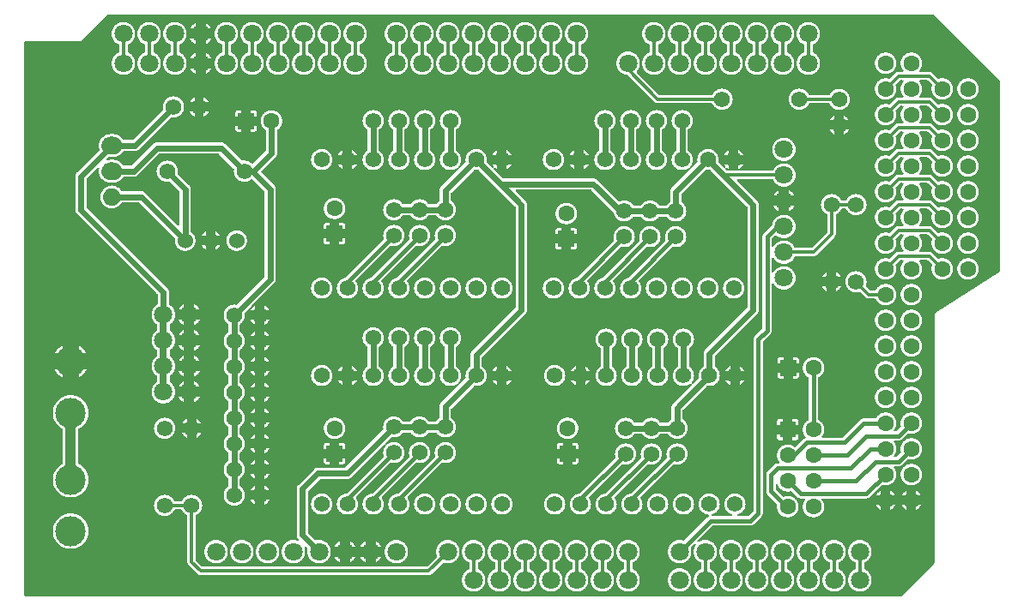
<source format=gtl>
G04 Layer: TopLayer*
G04 EasyEDA v6.1.49, Tue, 28 May 2019 14:16:05 GMT*
G04 625ac418817b4d458788558be5a2e594,cfe1dd9c90504c3bbdd6ef614714b9c7,10*
G04 Gerber Generator version 0.2*
G04 Scale: 100 percent, Rotated: No, Reflected: No *
G04 Dimensions in millimeters *
G04 leading zeros omitted , absolute positions ,3 integer and 3 decimal *
%FSLAX33Y33*%
%MOMM*%
G90*
G71D02*

%ADD11C,0.399999*%
%ADD12C,0.299999*%
%ADD13C,0.999998*%
%ADD14C,0.699999*%
%ADD15C,0.599999*%
%ADD16C,1.524000*%
%ADD17C,1.799996*%
%ADD18R,1.599997X1.599997*%
%ADD19C,1.599997*%
%ADD20C,2.999994*%
%ADD21C,1.569999*%

%LPD*%
G36*
G01X89889Y57769D02*
G01X8535Y57769D01*
G01X8519Y57768D01*
G01X8504Y57764D01*
G01X8489Y57758D01*
G01X8475Y57750D01*
G01X8463Y57740D01*
G01X5905Y55181D01*
G01X5888Y55165D01*
G01X5869Y55151D01*
G01X5849Y55138D01*
G01X5828Y55127D01*
G01X5807Y55118D01*
G01X5784Y55111D01*
G01X5761Y55106D01*
G01X5738Y55103D01*
G01X5715Y55102D01*
G01X370Y55102D01*
G01X356Y55101D01*
G01X342Y55098D01*
G01X328Y55093D01*
G01X315Y55086D01*
G01X304Y55077D01*
G01X294Y55067D01*
G01X285Y55056D01*
G01X278Y55043D01*
G01X273Y55029D01*
G01X270Y55015D01*
G01X269Y55001D01*
G01X269Y370D01*
G01X270Y356D01*
G01X273Y342D01*
G01X278Y328D01*
G01X285Y315D01*
G01X294Y304D01*
G01X304Y294D01*
G01X315Y285D01*
G01X328Y278D01*
G01X342Y273D01*
G01X356Y270D01*
G01X370Y269D01*
G01X86714Y269D01*
G01X86730Y270D01*
G01X86745Y274D01*
G01X86760Y280D01*
G01X86774Y288D01*
G01X86786Y298D01*
G01X89998Y3510D01*
G01X90008Y3522D01*
G01X90016Y3536D01*
G01X90022Y3551D01*
G01X90026Y3566D01*
G01X90027Y3582D01*
G01X90027Y28056D01*
G01X90028Y28081D01*
G01X90032Y28105D01*
G01X90037Y28129D01*
G01X90045Y28152D01*
G01X90054Y28174D01*
G01X90066Y28195D01*
G01X90079Y28216D01*
G01X90095Y28235D01*
G01X90112Y28252D01*
G01X90130Y28268D01*
G01X90150Y28282D01*
G01X96458Y32374D01*
G01X96469Y32382D01*
G01X96480Y32393D01*
G01X96488Y32404D01*
G01X96495Y32417D01*
G01X96500Y32430D01*
G01X96503Y32445D01*
G01X96504Y32459D01*
G01X96504Y51154D01*
G01X96503Y51170D01*
G01X96499Y51185D01*
G01X96493Y51200D01*
G01X96485Y51214D01*
G01X96475Y51226D01*
G01X89961Y57740D01*
G01X89949Y57750D01*
G01X89935Y57758D01*
G01X89920Y57764D01*
G01X89905Y57768D01*
G01X89889Y57769D01*
G37*

%LPC*%
G36*
G01X42337Y48322D02*
G01X42291Y48323D01*
G01X42244Y48322D01*
G01X42197Y48319D01*
G01X42151Y48314D01*
G01X42105Y48306D01*
G01X42059Y48297D01*
G01X42013Y48286D01*
G01X41969Y48272D01*
G01X41925Y48257D01*
G01X41881Y48239D01*
G01X41839Y48220D01*
G01X41797Y48199D01*
G01X41756Y48176D01*
G01X41717Y48151D01*
G01X41678Y48124D01*
G01X41641Y48096D01*
G01X41605Y48066D01*
G01X41571Y48034D01*
G01X41538Y48001D01*
G01X41506Y47967D01*
G01X41476Y47931D01*
G01X41448Y47894D01*
G01X41421Y47855D01*
G01X41396Y47816D01*
G01X41373Y47775D01*
G01X41352Y47734D01*
G01X41333Y47691D01*
G01X41315Y47648D01*
G01X41300Y47603D01*
G01X41286Y47559D01*
G01X41275Y47513D01*
G01X41266Y47468D01*
G01X41258Y47421D01*
G01X41253Y47375D01*
G01X41250Y47328D01*
G01X41249Y47282D01*
G01X41250Y47234D01*
G01X41253Y47187D01*
G01X41259Y47140D01*
G01X41266Y47093D01*
G01X41276Y47046D01*
G01X41288Y47000D01*
G01X41302Y46955D01*
G01X41317Y46910D01*
G01X41335Y46866D01*
G01X41355Y46823D01*
G01X41377Y46781D01*
G01X41401Y46740D01*
G01X41427Y46700D01*
G01X41454Y46661D01*
G01X41483Y46624D01*
G01X41514Y46588D01*
G01X41546Y46553D01*
G01X41580Y46520D01*
G01X41616Y46488D01*
G01X41653Y46458D01*
G01X41691Y46430D01*
G01X41703Y46420D01*
G01X41714Y46407D01*
G01X41723Y46394D01*
G01X41729Y46379D01*
G01X41733Y46363D01*
G01X41734Y46347D01*
G01X41734Y44368D01*
G01X41733Y44352D01*
G01X41729Y44336D01*
G01X41723Y44321D01*
G01X41714Y44308D01*
G01X41703Y44295D01*
G01X41691Y44285D01*
G01X41653Y44257D01*
G01X41616Y44227D01*
G01X41580Y44195D01*
G01X41546Y44162D01*
G01X41514Y44128D01*
G01X41483Y44091D01*
G01X41454Y44054D01*
G01X41427Y44015D01*
G01X41401Y43975D01*
G01X41377Y43934D01*
G01X41355Y43892D01*
G01X41335Y43849D01*
G01X41317Y43805D01*
G01X41302Y43760D01*
G01X41288Y43715D01*
G01X41276Y43669D01*
G01X41266Y43622D01*
G01X41259Y43575D01*
G01X41253Y43528D01*
G01X41250Y43481D01*
G01X41249Y43433D01*
G01X41250Y43387D01*
G01X41253Y43340D01*
G01X41258Y43294D01*
G01X41266Y43248D01*
G01X41275Y43202D01*
G01X41286Y43156D01*
G01X41300Y43112D01*
G01X41315Y43068D01*
G01X41333Y43024D01*
G01X41352Y42982D01*
G01X41373Y42940D01*
G01X41396Y42899D01*
G01X41421Y42860D01*
G01X41448Y42821D01*
G01X41476Y42784D01*
G01X41506Y42748D01*
G01X41538Y42714D01*
G01X41571Y42681D01*
G01X41605Y42649D01*
G01X41641Y42619D01*
G01X41678Y42591D01*
G01X41717Y42564D01*
G01X41756Y42539D01*
G01X41797Y42516D01*
G01X41839Y42495D01*
G01X41881Y42476D01*
G01X41925Y42458D01*
G01X41969Y42443D01*
G01X42013Y42429D01*
G01X42059Y42418D01*
G01X42105Y42409D01*
G01X42151Y42401D01*
G01X42197Y42396D01*
G01X42244Y42393D01*
G01X42291Y42392D01*
G01X42338Y42393D01*
G01X42386Y42396D01*
G01X42434Y42402D01*
G01X42481Y42410D01*
G01X42528Y42419D01*
G01X42574Y42431D01*
G01X42620Y42445D01*
G01X42665Y42462D01*
G01X42709Y42480D01*
G01X42753Y42500D01*
G01X42795Y42522D01*
G01X42836Y42547D01*
G01X42877Y42573D01*
G01X42916Y42600D01*
G01X42953Y42630D01*
G01X42968Y42640D01*
G01X42984Y42647D01*
G01X43000Y42652D01*
G01X43018Y42653D01*
G01X43032Y42652D01*
G01X43047Y42649D01*
G01X43060Y42644D01*
G01X43073Y42637D01*
G01X43084Y42628D01*
G01X43095Y42618D01*
G01X43103Y42607D01*
G01X43110Y42594D01*
G01X43115Y42580D01*
G01X43118Y42566D01*
G01X43120Y42552D01*
G01X43118Y42536D01*
G01X43115Y42520D01*
G01X43108Y42506D01*
G01X43100Y42492D01*
G01X43090Y42480D01*
G01X41389Y40779D01*
G01X41366Y40755D01*
G01X41344Y40729D01*
G01X41324Y40702D01*
G01X41306Y40673D01*
G01X41290Y40644D01*
G01X41275Y40614D01*
G01X41262Y40583D01*
G01X41251Y40551D01*
G01X41242Y40519D01*
G01X41235Y40486D01*
G01X41230Y40453D01*
G01X41227Y40419D01*
G01X41226Y40385D01*
G01X41226Y39415D01*
G01X41225Y39399D01*
G01X41221Y39383D01*
G01X41215Y39368D01*
G01X41206Y39355D01*
G01X41195Y39342D01*
G01X41183Y39332D01*
G01X41142Y39302D01*
G01X41102Y39269D01*
G01X41064Y39235D01*
G01X41028Y39199D01*
G01X40994Y39161D01*
G01X40961Y39121D01*
G01X40931Y39080D01*
G01X40921Y39068D01*
G01X40908Y39057D01*
G01X40895Y39048D01*
G01X40880Y39042D01*
G01X40864Y39038D01*
G01X40848Y39037D01*
G01X40177Y39037D01*
G01X40161Y39038D01*
G01X40145Y39042D01*
G01X40130Y39048D01*
G01X40117Y39057D01*
G01X40104Y39068D01*
G01X40094Y39080D01*
G01X40066Y39118D01*
G01X40036Y39155D01*
G01X40004Y39191D01*
G01X39971Y39225D01*
G01X39937Y39257D01*
G01X39900Y39288D01*
G01X39863Y39317D01*
G01X39824Y39344D01*
G01X39784Y39370D01*
G01X39743Y39394D01*
G01X39701Y39416D01*
G01X39658Y39436D01*
G01X39614Y39454D01*
G01X39569Y39469D01*
G01X39524Y39483D01*
G01X39478Y39495D01*
G01X39431Y39505D01*
G01X39384Y39512D01*
G01X39337Y39518D01*
G01X39290Y39521D01*
G01X39243Y39522D01*
G01X39195Y39521D01*
G01X39148Y39518D01*
G01X39101Y39512D01*
G01X39054Y39505D01*
G01X39007Y39495D01*
G01X38961Y39483D01*
G01X38916Y39469D01*
G01X38871Y39454D01*
G01X38827Y39436D01*
G01X38784Y39416D01*
G01X38742Y39394D01*
G01X38701Y39370D01*
G01X38661Y39344D01*
G01X38622Y39317D01*
G01X38585Y39288D01*
G01X38548Y39257D01*
G01X38514Y39225D01*
G01X38481Y39191D01*
G01X38449Y39155D01*
G01X38419Y39118D01*
G01X38391Y39080D01*
G01X38381Y39068D01*
G01X38368Y39057D01*
G01X38355Y39048D01*
G01X38340Y39042D01*
G01X38324Y39038D01*
G01X38308Y39037D01*
G01X37637Y39037D01*
G01X37621Y39038D01*
G01X37605Y39042D01*
G01X37590Y39048D01*
G01X37577Y39057D01*
G01X37564Y39068D01*
G01X37554Y39080D01*
G01X37526Y39118D01*
G01X37496Y39155D01*
G01X37464Y39191D01*
G01X37431Y39225D01*
G01X37397Y39257D01*
G01X37360Y39288D01*
G01X37323Y39317D01*
G01X37284Y39344D01*
G01X37244Y39370D01*
G01X37203Y39394D01*
G01X37161Y39416D01*
G01X37118Y39436D01*
G01X37074Y39454D01*
G01X37029Y39469D01*
G01X36984Y39483D01*
G01X36938Y39495D01*
G01X36891Y39505D01*
G01X36844Y39512D01*
G01X36797Y39518D01*
G01X36750Y39521D01*
G01X36703Y39522D01*
G01X36656Y39521D01*
G01X36609Y39518D01*
G01X36563Y39513D01*
G01X36517Y39505D01*
G01X36471Y39496D01*
G01X36425Y39485D01*
G01X36381Y39471D01*
G01X36337Y39456D01*
G01X36293Y39438D01*
G01X36251Y39419D01*
G01X36209Y39398D01*
G01X36168Y39375D01*
G01X36129Y39350D01*
G01X36090Y39323D01*
G01X36053Y39295D01*
G01X36017Y39265D01*
G01X35983Y39233D01*
G01X35950Y39200D01*
G01X35918Y39166D01*
G01X35888Y39130D01*
G01X35860Y39093D01*
G01X35833Y39054D01*
G01X35808Y39015D01*
G01X35785Y38974D01*
G01X35764Y38932D01*
G01X35745Y38890D01*
G01X35727Y38846D01*
G01X35712Y38802D01*
G01X35698Y38758D01*
G01X35687Y38712D01*
G01X35678Y38666D01*
G01X35670Y38620D01*
G01X35665Y38574D01*
G01X35662Y38527D01*
G01X35661Y38481D01*
G01X35662Y38434D01*
G01X35665Y38387D01*
G01X35670Y38341D01*
G01X35678Y38295D01*
G01X35687Y38249D01*
G01X35698Y38203D01*
G01X35712Y38159D01*
G01X35727Y38115D01*
G01X35745Y38071D01*
G01X35764Y38029D01*
G01X35785Y37987D01*
G01X35808Y37946D01*
G01X35833Y37907D01*
G01X35860Y37868D01*
G01X35888Y37831D01*
G01X35918Y37795D01*
G01X35950Y37761D01*
G01X35983Y37728D01*
G01X36017Y37696D01*
G01X36053Y37666D01*
G01X36090Y37638D01*
G01X36129Y37611D01*
G01X36168Y37586D01*
G01X36209Y37563D01*
G01X36251Y37542D01*
G01X36293Y37523D01*
G01X36337Y37505D01*
G01X36381Y37490D01*
G01X36425Y37476D01*
G01X36471Y37465D01*
G01X36517Y37456D01*
G01X36563Y37448D01*
G01X36609Y37443D01*
G01X36656Y37440D01*
G01X36703Y37439D01*
G01X36750Y37440D01*
G01X36797Y37443D01*
G01X36844Y37449D01*
G01X36891Y37456D01*
G01X36938Y37466D01*
G01X36984Y37478D01*
G01X37029Y37492D01*
G01X37074Y37507D01*
G01X37118Y37525D01*
G01X37161Y37545D01*
G01X37203Y37567D01*
G01X37244Y37591D01*
G01X37284Y37617D01*
G01X37323Y37644D01*
G01X37360Y37673D01*
G01X37397Y37704D01*
G01X37431Y37736D01*
G01X37464Y37770D01*
G01X37496Y37806D01*
G01X37526Y37843D01*
G01X37554Y37881D01*
G01X37564Y37893D01*
G01X37577Y37904D01*
G01X37590Y37913D01*
G01X37605Y37919D01*
G01X37621Y37923D01*
G01X37637Y37924D01*
G01X38308Y37924D01*
G01X38324Y37923D01*
G01X38340Y37919D01*
G01X38355Y37913D01*
G01X38368Y37904D01*
G01X38381Y37893D01*
G01X38391Y37881D01*
G01X38419Y37843D01*
G01X38449Y37806D01*
G01X38481Y37770D01*
G01X38514Y37736D01*
G01X38548Y37704D01*
G01X38585Y37673D01*
G01X38622Y37644D01*
G01X38661Y37617D01*
G01X38701Y37591D01*
G01X38742Y37567D01*
G01X38784Y37545D01*
G01X38827Y37525D01*
G01X38871Y37507D01*
G01X38916Y37492D01*
G01X38961Y37478D01*
G01X39007Y37466D01*
G01X39054Y37456D01*
G01X39101Y37449D01*
G01X39148Y37443D01*
G01X39195Y37440D01*
G01X39243Y37439D01*
G01X39290Y37440D01*
G01X39337Y37443D01*
G01X39384Y37449D01*
G01X39431Y37456D01*
G01X39478Y37466D01*
G01X39524Y37478D01*
G01X39569Y37492D01*
G01X39614Y37507D01*
G01X39658Y37525D01*
G01X39701Y37545D01*
G01X39743Y37567D01*
G01X39784Y37591D01*
G01X39824Y37617D01*
G01X39863Y37644D01*
G01X39900Y37673D01*
G01X39937Y37704D01*
G01X39971Y37736D01*
G01X40004Y37770D01*
G01X40036Y37806D01*
G01X40066Y37843D01*
G01X40094Y37881D01*
G01X40104Y37893D01*
G01X40117Y37904D01*
G01X40130Y37913D01*
G01X40145Y37919D01*
G01X40161Y37923D01*
G01X40177Y37924D01*
G01X40848Y37924D01*
G01X40864Y37923D01*
G01X40880Y37919D01*
G01X40895Y37913D01*
G01X40908Y37904D01*
G01X40921Y37893D01*
G01X40931Y37881D01*
G01X40959Y37843D01*
G01X40989Y37806D01*
G01X41021Y37770D01*
G01X41054Y37736D01*
G01X41088Y37704D01*
G01X41125Y37673D01*
G01X41162Y37644D01*
G01X41201Y37617D01*
G01X41241Y37591D01*
G01X41282Y37567D01*
G01X41324Y37545D01*
G01X41367Y37525D01*
G01X41411Y37507D01*
G01X41456Y37492D01*
G01X41501Y37478D01*
G01X41547Y37466D01*
G01X41594Y37456D01*
G01X41641Y37449D01*
G01X41688Y37443D01*
G01X41735Y37440D01*
G01X41783Y37439D01*
G01X41829Y37440D01*
G01X41876Y37443D01*
G01X41922Y37448D01*
G01X41968Y37456D01*
G01X42014Y37465D01*
G01X42060Y37476D01*
G01X42104Y37490D01*
G01X42148Y37505D01*
G01X42192Y37523D01*
G01X42234Y37542D01*
G01X42276Y37563D01*
G01X42317Y37586D01*
G01X42356Y37611D01*
G01X42395Y37638D01*
G01X42432Y37666D01*
G01X42468Y37696D01*
G01X42502Y37728D01*
G01X42535Y37761D01*
G01X42567Y37795D01*
G01X42597Y37831D01*
G01X42625Y37868D01*
G01X42652Y37907D01*
G01X42677Y37946D01*
G01X42700Y37987D01*
G01X42721Y38029D01*
G01X42740Y38071D01*
G01X42758Y38115D01*
G01X42773Y38159D01*
G01X42787Y38203D01*
G01X42798Y38249D01*
G01X42807Y38295D01*
G01X42815Y38341D01*
G01X42820Y38387D01*
G01X42823Y38434D01*
G01X42823Y38480D01*
G01X42823Y38528D01*
G01X42820Y38575D01*
G01X42814Y38622D01*
G01X42807Y38669D01*
G01X42797Y38716D01*
G01X42785Y38762D01*
G01X42771Y38807D01*
G01X42756Y38852D01*
G01X42738Y38896D01*
G01X42718Y38939D01*
G01X42696Y38981D01*
G01X42672Y39022D01*
G01X42646Y39062D01*
G01X42619Y39101D01*
G01X42590Y39138D01*
G01X42559Y39175D01*
G01X42527Y39209D01*
G01X42493Y39242D01*
G01X42457Y39274D01*
G01X42420Y39304D01*
G01X42382Y39332D01*
G01X42370Y39342D01*
G01X42359Y39355D01*
G01X42350Y39368D01*
G01X42344Y39383D01*
G01X42340Y39399D01*
G01X42339Y39415D01*
G01X42339Y40113D01*
G01X42340Y40129D01*
G01X42344Y40144D01*
G01X42350Y40159D01*
G01X42358Y40173D01*
G01X42369Y40185D01*
G01X44563Y42379D01*
G01X44575Y42389D01*
G01X44589Y42398D01*
G01X44604Y42404D01*
G01X44619Y42408D01*
G01X44635Y42409D01*
G01X44652Y42407D01*
G01X44711Y42399D01*
G01X44771Y42394D01*
G01X44831Y42392D01*
G01X44890Y42394D01*
G01X44950Y42399D01*
G01X45009Y42407D01*
G01X45026Y42409D01*
G01X45042Y42408D01*
G01X45057Y42404D01*
G01X45072Y42398D01*
G01X45086Y42389D01*
G01X45098Y42379D01*
G01X48689Y38788D01*
G01X48700Y38776D01*
G01X48708Y38762D01*
G01X48714Y38747D01*
G01X48718Y38732D01*
G01X48719Y38716D01*
G01X48719Y28847D01*
G01X48718Y28831D01*
G01X48714Y28816D01*
G01X48708Y28801D01*
G01X48700Y28787D01*
G01X48689Y28775D01*
G01X44437Y24523D01*
G01X44414Y24499D01*
G01X44392Y24473D01*
G01X44372Y24446D01*
G01X44354Y24417D01*
G01X44338Y24388D01*
G01X44323Y24358D01*
G01X44310Y24327D01*
G01X44299Y24295D01*
G01X44290Y24263D01*
G01X44283Y24230D01*
G01X44278Y24197D01*
G01X44275Y24163D01*
G01X44274Y24129D01*
G01X44274Y23032D01*
G01X44273Y23016D01*
G01X44269Y23000D01*
G01X44263Y22985D01*
G01X44254Y22972D01*
G01X44243Y22959D01*
G01X44231Y22949D01*
G01X44193Y22921D01*
G01X44156Y22891D01*
G01X44120Y22859D01*
G01X44086Y22826D01*
G01X44054Y22792D01*
G01X44023Y22755D01*
G01X43994Y22718D01*
G01X43967Y22679D01*
G01X43941Y22639D01*
G01X43917Y22598D01*
G01X43895Y22556D01*
G01X43875Y22513D01*
G01X43857Y22469D01*
G01X43842Y22424D01*
G01X43828Y22379D01*
G01X43816Y22333D01*
G01X43806Y22286D01*
G01X43799Y22239D01*
G01X43793Y22192D01*
G01X43790Y22145D01*
G01X43789Y22097D01*
G01X43791Y22038D01*
G01X43796Y21978D01*
G01X43804Y21919D01*
G01X43806Y21902D01*
G01X43805Y21886D01*
G01X43801Y21871D01*
G01X43795Y21856D01*
G01X43786Y21842D01*
G01X43776Y21830D01*
G01X43244Y21298D01*
G01X43232Y21288D01*
G01X43218Y21280D01*
G01X43204Y21273D01*
G01X43188Y21270D01*
G01X43172Y21268D01*
G01X43158Y21270D01*
G01X43144Y21273D01*
G01X43130Y21278D01*
G01X43117Y21285D01*
G01X43106Y21293D01*
G01X43096Y21304D01*
G01X43087Y21315D01*
G01X43080Y21328D01*
G01X43075Y21341D01*
G01X43072Y21356D01*
G01X43071Y21370D01*
G01X43072Y21388D01*
G01X43077Y21404D01*
G01X43084Y21420D01*
G01X43094Y21435D01*
G01X43124Y21472D01*
G01X43151Y21511D01*
G01X43177Y21552D01*
G01X43202Y21593D01*
G01X43224Y21635D01*
G01X43244Y21679D01*
G01X43262Y21723D01*
G01X43279Y21768D01*
G01X43293Y21814D01*
G01X43305Y21860D01*
G01X43314Y21907D01*
G01X43322Y21954D01*
G01X43328Y22002D01*
G01X43331Y22050D01*
G01X43331Y22097D01*
G01X43331Y22145D01*
G01X43328Y22192D01*
G01X43322Y22239D01*
G01X43315Y22286D01*
G01X43305Y22333D01*
G01X43293Y22379D01*
G01X43279Y22424D01*
G01X43264Y22469D01*
G01X43246Y22513D01*
G01X43226Y22556D01*
G01X43204Y22598D01*
G01X43180Y22639D01*
G01X43154Y22679D01*
G01X43127Y22718D01*
G01X43098Y22755D01*
G01X43067Y22792D01*
G01X43035Y22826D01*
G01X43001Y22859D01*
G01X42965Y22891D01*
G01X42928Y22921D01*
G01X42890Y22949D01*
G01X42878Y22959D01*
G01X42867Y22972D01*
G01X42858Y22985D01*
G01X42852Y23000D01*
G01X42848Y23016D01*
G01X42847Y23032D01*
G01X42847Y24884D01*
G01X42848Y24900D01*
G01X42852Y24916D01*
G01X42858Y24931D01*
G01X42867Y24944D01*
G01X42878Y24957D01*
G01X42890Y24967D01*
G01X42928Y24995D01*
G01X42965Y25025D01*
G01X43001Y25057D01*
G01X43035Y25090D01*
G01X43067Y25125D01*
G01X43098Y25161D01*
G01X43127Y25198D01*
G01X43154Y25237D01*
G01X43180Y25277D01*
G01X43204Y25318D01*
G01X43226Y25360D01*
G01X43246Y25403D01*
G01X43264Y25447D01*
G01X43279Y25492D01*
G01X43293Y25537D01*
G01X43305Y25583D01*
G01X43315Y25630D01*
G01X43322Y25677D01*
G01X43328Y25724D01*
G01X43331Y25771D01*
G01X43332Y25819D01*
G01X43331Y25865D01*
G01X43328Y25912D01*
G01X43323Y25958D01*
G01X43315Y26005D01*
G01X43306Y26050D01*
G01X43295Y26096D01*
G01X43281Y26140D01*
G01X43266Y26185D01*
G01X43248Y26228D01*
G01X43229Y26271D01*
G01X43208Y26312D01*
G01X43185Y26353D01*
G01X43160Y26392D01*
G01X43133Y26431D01*
G01X43105Y26468D01*
G01X43075Y26504D01*
G01X43043Y26538D01*
G01X43010Y26571D01*
G01X42976Y26603D01*
G01X42940Y26633D01*
G01X42903Y26661D01*
G01X42864Y26688D01*
G01X42825Y26713D01*
G01X42784Y26736D01*
G01X42742Y26757D01*
G01X42700Y26776D01*
G01X42656Y26794D01*
G01X42612Y26809D01*
G01X42568Y26823D01*
G01X42522Y26834D01*
G01X42476Y26843D01*
G01X42430Y26851D01*
G01X42384Y26856D01*
G01X42337Y26859D01*
G01X42291Y26860D01*
G01X42244Y26859D01*
G01X42197Y26856D01*
G01X42151Y26851D01*
G01X42105Y26843D01*
G01X42059Y26834D01*
G01X42013Y26823D01*
G01X41969Y26809D01*
G01X41925Y26794D01*
G01X41881Y26776D01*
G01X41839Y26757D01*
G01X41797Y26736D01*
G01X41756Y26713D01*
G01X41717Y26688D01*
G01X41678Y26661D01*
G01X41641Y26633D01*
G01X41605Y26603D01*
G01X41571Y26571D01*
G01X41538Y26538D01*
G01X41506Y26504D01*
G01X41476Y26468D01*
G01X41448Y26431D01*
G01X41421Y26392D01*
G01X41396Y26353D01*
G01X41373Y26312D01*
G01X41352Y26271D01*
G01X41333Y26228D01*
G01X41315Y26185D01*
G01X41300Y26140D01*
G01X41286Y26096D01*
G01X41275Y26050D01*
G01X41266Y26005D01*
G01X41258Y25958D01*
G01X41253Y25912D01*
G01X41250Y25865D01*
G01X41249Y25819D01*
G01X41250Y25771D01*
G01X41253Y25724D01*
G01X41259Y25677D01*
G01X41266Y25630D01*
G01X41276Y25583D01*
G01X41288Y25537D01*
G01X41302Y25492D01*
G01X41317Y25447D01*
G01X41335Y25403D01*
G01X41355Y25360D01*
G01X41377Y25318D01*
G01X41401Y25277D01*
G01X41427Y25237D01*
G01X41454Y25198D01*
G01X41483Y25161D01*
G01X41514Y25125D01*
G01X41546Y25090D01*
G01X41580Y25057D01*
G01X41616Y25025D01*
G01X41653Y24995D01*
G01X41691Y24967D01*
G01X41703Y24957D01*
G01X41714Y24944D01*
G01X41723Y24931D01*
G01X41729Y24916D01*
G01X41733Y24900D01*
G01X41734Y24884D01*
G01X41734Y23032D01*
G01X41733Y23016D01*
G01X41729Y23000D01*
G01X41723Y22985D01*
G01X41714Y22972D01*
G01X41703Y22959D01*
G01X41691Y22949D01*
G01X41653Y22921D01*
G01X41616Y22891D01*
G01X41580Y22859D01*
G01X41546Y22826D01*
G01X41514Y22792D01*
G01X41483Y22755D01*
G01X41454Y22718D01*
G01X41427Y22679D01*
G01X41401Y22639D01*
G01X41377Y22598D01*
G01X41355Y22556D01*
G01X41335Y22513D01*
G01X41317Y22469D01*
G01X41302Y22424D01*
G01X41288Y22379D01*
G01X41276Y22333D01*
G01X41266Y22286D01*
G01X41259Y22239D01*
G01X41253Y22192D01*
G01X41250Y22145D01*
G01X41249Y22097D01*
G01X41250Y22051D01*
G01X41253Y22004D01*
G01X41258Y21958D01*
G01X41266Y21912D01*
G01X41275Y21866D01*
G01X41286Y21820D01*
G01X41300Y21776D01*
G01X41315Y21732D01*
G01X41333Y21688D01*
G01X41352Y21646D01*
G01X41373Y21604D01*
G01X41396Y21563D01*
G01X41421Y21524D01*
G01X41448Y21485D01*
G01X41476Y21448D01*
G01X41506Y21412D01*
G01X41538Y21378D01*
G01X41571Y21345D01*
G01X41605Y21313D01*
G01X41641Y21283D01*
G01X41678Y21255D01*
G01X41717Y21228D01*
G01X41756Y21203D01*
G01X41797Y21180D01*
G01X41839Y21159D01*
G01X41881Y21140D01*
G01X41925Y21122D01*
G01X41969Y21107D01*
G01X42013Y21093D01*
G01X42059Y21082D01*
G01X42105Y21073D01*
G01X42151Y21065D01*
G01X42197Y21060D01*
G01X42244Y21057D01*
G01X42291Y21056D01*
G01X42338Y21057D01*
G01X42386Y21060D01*
G01X42434Y21066D01*
G01X42481Y21074D01*
G01X42528Y21083D01*
G01X42574Y21095D01*
G01X42620Y21109D01*
G01X42665Y21126D01*
G01X42709Y21144D01*
G01X42753Y21164D01*
G01X42795Y21186D01*
G01X42836Y21211D01*
G01X42877Y21237D01*
G01X42916Y21264D01*
G01X42953Y21294D01*
G01X42968Y21304D01*
G01X42984Y21311D01*
G01X43000Y21316D01*
G01X43018Y21317D01*
G01X43032Y21316D01*
G01X43047Y21313D01*
G01X43060Y21308D01*
G01X43073Y21301D01*
G01X43084Y21292D01*
G01X43095Y21282D01*
G01X43103Y21271D01*
G01X43110Y21258D01*
G01X43115Y21244D01*
G01X43118Y21230D01*
G01X43120Y21216D01*
G01X43118Y21200D01*
G01X43115Y21184D01*
G01X43108Y21170D01*
G01X43100Y21156D01*
G01X43090Y21144D01*
G01X41389Y19443D01*
G01X41366Y19419D01*
G01X41344Y19393D01*
G01X41324Y19366D01*
G01X41306Y19337D01*
G01X41290Y19308D01*
G01X41275Y19278D01*
G01X41262Y19247D01*
G01X41251Y19215D01*
G01X41242Y19183D01*
G01X41235Y19150D01*
G01X41230Y19117D01*
G01X41227Y19083D01*
G01X41226Y19049D01*
G01X41226Y17952D01*
G01X41225Y17936D01*
G01X41221Y17920D01*
G01X41215Y17905D01*
G01X41206Y17892D01*
G01X41195Y17879D01*
G01X41183Y17869D01*
G01X41142Y17839D01*
G01X41102Y17806D01*
G01X41064Y17772D01*
G01X41028Y17736D01*
G01X40994Y17698D01*
G01X40961Y17658D01*
G01X40931Y17617D01*
G01X40921Y17605D01*
G01X40908Y17594D01*
G01X40895Y17585D01*
G01X40880Y17579D01*
G01X40864Y17575D01*
G01X40848Y17574D01*
G01X40177Y17574D01*
G01X40161Y17575D01*
G01X40145Y17579D01*
G01X40130Y17585D01*
G01X40117Y17594D01*
G01X40104Y17605D01*
G01X40094Y17617D01*
G01X40066Y17655D01*
G01X40036Y17692D01*
G01X40004Y17728D01*
G01X39971Y17762D01*
G01X39937Y17794D01*
G01X39900Y17825D01*
G01X39863Y17854D01*
G01X39824Y17881D01*
G01X39784Y17907D01*
G01X39743Y17931D01*
G01X39701Y17953D01*
G01X39658Y17973D01*
G01X39614Y17991D01*
G01X39569Y18006D01*
G01X39524Y18020D01*
G01X39478Y18032D01*
G01X39431Y18042D01*
G01X39384Y18049D01*
G01X39337Y18055D01*
G01X39290Y18058D01*
G01X39243Y18059D01*
G01X39195Y18058D01*
G01X39148Y18055D01*
G01X39101Y18049D01*
G01X39054Y18042D01*
G01X39007Y18032D01*
G01X38961Y18020D01*
G01X38916Y18006D01*
G01X38871Y17991D01*
G01X38827Y17973D01*
G01X38784Y17953D01*
G01X38742Y17931D01*
G01X38701Y17907D01*
G01X38661Y17881D01*
G01X38622Y17854D01*
G01X38585Y17825D01*
G01X38548Y17794D01*
G01X38514Y17762D01*
G01X38481Y17728D01*
G01X38449Y17692D01*
G01X38419Y17655D01*
G01X38391Y17617D01*
G01X38381Y17605D01*
G01X38368Y17594D01*
G01X38355Y17585D01*
G01X38340Y17579D01*
G01X38324Y17575D01*
G01X38308Y17574D01*
G01X37637Y17574D01*
G01X37621Y17575D01*
G01X37605Y17579D01*
G01X37590Y17585D01*
G01X37577Y17594D01*
G01X37564Y17605D01*
G01X37554Y17617D01*
G01X37526Y17655D01*
G01X37496Y17692D01*
G01X37464Y17728D01*
G01X37431Y17762D01*
G01X37397Y17794D01*
G01X37360Y17825D01*
G01X37323Y17854D01*
G01X37284Y17881D01*
G01X37244Y17907D01*
G01X37203Y17931D01*
G01X37161Y17953D01*
G01X37118Y17973D01*
G01X37074Y17991D01*
G01X37029Y18006D01*
G01X36984Y18020D01*
G01X36938Y18032D01*
G01X36891Y18042D01*
G01X36844Y18049D01*
G01X36797Y18055D01*
G01X36750Y18058D01*
G01X36703Y18059D01*
G01X36656Y18058D01*
G01X36609Y18055D01*
G01X36563Y18050D01*
G01X36517Y18042D01*
G01X36471Y18033D01*
G01X36425Y18022D01*
G01X36381Y18008D01*
G01X36337Y17993D01*
G01X36293Y17975D01*
G01X36251Y17956D01*
G01X36209Y17935D01*
G01X36168Y17912D01*
G01X36129Y17887D01*
G01X36090Y17860D01*
G01X36053Y17832D01*
G01X36017Y17802D01*
G01X35983Y17770D01*
G01X35950Y17737D01*
G01X35918Y17703D01*
G01X35888Y17667D01*
G01X35860Y17630D01*
G01X35833Y17591D01*
G01X35808Y17552D01*
G01X35785Y17511D01*
G01X35764Y17469D01*
G01X35745Y17427D01*
G01X35727Y17383D01*
G01X35712Y17339D01*
G01X35698Y17295D01*
G01X35687Y17249D01*
G01X35678Y17203D01*
G01X35670Y17157D01*
G01X35665Y17111D01*
G01X35662Y17064D01*
G01X35661Y17018D01*
G01X35663Y16958D01*
G01X35668Y16898D01*
G01X35676Y16839D01*
G01X35678Y16822D01*
G01X35677Y16806D01*
G01X35673Y16791D01*
G01X35667Y16776D01*
G01X35658Y16762D01*
G01X35648Y16750D01*
G01X31930Y13032D01*
G01X31918Y13021D01*
G01X31904Y13013D01*
G01X31889Y13007D01*
G01X31874Y13003D01*
G01X31858Y13002D01*
G01X29210Y13002D01*
G01X29176Y13001D01*
G01X29142Y12998D01*
G01X29109Y12993D01*
G01X29076Y12986D01*
G01X29044Y12977D01*
G01X29012Y12966D01*
G01X28981Y12953D01*
G01X28951Y12938D01*
G01X28922Y12922D01*
G01X28893Y12904D01*
G01X28866Y12884D01*
G01X28840Y12862D01*
G01X28816Y12839D01*
G01X27292Y11315D01*
G01X27269Y11291D01*
G01X27247Y11265D01*
G01X27227Y11238D01*
G01X27209Y11209D01*
G01X27193Y11180D01*
G01X27178Y11150D01*
G01X27165Y11119D01*
G01X27154Y11087D01*
G01X27145Y11055D01*
G01X27138Y11022D01*
G01X27133Y10989D01*
G01X27130Y10955D01*
G01X27129Y10921D01*
G01X27129Y6350D01*
G01X27130Y6316D01*
G01X27133Y6282D01*
G01X27138Y6249D01*
G01X27145Y6216D01*
G01X27154Y6184D01*
G01X27165Y6152D01*
G01X27178Y6121D01*
G01X27193Y6091D01*
G01X27209Y6062D01*
G01X27227Y6033D01*
G01X27247Y6006D01*
G01X27269Y5980D01*
G01X27292Y5956D01*
G01X27293Y5954D01*
G01X27304Y5942D01*
G01X27312Y5929D01*
G01X27318Y5914D01*
G01X27322Y5899D01*
G01X27323Y5883D01*
G01X27322Y5868D01*
G01X27319Y5854D01*
G01X27314Y5840D01*
G01X27307Y5828D01*
G01X27298Y5816D01*
G01X27288Y5806D01*
G01X27277Y5797D01*
G01X27264Y5790D01*
G01X27250Y5785D01*
G01X27236Y5782D01*
G01X27222Y5781D01*
G01X27204Y5783D01*
G01X27187Y5787D01*
G01X27140Y5803D01*
G01X27092Y5817D01*
G01X27044Y5828D01*
G01X26995Y5838D01*
G01X26946Y5845D01*
G01X26896Y5851D01*
G01X26846Y5854D01*
G01X26797Y5855D01*
G01X26747Y5854D01*
G01X26698Y5851D01*
G01X26650Y5846D01*
G01X26601Y5838D01*
G01X26553Y5829D01*
G01X26505Y5818D01*
G01X26458Y5804D01*
G01X26411Y5789D01*
G01X26365Y5772D01*
G01X26320Y5752D01*
G01X26276Y5731D01*
G01X26232Y5708D01*
G01X26190Y5683D01*
G01X26149Y5657D01*
G01X26109Y5628D01*
G01X26070Y5598D01*
G01X26032Y5567D01*
G01X25996Y5533D01*
G01X25962Y5499D01*
G01X25928Y5463D01*
G01X25897Y5425D01*
G01X25867Y5386D01*
G01X25838Y5346D01*
G01X25812Y5305D01*
G01X25787Y5263D01*
G01X25764Y5219D01*
G01X25743Y5175D01*
G01X25723Y5130D01*
G01X25706Y5084D01*
G01X25691Y5037D01*
G01X25677Y4990D01*
G01X25666Y4942D01*
G01X25657Y4894D01*
G01X25649Y4845D01*
G01X25644Y4797D01*
G01X25641Y4748D01*
G01X25640Y4699D01*
G01X25641Y4649D01*
G01X25644Y4600D01*
G01X25649Y4552D01*
G01X25657Y4503D01*
G01X25666Y4455D01*
G01X25677Y4407D01*
G01X25691Y4360D01*
G01X25706Y4313D01*
G01X25723Y4267D01*
G01X25743Y4222D01*
G01X25764Y4178D01*
G01X25787Y4134D01*
G01X25812Y4092D01*
G01X25838Y4051D01*
G01X25867Y4011D01*
G01X25897Y3972D01*
G01X25928Y3934D01*
G01X25962Y3898D01*
G01X25996Y3864D01*
G01X26032Y3830D01*
G01X26070Y3799D01*
G01X26109Y3769D01*
G01X26149Y3740D01*
G01X26190Y3714D01*
G01X26232Y3689D01*
G01X26276Y3666D01*
G01X26320Y3645D01*
G01X26365Y3625D01*
G01X26411Y3608D01*
G01X26458Y3593D01*
G01X26505Y3579D01*
G01X26553Y3568D01*
G01X26601Y3559D01*
G01X26650Y3551D01*
G01X26698Y3546D01*
G01X26747Y3543D01*
G01X26797Y3542D01*
G01X26846Y3543D01*
G01X26895Y3546D01*
G01X26943Y3551D01*
G01X26992Y3559D01*
G01X27040Y3568D01*
G01X27088Y3579D01*
G01X27135Y3593D01*
G01X27182Y3608D01*
G01X27228Y3625D01*
G01X27273Y3645D01*
G01X27317Y3666D01*
G01X27361Y3689D01*
G01X27403Y3714D01*
G01X27444Y3740D01*
G01X27484Y3769D01*
G01X27523Y3799D01*
G01X27561Y3830D01*
G01X27597Y3864D01*
G01X27631Y3898D01*
G01X27665Y3934D01*
G01X27696Y3972D01*
G01X27726Y4011D01*
G01X27755Y4051D01*
G01X27781Y4092D01*
G01X27806Y4134D01*
G01X27829Y4178D01*
G01X27850Y4222D01*
G01X27870Y4267D01*
G01X27887Y4313D01*
G01X27902Y4360D01*
G01X27916Y4407D01*
G01X27927Y4455D01*
G01X27936Y4503D01*
G01X27944Y4552D01*
G01X27949Y4600D01*
G01X27952Y4649D01*
G01X27953Y4699D01*
G01X27952Y4748D01*
G01X27949Y4798D01*
G01X27943Y4848D01*
G01X27936Y4897D01*
G01X27926Y4946D01*
G01X27915Y4994D01*
G01X27901Y5042D01*
G01X27885Y5089D01*
G01X27881Y5106D01*
G01X27879Y5124D01*
G01X27880Y5138D01*
G01X27883Y5152D01*
G01X27888Y5166D01*
G01X27895Y5179D01*
G01X27904Y5190D01*
G01X27914Y5200D01*
G01X27926Y5209D01*
G01X27938Y5216D01*
G01X27952Y5221D01*
G01X27966Y5224D01*
G01X27981Y5225D01*
G01X27997Y5224D01*
G01X28012Y5220D01*
G01X28027Y5214D01*
G01X28040Y5206D01*
G01X28052Y5195D01*
G01X28185Y5063D01*
G01X28195Y5051D01*
G01X28203Y5037D01*
G01X28210Y5023D01*
G01X28213Y5007D01*
G01X28215Y4991D01*
G01X28212Y4968D01*
G01X28200Y4915D01*
G01X28191Y4861D01*
G01X28185Y4807D01*
G01X28181Y4753D01*
G01X28180Y4698D01*
G01X28181Y4649D01*
G01X28184Y4600D01*
G01X28189Y4552D01*
G01X28197Y4503D01*
G01X28206Y4455D01*
G01X28217Y4407D01*
G01X28231Y4360D01*
G01X28246Y4313D01*
G01X28263Y4267D01*
G01X28283Y4222D01*
G01X28304Y4178D01*
G01X28327Y4134D01*
G01X28352Y4092D01*
G01X28378Y4051D01*
G01X28407Y4011D01*
G01X28437Y3972D01*
G01X28468Y3934D01*
G01X28502Y3898D01*
G01X28536Y3864D01*
G01X28572Y3830D01*
G01X28610Y3799D01*
G01X28649Y3769D01*
G01X28689Y3740D01*
G01X28730Y3714D01*
G01X28772Y3689D01*
G01X28816Y3666D01*
G01X28860Y3645D01*
G01X28905Y3625D01*
G01X28951Y3608D01*
G01X28998Y3593D01*
G01X29045Y3579D01*
G01X29093Y3568D01*
G01X29141Y3559D01*
G01X29190Y3551D01*
G01X29238Y3546D01*
G01X29287Y3543D01*
G01X29337Y3542D01*
G01X29386Y3543D01*
G01X29435Y3546D01*
G01X29483Y3551D01*
G01X29532Y3559D01*
G01X29580Y3568D01*
G01X29628Y3579D01*
G01X29675Y3593D01*
G01X29722Y3608D01*
G01X29768Y3625D01*
G01X29813Y3645D01*
G01X29857Y3666D01*
G01X29901Y3689D01*
G01X29943Y3714D01*
G01X29984Y3740D01*
G01X30024Y3769D01*
G01X30063Y3799D01*
G01X30101Y3830D01*
G01X30137Y3864D01*
G01X30171Y3898D01*
G01X30205Y3934D01*
G01X30236Y3972D01*
G01X30266Y4011D01*
G01X30295Y4051D01*
G01X30321Y4092D01*
G01X30346Y4134D01*
G01X30369Y4178D01*
G01X30390Y4222D01*
G01X30410Y4267D01*
G01X30427Y4313D01*
G01X30442Y4360D01*
G01X30456Y4407D01*
G01X30467Y4455D01*
G01X30476Y4503D01*
G01X30484Y4552D01*
G01X30489Y4600D01*
G01X30492Y4649D01*
G01X30493Y4699D01*
G01X30492Y4748D01*
G01X30489Y4797D01*
G01X30484Y4845D01*
G01X30476Y4894D01*
G01X30467Y4942D01*
G01X30456Y4990D01*
G01X30442Y5037D01*
G01X30427Y5084D01*
G01X30410Y5130D01*
G01X30390Y5175D01*
G01X30369Y5219D01*
G01X30346Y5263D01*
G01X30321Y5305D01*
G01X30295Y5346D01*
G01X30266Y5386D01*
G01X30236Y5425D01*
G01X30205Y5463D01*
G01X30171Y5499D01*
G01X30137Y5533D01*
G01X30101Y5567D01*
G01X30063Y5598D01*
G01X30024Y5628D01*
G01X29984Y5657D01*
G01X29943Y5683D01*
G01X29901Y5708D01*
G01X29857Y5731D01*
G01X29813Y5752D01*
G01X29768Y5772D01*
G01X29722Y5789D01*
G01X29675Y5804D01*
G01X29628Y5818D01*
G01X29580Y5829D01*
G01X29532Y5838D01*
G01X29483Y5846D01*
G01X29435Y5851D01*
G01X29386Y5854D01*
G01X29337Y5855D01*
G01X29282Y5854D01*
G01X29228Y5850D01*
G01X29174Y5844D01*
G01X29120Y5835D01*
G01X29067Y5823D01*
G01X29044Y5820D01*
G01X29028Y5822D01*
G01X29012Y5825D01*
G01X28998Y5832D01*
G01X28984Y5840D01*
G01X28972Y5850D01*
G01X28272Y6550D01*
G01X28261Y6562D01*
G01X28253Y6576D01*
G01X28247Y6591D01*
G01X28243Y6606D01*
G01X28242Y6622D01*
G01X28242Y10649D01*
G01X28243Y10665D01*
G01X28247Y10680D01*
G01X28253Y10695D01*
G01X28261Y10709D01*
G01X28272Y10721D01*
G01X29410Y11859D01*
G01X29422Y11870D01*
G01X29436Y11878D01*
G01X29451Y11884D01*
G01X29466Y11888D01*
G01X29482Y11889D01*
G01X32131Y11889D01*
G01X32164Y11890D01*
G01X32198Y11893D01*
G01X32231Y11898D01*
G01X32264Y11905D01*
G01X32296Y11914D01*
G01X32328Y11925D01*
G01X32359Y11938D01*
G01X32389Y11953D01*
G01X32418Y11969D01*
G01X32447Y11987D01*
G01X32474Y12007D01*
G01X32500Y12029D01*
G01X32524Y12052D01*
G01X35749Y15277D01*
G01X35761Y15287D01*
G01X35775Y15295D01*
G01X35789Y15302D01*
G01X35805Y15305D01*
G01X35821Y15307D01*
G01X35835Y15305D01*
G01X35849Y15302D01*
G01X35863Y15297D01*
G01X35876Y15290D01*
G01X35887Y15282D01*
G01X35897Y15271D01*
G01X35906Y15260D01*
G01X35913Y15247D01*
G01X35918Y15234D01*
G01X35921Y15219D01*
G01X35922Y15205D01*
G01X35921Y15187D01*
G01X35916Y15171D01*
G01X35909Y15155D01*
G01X35899Y15140D01*
G01X35869Y15103D01*
G01X35842Y15064D01*
G01X35816Y15023D01*
G01X35791Y14982D01*
G01X35769Y14940D01*
G01X35749Y14896D01*
G01X35731Y14852D01*
G01X35714Y14807D01*
G01X35700Y14761D01*
G01X35688Y14715D01*
G01X35679Y14668D01*
G01X35671Y14621D01*
G01X35665Y14573D01*
G01X35662Y14525D01*
G01X35661Y14478D01*
G01X35662Y14430D01*
G01X35665Y14382D01*
G01X35671Y14335D01*
G01X35678Y14287D01*
G01X35688Y14241D01*
G01X35700Y14194D01*
G01X35704Y14167D01*
G01X35703Y14151D01*
G01X35699Y14135D01*
G01X35693Y14121D01*
G01X35685Y14107D01*
G01X35674Y14095D01*
G01X32036Y10457D01*
G01X32024Y10446D01*
G01X32010Y10438D01*
G01X31995Y10432D01*
G01X31979Y10428D01*
G01X31933Y10420D01*
G01X31888Y10410D01*
G01X31843Y10399D01*
G01X31799Y10385D01*
G01X31755Y10369D01*
G01X31712Y10351D01*
G01X31670Y10332D01*
G01X31629Y10310D01*
G01X31589Y10287D01*
G01X31550Y10262D01*
G01X31512Y10236D01*
G01X31475Y10207D01*
G01X31440Y10177D01*
G01X31406Y10146D01*
G01X31373Y10113D01*
G01X31342Y10078D01*
G01X31313Y10043D01*
G01X31285Y10005D01*
G01X31259Y9967D01*
G01X31234Y9928D01*
G01X31211Y9887D01*
G01X31191Y9846D01*
G01X31171Y9804D01*
G01X31154Y9761D01*
G01X31139Y9717D01*
G01X31126Y9672D01*
G01X31115Y9627D01*
G01X31105Y9582D01*
G01X31098Y9536D01*
G01X31093Y9490D01*
G01X31090Y9444D01*
G01X31089Y9397D01*
G01X31090Y9351D01*
G01X31093Y9304D01*
G01X31098Y9258D01*
G01X31106Y9212D01*
G01X31115Y9166D01*
G01X31126Y9120D01*
G01X31140Y9076D01*
G01X31155Y9032D01*
G01X31173Y8988D01*
G01X31192Y8946D01*
G01X31213Y8904D01*
G01X31236Y8863D01*
G01X31261Y8824D01*
G01X31288Y8785D01*
G01X31316Y8748D01*
G01X31346Y8712D01*
G01X31378Y8678D01*
G01X31411Y8645D01*
G01X31445Y8613D01*
G01X31481Y8583D01*
G01X31518Y8555D01*
G01X31557Y8528D01*
G01X31596Y8503D01*
G01X31637Y8480D01*
G01X31679Y8459D01*
G01X31721Y8440D01*
G01X31765Y8422D01*
G01X31809Y8407D01*
G01X31853Y8393D01*
G01X31899Y8382D01*
G01X31945Y8373D01*
G01X31991Y8365D01*
G01X32037Y8360D01*
G01X32084Y8357D01*
G01X32131Y8356D01*
G01X32177Y8357D01*
G01X32224Y8360D01*
G01X32270Y8365D01*
G01X32316Y8373D01*
G01X32362Y8382D01*
G01X32408Y8393D01*
G01X32452Y8407D01*
G01X32496Y8422D01*
G01X32540Y8440D01*
G01X32582Y8459D01*
G01X32624Y8480D01*
G01X32665Y8503D01*
G01X32704Y8528D01*
G01X32743Y8555D01*
G01X32780Y8583D01*
G01X32816Y8613D01*
G01X32850Y8645D01*
G01X32883Y8678D01*
G01X32915Y8712D01*
G01X32945Y8748D01*
G01X32973Y8785D01*
G01X33000Y8824D01*
G01X33025Y8863D01*
G01X33048Y8904D01*
G01X33069Y8946D01*
G01X33088Y8988D01*
G01X33106Y9032D01*
G01X33121Y9076D01*
G01X33135Y9120D01*
G01X33146Y9166D01*
G01X33155Y9212D01*
G01X33163Y9258D01*
G01X33168Y9304D01*
G01X33171Y9351D01*
G01X33171Y9397D01*
G01X33171Y9446D01*
G01X33167Y9495D01*
G01X33162Y9544D01*
G01X33154Y9592D01*
G01X33143Y9640D01*
G01X33131Y9687D01*
G01X33116Y9734D01*
G01X33099Y9780D01*
G01X33080Y9825D01*
G01X33059Y9869D01*
G01X33036Y9912D01*
G01X33011Y9954D01*
G01X32984Y9995D01*
G01X32976Y10008D01*
G01X32970Y10022D01*
G01X32967Y10037D01*
G01X32966Y10053D01*
G01X32967Y10069D01*
G01X32971Y10084D01*
G01X32977Y10099D01*
G01X32985Y10113D01*
G01X32995Y10125D01*
G01X36320Y13449D01*
G01X36332Y13460D01*
G01X36346Y13468D01*
G01X36360Y13474D01*
G01X36376Y13478D01*
G01X36392Y13479D01*
G01X36419Y13475D01*
G01X36466Y13463D01*
G01X36512Y13453D01*
G01X36560Y13446D01*
G01X36607Y13440D01*
G01X36655Y13437D01*
G01X36703Y13436D01*
G01X36749Y13437D01*
G01X36796Y13440D01*
G01X36842Y13445D01*
G01X36888Y13453D01*
G01X36934Y13462D01*
G01X36980Y13473D01*
G01X37024Y13487D01*
G01X37068Y13502D01*
G01X37112Y13520D01*
G01X37154Y13539D01*
G01X37196Y13560D01*
G01X37237Y13583D01*
G01X37276Y13608D01*
G01X37315Y13635D01*
G01X37352Y13663D01*
G01X37388Y13693D01*
G01X37422Y13725D01*
G01X37455Y13758D01*
G01X37487Y13792D01*
G01X37517Y13828D01*
G01X37545Y13865D01*
G01X37572Y13904D01*
G01X37597Y13943D01*
G01X37620Y13984D01*
G01X37641Y14026D01*
G01X37660Y14068D01*
G01X37678Y14112D01*
G01X37693Y14156D01*
G01X37707Y14200D01*
G01X37718Y14246D01*
G01X37727Y14292D01*
G01X37735Y14338D01*
G01X37740Y14384D01*
G01X37743Y14431D01*
G01X37744Y14478D01*
G01X37743Y14524D01*
G01X37740Y14571D01*
G01X37735Y14617D01*
G01X37727Y14663D01*
G01X37718Y14709D01*
G01X37707Y14755D01*
G01X37693Y14799D01*
G01X37678Y14843D01*
G01X37660Y14887D01*
G01X37641Y14929D01*
G01X37620Y14971D01*
G01X37597Y15012D01*
G01X37572Y15051D01*
G01X37545Y15090D01*
G01X37517Y15127D01*
G01X37487Y15163D01*
G01X37455Y15197D01*
G01X37422Y15230D01*
G01X37388Y15262D01*
G01X37352Y15292D01*
G01X37315Y15320D01*
G01X37276Y15347D01*
G01X37237Y15372D01*
G01X37196Y15395D01*
G01X37154Y15416D01*
G01X37112Y15435D01*
G01X37068Y15453D01*
G01X37024Y15468D01*
G01X36980Y15482D01*
G01X36934Y15493D01*
G01X36888Y15502D01*
G01X36842Y15510D01*
G01X36796Y15515D01*
G01X36749Y15518D01*
G01X36703Y15519D01*
G01X36655Y15518D01*
G01X36607Y15515D01*
G01X36559Y15509D01*
G01X36512Y15501D01*
G01X36465Y15492D01*
G01X36419Y15480D01*
G01X36373Y15466D01*
G01X36328Y15449D01*
G01X36284Y15431D01*
G01X36240Y15411D01*
G01X36198Y15389D01*
G01X36157Y15364D01*
G01X36116Y15338D01*
G01X36077Y15311D01*
G01X36040Y15281D01*
G01X36025Y15271D01*
G01X36009Y15264D01*
G01X35993Y15259D01*
G01X35975Y15258D01*
G01X35961Y15259D01*
G01X35946Y15262D01*
G01X35933Y15267D01*
G01X35920Y15274D01*
G01X35909Y15283D01*
G01X35898Y15293D01*
G01X35890Y15304D01*
G01X35883Y15317D01*
G01X35878Y15331D01*
G01X35875Y15345D01*
G01X35873Y15359D01*
G01X35875Y15375D01*
G01X35878Y15391D01*
G01X35885Y15405D01*
G01X35893Y15419D01*
G01X35903Y15431D01*
G01X36435Y15963D01*
G01X36447Y15973D01*
G01X36461Y15982D01*
G01X36476Y15988D01*
G01X36491Y15992D01*
G01X36507Y15993D01*
G01X36524Y15991D01*
G01X36583Y15983D01*
G01X36643Y15978D01*
G01X36703Y15976D01*
G01X36750Y15977D01*
G01X36797Y15980D01*
G01X36844Y15986D01*
G01X36891Y15993D01*
G01X36938Y16003D01*
G01X36984Y16015D01*
G01X37029Y16029D01*
G01X37074Y16044D01*
G01X37118Y16062D01*
G01X37161Y16082D01*
G01X37203Y16104D01*
G01X37244Y16128D01*
G01X37284Y16154D01*
G01X37323Y16181D01*
G01X37360Y16210D01*
G01X37397Y16241D01*
G01X37431Y16273D01*
G01X37464Y16307D01*
G01X37496Y16343D01*
G01X37526Y16380D01*
G01X37554Y16418D01*
G01X37564Y16430D01*
G01X37577Y16441D01*
G01X37590Y16450D01*
G01X37605Y16456D01*
G01X37621Y16460D01*
G01X37637Y16461D01*
G01X38308Y16461D01*
G01X38324Y16460D01*
G01X38340Y16456D01*
G01X38355Y16450D01*
G01X38368Y16441D01*
G01X38381Y16430D01*
G01X38391Y16418D01*
G01X38419Y16380D01*
G01X38449Y16343D01*
G01X38481Y16307D01*
G01X38514Y16273D01*
G01X38548Y16241D01*
G01X38585Y16210D01*
G01X38622Y16181D01*
G01X38661Y16154D01*
G01X38701Y16128D01*
G01X38742Y16104D01*
G01X38784Y16082D01*
G01X38827Y16062D01*
G01X38871Y16044D01*
G01X38916Y16029D01*
G01X38961Y16015D01*
G01X39007Y16003D01*
G01X39054Y15993D01*
G01X39101Y15986D01*
G01X39148Y15980D01*
G01X39195Y15977D01*
G01X39243Y15976D01*
G01X39290Y15977D01*
G01X39337Y15980D01*
G01X39384Y15986D01*
G01X39431Y15993D01*
G01X39478Y16003D01*
G01X39524Y16015D01*
G01X39569Y16029D01*
G01X39614Y16044D01*
G01X39658Y16062D01*
G01X39701Y16082D01*
G01X39743Y16104D01*
G01X39784Y16128D01*
G01X39824Y16154D01*
G01X39863Y16181D01*
G01X39900Y16210D01*
G01X39937Y16241D01*
G01X39971Y16273D01*
G01X40004Y16307D01*
G01X40036Y16343D01*
G01X40066Y16380D01*
G01X40094Y16418D01*
G01X40104Y16430D01*
G01X40117Y16441D01*
G01X40130Y16450D01*
G01X40145Y16456D01*
G01X40161Y16460D01*
G01X40177Y16461D01*
G01X40848Y16461D01*
G01X40864Y16460D01*
G01X40880Y16456D01*
G01X40895Y16450D01*
G01X40908Y16441D01*
G01X40921Y16430D01*
G01X40931Y16418D01*
G01X40959Y16380D01*
G01X40989Y16343D01*
G01X41021Y16307D01*
G01X41054Y16273D01*
G01X41088Y16241D01*
G01X41125Y16210D01*
G01X41162Y16181D01*
G01X41201Y16154D01*
G01X41241Y16128D01*
G01X41282Y16104D01*
G01X41324Y16082D01*
G01X41367Y16062D01*
G01X41411Y16044D01*
G01X41456Y16029D01*
G01X41501Y16015D01*
G01X41547Y16003D01*
G01X41594Y15993D01*
G01X41641Y15986D01*
G01X41688Y15980D01*
G01X41735Y15977D01*
G01X41783Y15976D01*
G01X41829Y15977D01*
G01X41876Y15980D01*
G01X41922Y15985D01*
G01X41968Y15993D01*
G01X42014Y16002D01*
G01X42060Y16013D01*
G01X42104Y16027D01*
G01X42148Y16042D01*
G01X42192Y16060D01*
G01X42234Y16079D01*
G01X42276Y16100D01*
G01X42317Y16123D01*
G01X42356Y16148D01*
G01X42395Y16175D01*
G01X42432Y16203D01*
G01X42468Y16233D01*
G01X42502Y16265D01*
G01X42535Y16298D01*
G01X42567Y16332D01*
G01X42597Y16368D01*
G01X42625Y16405D01*
G01X42652Y16444D01*
G01X42677Y16483D01*
G01X42700Y16524D01*
G01X42721Y16566D01*
G01X42740Y16608D01*
G01X42758Y16652D01*
G01X42773Y16696D01*
G01X42787Y16740D01*
G01X42798Y16786D01*
G01X42807Y16832D01*
G01X42815Y16878D01*
G01X42820Y16924D01*
G01X42823Y16971D01*
G01X42823Y17017D01*
G01X42823Y17065D01*
G01X42820Y17112D01*
G01X42814Y17159D01*
G01X42807Y17206D01*
G01X42797Y17253D01*
G01X42785Y17299D01*
G01X42771Y17344D01*
G01X42756Y17389D01*
G01X42738Y17433D01*
G01X42718Y17476D01*
G01X42696Y17518D01*
G01X42672Y17559D01*
G01X42646Y17599D01*
G01X42619Y17638D01*
G01X42590Y17675D01*
G01X42559Y17712D01*
G01X42527Y17746D01*
G01X42493Y17779D01*
G01X42457Y17811D01*
G01X42420Y17841D01*
G01X42382Y17869D01*
G01X42370Y17879D01*
G01X42359Y17892D01*
G01X42350Y17905D01*
G01X42344Y17920D01*
G01X42340Y17936D01*
G01X42339Y17952D01*
G01X42339Y18777D01*
G01X42340Y18793D01*
G01X42344Y18808D01*
G01X42350Y18823D01*
G01X42358Y18837D01*
G01X42369Y18849D01*
G01X44563Y21043D01*
G01X44575Y21053D01*
G01X44589Y21062D01*
G01X44604Y21068D01*
G01X44619Y21072D01*
G01X44635Y21073D01*
G01X44652Y21071D01*
G01X44711Y21063D01*
G01X44771Y21058D01*
G01X44831Y21056D01*
G01X44877Y21057D01*
G01X44924Y21060D01*
G01X44970Y21065D01*
G01X45016Y21073D01*
G01X45062Y21082D01*
G01X45108Y21093D01*
G01X45152Y21107D01*
G01X45196Y21122D01*
G01X45240Y21140D01*
G01X45282Y21159D01*
G01X45324Y21180D01*
G01X45365Y21203D01*
G01X45404Y21228D01*
G01X45443Y21255D01*
G01X45480Y21283D01*
G01X45516Y21313D01*
G01X45550Y21345D01*
G01X45583Y21378D01*
G01X45615Y21412D01*
G01X45645Y21448D01*
G01X45673Y21485D01*
G01X45700Y21524D01*
G01X45725Y21563D01*
G01X45748Y21604D01*
G01X45769Y21646D01*
G01X45788Y21688D01*
G01X45806Y21732D01*
G01X45821Y21776D01*
G01X45835Y21820D01*
G01X45846Y21866D01*
G01X45855Y21912D01*
G01X45863Y21958D01*
G01X45868Y22004D01*
G01X45871Y22051D01*
G01X45871Y22097D01*
G01X45871Y22145D01*
G01X45868Y22192D01*
G01X45862Y22239D01*
G01X45855Y22286D01*
G01X45845Y22333D01*
G01X45833Y22379D01*
G01X45819Y22424D01*
G01X45804Y22469D01*
G01X45786Y22513D01*
G01X45766Y22556D01*
G01X45744Y22598D01*
G01X45720Y22639D01*
G01X45694Y22679D01*
G01X45667Y22718D01*
G01X45638Y22755D01*
G01X45607Y22792D01*
G01X45575Y22826D01*
G01X45541Y22859D01*
G01X45505Y22891D01*
G01X45468Y22921D01*
G01X45430Y22949D01*
G01X45418Y22959D01*
G01X45407Y22972D01*
G01X45398Y22985D01*
G01X45392Y23000D01*
G01X45388Y23016D01*
G01X45387Y23032D01*
G01X45387Y23857D01*
G01X45388Y23873D01*
G01X45392Y23888D01*
G01X45398Y23903D01*
G01X45406Y23917D01*
G01X45417Y23929D01*
G01X49669Y28181D01*
G01X49692Y28205D01*
G01X49714Y28231D01*
G01X49734Y28258D01*
G01X49752Y28287D01*
G01X49768Y28316D01*
G01X49783Y28346D01*
G01X49796Y28377D01*
G01X49807Y28409D01*
G01X49816Y28441D01*
G01X49823Y28474D01*
G01X49828Y28507D01*
G01X49831Y28541D01*
G01X49832Y28575D01*
G01X49832Y38988D01*
G01X49831Y39022D01*
G01X49828Y39056D01*
G01X49823Y39089D01*
G01X49816Y39122D01*
G01X49807Y39154D01*
G01X49796Y39186D01*
G01X49783Y39217D01*
G01X49768Y39247D01*
G01X49752Y39276D01*
G01X49734Y39305D01*
G01X49714Y39332D01*
G01X49692Y39358D01*
G01X49669Y39382D01*
G01X48761Y40291D01*
G01X48750Y40303D01*
G01X48742Y40316D01*
G01X48736Y40331D01*
G01X48732Y40346D01*
G01X48731Y40362D01*
G01X48732Y40377D01*
G01X48735Y40391D01*
G01X48740Y40405D01*
G01X48747Y40417D01*
G01X48756Y40429D01*
G01X48766Y40439D01*
G01X48777Y40448D01*
G01X48790Y40455D01*
G01X48804Y40460D01*
G01X48818Y40463D01*
G01X48832Y40464D01*
G01X56115Y40464D01*
G01X56131Y40463D01*
G01X56146Y40459D01*
G01X56161Y40453D01*
G01X56175Y40445D01*
G01X56187Y40434D01*
G01X58379Y38242D01*
G01X58389Y38230D01*
G01X58398Y38216D01*
G01X58404Y38202D01*
G01X58407Y38186D01*
G01X58416Y38140D01*
G01X58427Y38094D01*
G01X58440Y38048D01*
G01X58455Y38003D01*
G01X58472Y37959D01*
G01X58491Y37916D01*
G01X58511Y37873D01*
G01X58534Y37832D01*
G01X58559Y37791D01*
G01X58585Y37752D01*
G01X58614Y37714D01*
G01X58643Y37677D01*
G01X58675Y37642D01*
G01X58708Y37608D01*
G01X58743Y37576D01*
G01X58779Y37545D01*
G01X58816Y37516D01*
G01X58855Y37489D01*
G01X58895Y37463D01*
G01X58936Y37440D01*
G01X58978Y37418D01*
G01X59021Y37398D01*
G01X59065Y37380D01*
G01X59110Y37364D01*
G01X59155Y37350D01*
G01X59201Y37339D01*
G01X59247Y37329D01*
G01X59294Y37322D01*
G01X59341Y37316D01*
G01X59388Y37313D01*
G01X59436Y37312D01*
G01X59483Y37313D01*
G01X59530Y37316D01*
G01X59577Y37322D01*
G01X59624Y37329D01*
G01X59671Y37339D01*
G01X59717Y37351D01*
G01X59762Y37365D01*
G01X59807Y37380D01*
G01X59851Y37398D01*
G01X59894Y37418D01*
G01X59936Y37440D01*
G01X59977Y37464D01*
G01X60017Y37490D01*
G01X60056Y37517D01*
G01X60093Y37546D01*
G01X60130Y37577D01*
G01X60164Y37609D01*
G01X60197Y37643D01*
G01X60229Y37679D01*
G01X60259Y37716D01*
G01X60287Y37754D01*
G01X60297Y37766D01*
G01X60310Y37777D01*
G01X60323Y37786D01*
G01X60338Y37792D01*
G01X60354Y37796D01*
G01X60370Y37797D01*
G01X61041Y37797D01*
G01X61057Y37796D01*
G01X61073Y37792D01*
G01X61088Y37786D01*
G01X61101Y37777D01*
G01X61114Y37766D01*
G01X61124Y37754D01*
G01X61152Y37716D01*
G01X61182Y37679D01*
G01X61214Y37643D01*
G01X61247Y37609D01*
G01X61281Y37577D01*
G01X61318Y37546D01*
G01X61355Y37517D01*
G01X61394Y37490D01*
G01X61434Y37464D01*
G01X61475Y37440D01*
G01X61517Y37418D01*
G01X61560Y37398D01*
G01X61604Y37380D01*
G01X61649Y37365D01*
G01X61694Y37351D01*
G01X61740Y37339D01*
G01X61787Y37329D01*
G01X61834Y37322D01*
G01X61881Y37316D01*
G01X61928Y37313D01*
G01X61976Y37312D01*
G01X62023Y37313D01*
G01X62070Y37316D01*
G01X62117Y37322D01*
G01X62164Y37329D01*
G01X62211Y37339D01*
G01X62257Y37351D01*
G01X62302Y37365D01*
G01X62347Y37380D01*
G01X62391Y37398D01*
G01X62434Y37418D01*
G01X62476Y37440D01*
G01X62517Y37464D01*
G01X62557Y37490D01*
G01X62596Y37517D01*
G01X62633Y37546D01*
G01X62670Y37577D01*
G01X62704Y37609D01*
G01X62737Y37643D01*
G01X62769Y37679D01*
G01X62799Y37716D01*
G01X62827Y37754D01*
G01X62837Y37766D01*
G01X62850Y37777D01*
G01X62863Y37786D01*
G01X62878Y37792D01*
G01X62894Y37796D01*
G01X62910Y37797D01*
G01X63581Y37797D01*
G01X63597Y37796D01*
G01X63613Y37792D01*
G01X63628Y37786D01*
G01X63641Y37777D01*
G01X63654Y37766D01*
G01X63664Y37754D01*
G01X63692Y37716D01*
G01X63722Y37679D01*
G01X63754Y37643D01*
G01X63787Y37609D01*
G01X63821Y37577D01*
G01X63858Y37546D01*
G01X63895Y37517D01*
G01X63934Y37490D01*
G01X63974Y37464D01*
G01X64015Y37440D01*
G01X64057Y37418D01*
G01X64100Y37398D01*
G01X64144Y37380D01*
G01X64189Y37365D01*
G01X64234Y37351D01*
G01X64280Y37339D01*
G01X64327Y37329D01*
G01X64374Y37322D01*
G01X64421Y37316D01*
G01X64468Y37313D01*
G01X64516Y37312D01*
G01X64562Y37313D01*
G01X64609Y37316D01*
G01X64655Y37321D01*
G01X64701Y37329D01*
G01X64747Y37338D01*
G01X64793Y37349D01*
G01X64837Y37363D01*
G01X64881Y37378D01*
G01X64925Y37396D01*
G01X64967Y37415D01*
G01X65009Y37436D01*
G01X65050Y37459D01*
G01X65089Y37484D01*
G01X65128Y37511D01*
G01X65165Y37539D01*
G01X65201Y37569D01*
G01X65235Y37601D01*
G01X65268Y37634D01*
G01X65300Y37668D01*
G01X65330Y37704D01*
G01X65358Y37741D01*
G01X65385Y37780D01*
G01X65410Y37819D01*
G01X65433Y37860D01*
G01X65454Y37902D01*
G01X65473Y37944D01*
G01X65491Y37988D01*
G01X65506Y38032D01*
G01X65520Y38076D01*
G01X65531Y38122D01*
G01X65540Y38168D01*
G01X65548Y38214D01*
G01X65553Y38260D01*
G01X65556Y38307D01*
G01X65556Y38353D01*
G01X65556Y38401D01*
G01X65553Y38448D01*
G01X65547Y38495D01*
G01X65540Y38542D01*
G01X65530Y38589D01*
G01X65518Y38635D01*
G01X65504Y38680D01*
G01X65489Y38725D01*
G01X65471Y38769D01*
G01X65451Y38812D01*
G01X65429Y38854D01*
G01X65405Y38895D01*
G01X65379Y38935D01*
G01X65352Y38974D01*
G01X65323Y39011D01*
G01X65292Y39048D01*
G01X65260Y39082D01*
G01X65226Y39115D01*
G01X65190Y39147D01*
G01X65153Y39177D01*
G01X65115Y39205D01*
G01X65103Y39215D01*
G01X65092Y39228D01*
G01X65083Y39241D01*
G01X65077Y39256D01*
G01X65073Y39272D01*
G01X65072Y39288D01*
G01X65072Y39986D01*
G01X65073Y40002D01*
G01X65077Y40017D01*
G01X65083Y40032D01*
G01X65091Y40046D01*
G01X65102Y40058D01*
G01X67423Y42379D01*
G01X67435Y42389D01*
G01X67449Y42398D01*
G01X67464Y42404D01*
G01X67479Y42408D01*
G01X67495Y42409D01*
G01X67512Y42407D01*
G01X67571Y42399D01*
G01X67631Y42394D01*
G01X67691Y42392D01*
G01X67750Y42394D01*
G01X67810Y42399D01*
G01X67869Y42407D01*
G01X67886Y42409D01*
G01X67902Y42408D01*
G01X67917Y42404D01*
G01X67932Y42398D01*
G01X67946Y42389D01*
G01X67958Y42379D01*
G01X71549Y38788D01*
G01X71560Y38776D01*
G01X71568Y38762D01*
G01X71574Y38747D01*
G01X71578Y38732D01*
G01X71579Y38716D01*
G01X71579Y28847D01*
G01X71578Y28831D01*
G01X71574Y28816D01*
G01X71568Y28801D01*
G01X71560Y28787D01*
G01X71549Y28775D01*
G01X67424Y24650D01*
G01X67401Y24626D01*
G01X67379Y24600D01*
G01X67359Y24573D01*
G01X67341Y24544D01*
G01X67325Y24515D01*
G01X67310Y24485D01*
G01X67297Y24454D01*
G01X67286Y24422D01*
G01X67277Y24390D01*
G01X67270Y24357D01*
G01X67265Y24324D01*
G01X67262Y24290D01*
G01X67261Y24256D01*
G01X67261Y23032D01*
G01X67260Y23016D01*
G01X67256Y23000D01*
G01X67250Y22985D01*
G01X67241Y22972D01*
G01X67230Y22959D01*
G01X67218Y22949D01*
G01X67180Y22921D01*
G01X67143Y22891D01*
G01X67107Y22859D01*
G01X67073Y22826D01*
G01X67041Y22792D01*
G01X67010Y22755D01*
G01X66981Y22718D01*
G01X66954Y22679D01*
G01X66928Y22639D01*
G01X66904Y22598D01*
G01X66882Y22556D01*
G01X66862Y22513D01*
G01X66844Y22469D01*
G01X66829Y22424D01*
G01X66815Y22379D01*
G01X66803Y22333D01*
G01X66793Y22286D01*
G01X66786Y22239D01*
G01X66780Y22192D01*
G01X66777Y22145D01*
G01X66776Y22097D01*
G01X66778Y22038D01*
G01X66783Y21978D01*
G01X66791Y21919D01*
G01X66793Y21902D01*
G01X66792Y21886D01*
G01X66788Y21871D01*
G01X66782Y21856D01*
G01X66773Y21842D01*
G01X66763Y21830D01*
G01X66231Y21298D01*
G01X66219Y21288D01*
G01X66205Y21280D01*
G01X66191Y21273D01*
G01X66175Y21270D01*
G01X66159Y21268D01*
G01X66145Y21270D01*
G01X66131Y21273D01*
G01X66117Y21278D01*
G01X66104Y21285D01*
G01X66093Y21293D01*
G01X66083Y21304D01*
G01X66074Y21315D01*
G01X66067Y21328D01*
G01X66062Y21341D01*
G01X66059Y21356D01*
G01X66058Y21370D01*
G01X66059Y21388D01*
G01X66064Y21404D01*
G01X66071Y21420D01*
G01X66081Y21435D01*
G01X66111Y21472D01*
G01X66138Y21511D01*
G01X66164Y21552D01*
G01X66189Y21593D01*
G01X66211Y21635D01*
G01X66231Y21679D01*
G01X66249Y21723D01*
G01X66266Y21768D01*
G01X66280Y21814D01*
G01X66292Y21860D01*
G01X66301Y21907D01*
G01X66309Y21954D01*
G01X66315Y22002D01*
G01X66318Y22050D01*
G01X66318Y22097D01*
G01X66318Y22145D01*
G01X66315Y22192D01*
G01X66309Y22239D01*
G01X66302Y22286D01*
G01X66292Y22333D01*
G01X66280Y22379D01*
G01X66266Y22424D01*
G01X66251Y22469D01*
G01X66233Y22513D01*
G01X66213Y22556D01*
G01X66191Y22598D01*
G01X66167Y22639D01*
G01X66141Y22679D01*
G01X66114Y22718D01*
G01X66085Y22755D01*
G01X66054Y22792D01*
G01X66022Y22826D01*
G01X65988Y22859D01*
G01X65952Y22891D01*
G01X65915Y22921D01*
G01X65877Y22949D01*
G01X65865Y22959D01*
G01X65854Y22972D01*
G01X65845Y22985D01*
G01X65839Y23000D01*
G01X65835Y23016D01*
G01X65834Y23032D01*
G01X65834Y24757D01*
G01X65835Y24773D01*
G01X65839Y24789D01*
G01X65845Y24804D01*
G01X65854Y24817D01*
G01X65865Y24830D01*
G01X65877Y24840D01*
G01X65915Y24868D01*
G01X65952Y24898D01*
G01X65988Y24930D01*
G01X66022Y24963D01*
G01X66054Y24998D01*
G01X66085Y25034D01*
G01X66114Y25071D01*
G01X66141Y25110D01*
G01X66167Y25150D01*
G01X66191Y25191D01*
G01X66213Y25233D01*
G01X66233Y25276D01*
G01X66251Y25320D01*
G01X66266Y25365D01*
G01X66280Y25410D01*
G01X66292Y25456D01*
G01X66302Y25503D01*
G01X66309Y25550D01*
G01X66315Y25597D01*
G01X66318Y25644D01*
G01X66319Y25692D01*
G01X66318Y25738D01*
G01X66315Y25785D01*
G01X66310Y25831D01*
G01X66302Y25878D01*
G01X66293Y25923D01*
G01X66282Y25969D01*
G01X66268Y26013D01*
G01X66253Y26058D01*
G01X66235Y26101D01*
G01X66216Y26144D01*
G01X66195Y26185D01*
G01X66172Y26226D01*
G01X66147Y26265D01*
G01X66120Y26304D01*
G01X66092Y26341D01*
G01X66062Y26377D01*
G01X66030Y26411D01*
G01X65997Y26444D01*
G01X65963Y26476D01*
G01X65927Y26506D01*
G01X65890Y26534D01*
G01X65851Y26561D01*
G01X65812Y26586D01*
G01X65771Y26609D01*
G01X65729Y26630D01*
G01X65687Y26649D01*
G01X65643Y26667D01*
G01X65599Y26682D01*
G01X65555Y26696D01*
G01X65509Y26707D01*
G01X65463Y26716D01*
G01X65417Y26724D01*
G01X65371Y26729D01*
G01X65324Y26732D01*
G01X65278Y26733D01*
G01X65231Y26732D01*
G01X65184Y26729D01*
G01X65138Y26724D01*
G01X65092Y26716D01*
G01X65046Y26707D01*
G01X65000Y26696D01*
G01X64956Y26682D01*
G01X64912Y26667D01*
G01X64868Y26649D01*
G01X64826Y26630D01*
G01X64784Y26609D01*
G01X64743Y26586D01*
G01X64704Y26561D01*
G01X64665Y26534D01*
G01X64628Y26506D01*
G01X64592Y26476D01*
G01X64558Y26444D01*
G01X64525Y26411D01*
G01X64493Y26377D01*
G01X64463Y26341D01*
G01X64435Y26304D01*
G01X64408Y26265D01*
G01X64383Y26226D01*
G01X64360Y26185D01*
G01X64339Y26144D01*
G01X64320Y26101D01*
G01X64302Y26058D01*
G01X64287Y26013D01*
G01X64273Y25969D01*
G01X64262Y25923D01*
G01X64253Y25878D01*
G01X64245Y25831D01*
G01X64240Y25785D01*
G01X64237Y25738D01*
G01X64236Y25692D01*
G01X64237Y25644D01*
G01X64240Y25597D01*
G01X64246Y25550D01*
G01X64253Y25503D01*
G01X64263Y25456D01*
G01X64275Y25410D01*
G01X64289Y25365D01*
G01X64304Y25320D01*
G01X64322Y25276D01*
G01X64342Y25233D01*
G01X64364Y25191D01*
G01X64388Y25150D01*
G01X64414Y25110D01*
G01X64441Y25071D01*
G01X64470Y25034D01*
G01X64501Y24998D01*
G01X64533Y24963D01*
G01X64567Y24930D01*
G01X64603Y24898D01*
G01X64640Y24868D01*
G01X64678Y24840D01*
G01X64690Y24830D01*
G01X64701Y24817D01*
G01X64710Y24804D01*
G01X64716Y24789D01*
G01X64720Y24773D01*
G01X64721Y24757D01*
G01X64721Y23032D01*
G01X64720Y23016D01*
G01X64716Y23000D01*
G01X64710Y22985D01*
G01X64701Y22972D01*
G01X64690Y22959D01*
G01X64678Y22949D01*
G01X64640Y22921D01*
G01X64603Y22891D01*
G01X64567Y22859D01*
G01X64533Y22826D01*
G01X64501Y22792D01*
G01X64470Y22755D01*
G01X64441Y22718D01*
G01X64414Y22679D01*
G01X64388Y22639D01*
G01X64364Y22598D01*
G01X64342Y22556D01*
G01X64322Y22513D01*
G01X64304Y22469D01*
G01X64289Y22424D01*
G01X64275Y22379D01*
G01X64263Y22333D01*
G01X64253Y22286D01*
G01X64246Y22239D01*
G01X64240Y22192D01*
G01X64237Y22145D01*
G01X64236Y22097D01*
G01X64237Y22051D01*
G01X64240Y22004D01*
G01X64245Y21958D01*
G01X64253Y21912D01*
G01X64262Y21866D01*
G01X64273Y21820D01*
G01X64287Y21776D01*
G01X64302Y21732D01*
G01X64320Y21688D01*
G01X64339Y21646D01*
G01X64360Y21604D01*
G01X64383Y21563D01*
G01X64408Y21524D01*
G01X64435Y21485D01*
G01X64463Y21448D01*
G01X64493Y21412D01*
G01X64525Y21378D01*
G01X64558Y21345D01*
G01X64592Y21313D01*
G01X64628Y21283D01*
G01X64665Y21255D01*
G01X64704Y21228D01*
G01X64743Y21203D01*
G01X64784Y21180D01*
G01X64826Y21159D01*
G01X64868Y21140D01*
G01X64912Y21122D01*
G01X64956Y21107D01*
G01X65000Y21093D01*
G01X65046Y21082D01*
G01X65092Y21073D01*
G01X65138Y21065D01*
G01X65184Y21060D01*
G01X65231Y21057D01*
G01X65278Y21056D01*
G01X65325Y21057D01*
G01X65373Y21060D01*
G01X65421Y21066D01*
G01X65468Y21074D01*
G01X65515Y21083D01*
G01X65561Y21095D01*
G01X65607Y21109D01*
G01X65652Y21126D01*
G01X65696Y21144D01*
G01X65740Y21164D01*
G01X65782Y21186D01*
G01X65823Y21211D01*
G01X65864Y21237D01*
G01X65903Y21264D01*
G01X65940Y21294D01*
G01X65955Y21304D01*
G01X65971Y21311D01*
G01X65987Y21316D01*
G01X66005Y21317D01*
G01X66019Y21316D01*
G01X66034Y21313D01*
G01X66047Y21308D01*
G01X66060Y21301D01*
G01X66071Y21292D01*
G01X66082Y21282D01*
G01X66090Y21271D01*
G01X66097Y21258D01*
G01X66102Y21244D01*
G01X66105Y21230D01*
G01X66107Y21216D01*
G01X66105Y21200D01*
G01X66102Y21184D01*
G01X66095Y21170D01*
G01X66087Y21156D01*
G01X66077Y21144D01*
G01X64249Y19316D01*
G01X64226Y19292D01*
G01X64204Y19266D01*
G01X64184Y19239D01*
G01X64166Y19210D01*
G01X64150Y19181D01*
G01X64135Y19151D01*
G01X64122Y19120D01*
G01X64111Y19088D01*
G01X64102Y19056D01*
G01X64095Y19023D01*
G01X64090Y18990D01*
G01X64087Y18956D01*
G01X64086Y18922D01*
G01X64086Y17825D01*
G01X64085Y17809D01*
G01X64081Y17793D01*
G01X64075Y17778D01*
G01X64066Y17765D01*
G01X64055Y17752D01*
G01X64043Y17742D01*
G01X64002Y17712D01*
G01X63962Y17679D01*
G01X63924Y17645D01*
G01X63888Y17609D01*
G01X63854Y17571D01*
G01X63821Y17531D01*
G01X63791Y17490D01*
G01X63781Y17478D01*
G01X63768Y17467D01*
G01X63755Y17458D01*
G01X63740Y17452D01*
G01X63724Y17448D01*
G01X63708Y17447D01*
G01X63037Y17447D01*
G01X63021Y17448D01*
G01X63005Y17452D01*
G01X62990Y17458D01*
G01X62977Y17467D01*
G01X62964Y17478D01*
G01X62954Y17490D01*
G01X62926Y17528D01*
G01X62896Y17565D01*
G01X62864Y17601D01*
G01X62831Y17635D01*
G01X62797Y17667D01*
G01X62760Y17698D01*
G01X62723Y17727D01*
G01X62684Y17754D01*
G01X62644Y17780D01*
G01X62603Y17804D01*
G01X62561Y17826D01*
G01X62518Y17846D01*
G01X62474Y17864D01*
G01X62429Y17879D01*
G01X62384Y17893D01*
G01X62338Y17905D01*
G01X62291Y17915D01*
G01X62244Y17922D01*
G01X62197Y17928D01*
G01X62150Y17931D01*
G01X62103Y17932D01*
G01X62055Y17931D01*
G01X62008Y17928D01*
G01X61961Y17922D01*
G01X61914Y17915D01*
G01X61867Y17905D01*
G01X61821Y17893D01*
G01X61776Y17879D01*
G01X61731Y17864D01*
G01X61687Y17846D01*
G01X61644Y17826D01*
G01X61602Y17804D01*
G01X61561Y17780D01*
G01X61521Y17754D01*
G01X61482Y17727D01*
G01X61445Y17698D01*
G01X61408Y17667D01*
G01X61374Y17635D01*
G01X61341Y17601D01*
G01X61309Y17565D01*
G01X61279Y17528D01*
G01X61251Y17490D01*
G01X61241Y17478D01*
G01X61228Y17467D01*
G01X61215Y17458D01*
G01X61200Y17452D01*
G01X61184Y17448D01*
G01X61168Y17447D01*
G01X60497Y17447D01*
G01X60481Y17448D01*
G01X60465Y17452D01*
G01X60450Y17458D01*
G01X60437Y17467D01*
G01X60424Y17478D01*
G01X60414Y17490D01*
G01X60386Y17528D01*
G01X60356Y17565D01*
G01X60324Y17601D01*
G01X60291Y17635D01*
G01X60257Y17667D01*
G01X60220Y17698D01*
G01X60183Y17727D01*
G01X60144Y17754D01*
G01X60104Y17780D01*
G01X60063Y17804D01*
G01X60021Y17826D01*
G01X59978Y17846D01*
G01X59934Y17864D01*
G01X59889Y17879D01*
G01X59844Y17893D01*
G01X59798Y17905D01*
G01X59751Y17915D01*
G01X59704Y17922D01*
G01X59657Y17928D01*
G01X59610Y17931D01*
G01X59563Y17932D01*
G01X59516Y17931D01*
G01X59469Y17928D01*
G01X59423Y17923D01*
G01X59377Y17915D01*
G01X59331Y17906D01*
G01X59285Y17895D01*
G01X59241Y17881D01*
G01X59197Y17866D01*
G01X59153Y17848D01*
G01X59111Y17829D01*
G01X59069Y17808D01*
G01X59028Y17785D01*
G01X58989Y17760D01*
G01X58950Y17733D01*
G01X58913Y17705D01*
G01X58877Y17675D01*
G01X58843Y17643D01*
G01X58810Y17610D01*
G01X58778Y17576D01*
G01X58748Y17540D01*
G01X58720Y17503D01*
G01X58693Y17464D01*
G01X58668Y17425D01*
G01X58645Y17384D01*
G01X58624Y17342D01*
G01X58605Y17300D01*
G01X58587Y17256D01*
G01X58572Y17212D01*
G01X58558Y17168D01*
G01X58547Y17122D01*
G01X58538Y17076D01*
G01X58530Y17030D01*
G01X58525Y16984D01*
G01X58522Y16937D01*
G01X58521Y16891D01*
G01X58522Y16844D01*
G01X58525Y16797D01*
G01X58530Y16751D01*
G01X58538Y16705D01*
G01X58547Y16659D01*
G01X58558Y16613D01*
G01X58572Y16569D01*
G01X58587Y16525D01*
G01X58605Y16481D01*
G01X58624Y16439D01*
G01X58645Y16397D01*
G01X58668Y16356D01*
G01X58693Y16317D01*
G01X58720Y16278D01*
G01X58748Y16241D01*
G01X58778Y16205D01*
G01X58810Y16171D01*
G01X58843Y16138D01*
G01X58877Y16106D01*
G01X58913Y16076D01*
G01X58950Y16048D01*
G01X58989Y16021D01*
G01X59028Y15996D01*
G01X59069Y15973D01*
G01X59111Y15952D01*
G01X59153Y15933D01*
G01X59197Y15915D01*
G01X59241Y15900D01*
G01X59285Y15886D01*
G01X59331Y15875D01*
G01X59377Y15866D01*
G01X59423Y15858D01*
G01X59469Y15853D01*
G01X59516Y15850D01*
G01X59563Y15849D01*
G01X59610Y15850D01*
G01X59657Y15853D01*
G01X59704Y15859D01*
G01X59751Y15866D01*
G01X59798Y15876D01*
G01X59844Y15888D01*
G01X59889Y15902D01*
G01X59934Y15917D01*
G01X59978Y15935D01*
G01X60021Y15955D01*
G01X60063Y15977D01*
G01X60104Y16001D01*
G01X60144Y16027D01*
G01X60183Y16054D01*
G01X60220Y16083D01*
G01X60257Y16114D01*
G01X60291Y16146D01*
G01X60324Y16180D01*
G01X60356Y16216D01*
G01X60386Y16253D01*
G01X60414Y16291D01*
G01X60424Y16303D01*
G01X60437Y16314D01*
G01X60450Y16323D01*
G01X60465Y16329D01*
G01X60481Y16333D01*
G01X60497Y16334D01*
G01X61168Y16334D01*
G01X61184Y16333D01*
G01X61200Y16329D01*
G01X61215Y16323D01*
G01X61228Y16314D01*
G01X61241Y16303D01*
G01X61251Y16291D01*
G01X61279Y16253D01*
G01X61309Y16216D01*
G01X61341Y16180D01*
G01X61374Y16146D01*
G01X61408Y16114D01*
G01X61445Y16083D01*
G01X61482Y16054D01*
G01X61521Y16027D01*
G01X61561Y16001D01*
G01X61602Y15977D01*
G01X61644Y15955D01*
G01X61687Y15935D01*
G01X61731Y15917D01*
G01X61776Y15902D01*
G01X61821Y15888D01*
G01X61867Y15876D01*
G01X61914Y15866D01*
G01X61961Y15859D01*
G01X62008Y15853D01*
G01X62055Y15850D01*
G01X62103Y15849D01*
G01X62150Y15850D01*
G01X62197Y15853D01*
G01X62244Y15859D01*
G01X62291Y15866D01*
G01X62338Y15876D01*
G01X62384Y15888D01*
G01X62429Y15902D01*
G01X62474Y15917D01*
G01X62518Y15935D01*
G01X62561Y15955D01*
G01X62603Y15977D01*
G01X62644Y16001D01*
G01X62684Y16027D01*
G01X62723Y16054D01*
G01X62760Y16083D01*
G01X62797Y16114D01*
G01X62831Y16146D01*
G01X62864Y16180D01*
G01X62896Y16216D01*
G01X62926Y16253D01*
G01X62954Y16291D01*
G01X62964Y16303D01*
G01X62977Y16314D01*
G01X62990Y16323D01*
G01X63005Y16329D01*
G01X63021Y16333D01*
G01X63037Y16334D01*
G01X63708Y16334D01*
G01X63724Y16333D01*
G01X63740Y16329D01*
G01X63755Y16323D01*
G01X63768Y16314D01*
G01X63781Y16303D01*
G01X63791Y16291D01*
G01X63819Y16253D01*
G01X63849Y16216D01*
G01X63881Y16180D01*
G01X63914Y16146D01*
G01X63948Y16114D01*
G01X63985Y16083D01*
G01X64022Y16054D01*
G01X64061Y16027D01*
G01X64101Y16001D01*
G01X64142Y15977D01*
G01X64184Y15955D01*
G01X64227Y15935D01*
G01X64271Y15917D01*
G01X64316Y15902D01*
G01X64361Y15888D01*
G01X64407Y15876D01*
G01X64454Y15866D01*
G01X64501Y15859D01*
G01X64548Y15853D01*
G01X64595Y15850D01*
G01X64643Y15849D01*
G01X64689Y15850D01*
G01X64736Y15853D01*
G01X64782Y15858D01*
G01X64828Y15866D01*
G01X64874Y15875D01*
G01X64920Y15886D01*
G01X64964Y15900D01*
G01X65008Y15915D01*
G01X65052Y15933D01*
G01X65094Y15952D01*
G01X65136Y15973D01*
G01X65177Y15996D01*
G01X65216Y16021D01*
G01X65255Y16048D01*
G01X65292Y16076D01*
G01X65328Y16106D01*
G01X65362Y16138D01*
G01X65395Y16171D01*
G01X65427Y16205D01*
G01X65457Y16241D01*
G01X65485Y16278D01*
G01X65512Y16317D01*
G01X65537Y16356D01*
G01X65560Y16397D01*
G01X65581Y16439D01*
G01X65600Y16481D01*
G01X65618Y16525D01*
G01X65633Y16569D01*
G01X65647Y16613D01*
G01X65658Y16659D01*
G01X65667Y16705D01*
G01X65675Y16751D01*
G01X65680Y16797D01*
G01X65683Y16844D01*
G01X65683Y16890D01*
G01X65683Y16938D01*
G01X65680Y16985D01*
G01X65674Y17032D01*
G01X65667Y17079D01*
G01X65657Y17126D01*
G01X65645Y17172D01*
G01X65631Y17217D01*
G01X65616Y17262D01*
G01X65598Y17306D01*
G01X65578Y17349D01*
G01X65556Y17391D01*
G01X65532Y17432D01*
G01X65506Y17472D01*
G01X65479Y17511D01*
G01X65450Y17548D01*
G01X65419Y17585D01*
G01X65387Y17619D01*
G01X65353Y17652D01*
G01X65317Y17684D01*
G01X65280Y17714D01*
G01X65242Y17742D01*
G01X65230Y17752D01*
G01X65219Y17765D01*
G01X65210Y17778D01*
G01X65204Y17793D01*
G01X65200Y17809D01*
G01X65199Y17825D01*
G01X65199Y18650D01*
G01X65200Y18666D01*
G01X65204Y18681D01*
G01X65210Y18696D01*
G01X65218Y18710D01*
G01X65229Y18722D01*
G01X67550Y21043D01*
G01X67562Y21053D01*
G01X67576Y21062D01*
G01X67591Y21068D01*
G01X67606Y21072D01*
G01X67622Y21073D01*
G01X67639Y21071D01*
G01X67698Y21063D01*
G01X67758Y21058D01*
G01X67818Y21056D01*
G01X67864Y21057D01*
G01X67911Y21060D01*
G01X67957Y21065D01*
G01X68003Y21073D01*
G01X68049Y21082D01*
G01X68095Y21093D01*
G01X68139Y21107D01*
G01X68183Y21122D01*
G01X68227Y21140D01*
G01X68269Y21159D01*
G01X68311Y21180D01*
G01X68352Y21203D01*
G01X68391Y21228D01*
G01X68430Y21255D01*
G01X68467Y21283D01*
G01X68503Y21313D01*
G01X68537Y21345D01*
G01X68570Y21378D01*
G01X68602Y21412D01*
G01X68632Y21448D01*
G01X68660Y21485D01*
G01X68687Y21524D01*
G01X68712Y21563D01*
G01X68735Y21604D01*
G01X68756Y21646D01*
G01X68775Y21688D01*
G01X68793Y21732D01*
G01X68808Y21776D01*
G01X68822Y21820D01*
G01X68833Y21866D01*
G01X68842Y21912D01*
G01X68850Y21958D01*
G01X68855Y22004D01*
G01X68858Y22051D01*
G01X68858Y22097D01*
G01X68858Y22145D01*
G01X68855Y22192D01*
G01X68849Y22239D01*
G01X68842Y22286D01*
G01X68832Y22333D01*
G01X68820Y22379D01*
G01X68806Y22424D01*
G01X68791Y22469D01*
G01X68773Y22513D01*
G01X68753Y22556D01*
G01X68731Y22598D01*
G01X68707Y22639D01*
G01X68681Y22679D01*
G01X68654Y22718D01*
G01X68625Y22755D01*
G01X68594Y22792D01*
G01X68562Y22826D01*
G01X68528Y22859D01*
G01X68492Y22891D01*
G01X68455Y22921D01*
G01X68417Y22949D01*
G01X68405Y22959D01*
G01X68394Y22972D01*
G01X68385Y22985D01*
G01X68379Y23000D01*
G01X68375Y23016D01*
G01X68374Y23032D01*
G01X68374Y23984D01*
G01X68375Y24000D01*
G01X68379Y24015D01*
G01X68385Y24030D01*
G01X68393Y24044D01*
G01X68404Y24056D01*
G01X72529Y28181D01*
G01X72552Y28205D01*
G01X72574Y28231D01*
G01X72594Y28258D01*
G01X72612Y28287D01*
G01X72628Y28316D01*
G01X72643Y28346D01*
G01X72656Y28377D01*
G01X72667Y28409D01*
G01X72676Y28441D01*
G01X72683Y28474D01*
G01X72688Y28507D01*
G01X72691Y28541D01*
G01X72692Y28575D01*
G01X72692Y38988D01*
G01X72691Y39022D01*
G01X72688Y39056D01*
G01X72683Y39089D01*
G01X72676Y39122D01*
G01X72667Y39154D01*
G01X72656Y39186D01*
G01X72643Y39217D01*
G01X72628Y39247D01*
G01X72612Y39276D01*
G01X72594Y39305D01*
G01X72574Y39332D01*
G01X72552Y39358D01*
G01X72529Y39382D01*
G01X70582Y41330D01*
G01X70571Y41342D01*
G01X70563Y41355D01*
G01X70557Y41370D01*
G01X70553Y41385D01*
G01X70552Y41401D01*
G01X70553Y41416D01*
G01X70556Y41430D01*
G01X70561Y41444D01*
G01X70568Y41456D01*
G01X70577Y41468D01*
G01X70587Y41478D01*
G01X70598Y41487D01*
G01X70611Y41494D01*
G01X70625Y41499D01*
G01X70639Y41502D01*
G01X70653Y41503D01*
G01X74033Y41503D01*
G01X74047Y41502D01*
G01X74061Y41499D01*
G01X74075Y41494D01*
G01X74088Y41486D01*
G01X74100Y41478D01*
G01X74110Y41467D01*
G01X74119Y41455D01*
G01X74125Y41442D01*
G01X74146Y41398D01*
G01X74169Y41354D01*
G01X74194Y41311D01*
G01X74220Y41269D01*
G01X74249Y41228D01*
G01X74279Y41189D01*
G01X74310Y41151D01*
G01X74344Y41114D01*
G01X74378Y41079D01*
G01X74452Y41013D01*
G01X74491Y40983D01*
G01X74532Y40954D01*
G01X74573Y40927D01*
G01X74616Y40902D01*
G01X74659Y40879D01*
G01X74704Y40857D01*
G01X74749Y40838D01*
G01X74795Y40820D01*
G01X74842Y40804D01*
G01X74890Y40791D01*
G01X74938Y40779D01*
G01X74987Y40770D01*
G01X75035Y40762D01*
G01X75085Y40757D01*
G01X75134Y40754D01*
G01X75184Y40753D01*
G01X75233Y40754D01*
G01X75282Y40757D01*
G01X75330Y40762D01*
G01X75379Y40770D01*
G01X75427Y40779D01*
G01X75475Y40790D01*
G01X75522Y40804D01*
G01X75569Y40819D01*
G01X75615Y40836D01*
G01X75660Y40856D01*
G01X75704Y40877D01*
G01X75748Y40900D01*
G01X75790Y40925D01*
G01X75831Y40951D01*
G01X75871Y40980D01*
G01X75910Y41010D01*
G01X75948Y41041D01*
G01X75984Y41075D01*
G01X76018Y41109D01*
G01X76052Y41145D01*
G01X76083Y41183D01*
G01X76113Y41222D01*
G01X76142Y41262D01*
G01X76168Y41303D01*
G01X76193Y41345D01*
G01X76216Y41389D01*
G01X76237Y41433D01*
G01X76257Y41478D01*
G01X76274Y41524D01*
G01X76289Y41571D01*
G01X76303Y41618D01*
G01X76314Y41666D01*
G01X76323Y41714D01*
G01X76331Y41763D01*
G01X76336Y41811D01*
G01X76339Y41860D01*
G01X76340Y41910D01*
G01X76339Y41959D01*
G01X76336Y42008D01*
G01X76331Y42056D01*
G01X76323Y42105D01*
G01X76314Y42153D01*
G01X76303Y42201D01*
G01X76289Y42248D01*
G01X76274Y42295D01*
G01X76257Y42341D01*
G01X76237Y42386D01*
G01X76216Y42430D01*
G01X76193Y42474D01*
G01X76168Y42516D01*
G01X76142Y42557D01*
G01X76113Y42597D01*
G01X76083Y42636D01*
G01X76052Y42674D01*
G01X76018Y42710D01*
G01X75984Y42744D01*
G01X75948Y42778D01*
G01X75910Y42809D01*
G01X75871Y42839D01*
G01X75831Y42868D01*
G01X75790Y42894D01*
G01X75748Y42919D01*
G01X75704Y42942D01*
G01X75660Y42963D01*
G01X75615Y42983D01*
G01X75569Y43000D01*
G01X75522Y43015D01*
G01X75475Y43029D01*
G01X75427Y43040D01*
G01X75379Y43049D01*
G01X75330Y43057D01*
G01X75282Y43062D01*
G01X75233Y43065D01*
G01X75184Y43066D01*
G01X75134Y43065D01*
G01X75085Y43062D01*
G01X75035Y43057D01*
G01X74987Y43049D01*
G01X74938Y43040D01*
G01X74890Y43028D01*
G01X74842Y43015D01*
G01X74795Y42999D01*
G01X74749Y42981D01*
G01X74704Y42962D01*
G01X74659Y42940D01*
G01X74616Y42917D01*
G01X74573Y42892D01*
G01X74532Y42865D01*
G01X74491Y42836D01*
G01X74452Y42806D01*
G01X74378Y42740D01*
G01X74344Y42705D01*
G01X74310Y42668D01*
G01X74279Y42630D01*
G01X74249Y42591D01*
G01X74220Y42550D01*
G01X74194Y42508D01*
G01X74169Y42465D01*
G01X74146Y42421D01*
G01X74125Y42377D01*
G01X74119Y42364D01*
G01X74110Y42352D01*
G01X74100Y42341D01*
G01X74088Y42333D01*
G01X74075Y42325D01*
G01X74061Y42320D01*
G01X74047Y42317D01*
G01X74033Y42316D01*
G01X70755Y42316D01*
G01X70740Y42317D01*
G01X70726Y42320D01*
G01X70713Y42325D01*
G01X70700Y42332D01*
G01X70689Y42340D01*
G01X70679Y42350D01*
G01X70670Y42362D01*
G01X70661Y42350D01*
G01X70651Y42340D01*
G01X70639Y42332D01*
G01X70627Y42325D01*
G01X70613Y42320D01*
G01X70599Y42317D01*
G01X70585Y42316D01*
G01X69876Y42316D01*
G01X69862Y42317D01*
G01X69848Y42320D01*
G01X69834Y42325D01*
G01X69822Y42332D01*
G01X69810Y42340D01*
G01X69800Y42350D01*
G01X69791Y42362D01*
G01X69782Y42350D01*
G01X69772Y42340D01*
G01X69761Y42332D01*
G01X69748Y42325D01*
G01X69735Y42320D01*
G01X69721Y42317D01*
G01X69706Y42316D01*
G01X69637Y42316D01*
G01X69621Y42317D01*
G01X69606Y42321D01*
G01X69591Y42327D01*
G01X69577Y42335D01*
G01X69565Y42346D01*
G01X69431Y42480D01*
G01X69421Y42492D01*
G01X69413Y42506D01*
G01X69406Y42520D01*
G01X69403Y42536D01*
G01X69401Y42552D01*
G01X69403Y42566D01*
G01X69406Y42580D01*
G01X69411Y42594D01*
G01X69418Y42607D01*
G01X69426Y42618D01*
G01X69437Y42628D01*
G01X69448Y42637D01*
G01X69461Y42644D01*
G01X69474Y42649D01*
G01X69489Y42652D01*
G01X69503Y42653D01*
G01X69521Y42652D01*
G01X69537Y42647D01*
G01X69553Y42640D01*
G01X69568Y42630D01*
G01X69612Y42596D01*
G01X69657Y42564D01*
G01X69704Y42535D01*
G01X69753Y42508D01*
G01X69775Y42493D01*
G01X69775Y42978D01*
G01X69294Y42978D01*
G01X69317Y42934D01*
G01X69341Y42891D01*
G01X69368Y42850D01*
G01X69397Y42809D01*
G01X69427Y42771D01*
G01X69437Y42756D01*
G01X69444Y42740D01*
G01X69449Y42724D01*
G01X69450Y42706D01*
G01X69449Y42692D01*
G01X69446Y42677D01*
G01X69441Y42664D01*
G01X69434Y42651D01*
G01X69425Y42640D01*
G01X69415Y42629D01*
G01X69404Y42621D01*
G01X69391Y42614D01*
G01X69377Y42609D01*
G01X69363Y42606D01*
G01X69349Y42604D01*
G01X69333Y42606D01*
G01X69317Y42609D01*
G01X69303Y42616D01*
G01X69289Y42624D01*
G01X69277Y42634D01*
G01X68745Y43166D01*
G01X68735Y43178D01*
G01X68726Y43192D01*
G01X68720Y43207D01*
G01X68716Y43222D01*
G01X68715Y43238D01*
G01X68717Y43255D01*
G01X68725Y43314D01*
G01X68730Y43374D01*
G01X68732Y43434D01*
G01X68731Y43480D01*
G01X68728Y43527D01*
G01X68723Y43573D01*
G01X68715Y43619D01*
G01X68706Y43665D01*
G01X68695Y43711D01*
G01X68681Y43755D01*
G01X68666Y43799D01*
G01X68648Y43843D01*
G01X68629Y43885D01*
G01X68608Y43927D01*
G01X68585Y43968D01*
G01X68560Y44007D01*
G01X68533Y44046D01*
G01X68505Y44083D01*
G01X68475Y44119D01*
G01X68443Y44153D01*
G01X68410Y44186D01*
G01X68376Y44218D01*
G01X68340Y44248D01*
G01X68303Y44276D01*
G01X68264Y44303D01*
G01X68225Y44328D01*
G01X68184Y44351D01*
G01X68142Y44372D01*
G01X68100Y44391D01*
G01X68056Y44409D01*
G01X68012Y44424D01*
G01X67968Y44438D01*
G01X67922Y44449D01*
G01X67876Y44458D01*
G01X67830Y44466D01*
G01X67784Y44471D01*
G01X67737Y44474D01*
G01X67691Y44475D01*
G01X67644Y44474D01*
G01X67597Y44471D01*
G01X67551Y44466D01*
G01X67505Y44458D01*
G01X67459Y44449D01*
G01X67413Y44438D01*
G01X67369Y44424D01*
G01X67325Y44409D01*
G01X67281Y44391D01*
G01X67239Y44372D01*
G01X67197Y44351D01*
G01X67156Y44328D01*
G01X67117Y44303D01*
G01X67078Y44276D01*
G01X67041Y44248D01*
G01X67005Y44218D01*
G01X66971Y44186D01*
G01X66938Y44153D01*
G01X66906Y44119D01*
G01X66876Y44083D01*
G01X66848Y44046D01*
G01X66821Y44007D01*
G01X66796Y43968D01*
G01X66773Y43927D01*
G01X66752Y43885D01*
G01X66733Y43843D01*
G01X66715Y43799D01*
G01X66700Y43755D01*
G01X66686Y43711D01*
G01X66675Y43665D01*
G01X66666Y43619D01*
G01X66658Y43573D01*
G01X66653Y43527D01*
G01X66650Y43480D01*
G01X66649Y43434D01*
G01X66651Y43374D01*
G01X66656Y43314D01*
G01X66664Y43255D01*
G01X66666Y43238D01*
G01X66665Y43222D01*
G01X66661Y43207D01*
G01X66655Y43192D01*
G01X66646Y43178D01*
G01X66636Y43166D01*
G01X66104Y42634D01*
G01X66092Y42624D01*
G01X66078Y42616D01*
G01X66064Y42609D01*
G01X66048Y42606D01*
G01X66032Y42604D01*
G01X66018Y42606D01*
G01X66004Y42609D01*
G01X65990Y42614D01*
G01X65977Y42621D01*
G01X65966Y42629D01*
G01X65956Y42640D01*
G01X65947Y42651D01*
G01X65940Y42664D01*
G01X65935Y42677D01*
G01X65932Y42692D01*
G01X65931Y42706D01*
G01X65932Y42724D01*
G01X65937Y42740D01*
G01X65944Y42756D01*
G01X65954Y42771D01*
G01X65984Y42808D01*
G01X66011Y42847D01*
G01X66037Y42888D01*
G01X66062Y42929D01*
G01X66084Y42971D01*
G01X66104Y43015D01*
G01X66122Y43059D01*
G01X66139Y43104D01*
G01X66153Y43150D01*
G01X66165Y43196D01*
G01X66174Y43243D01*
G01X66182Y43290D01*
G01X66188Y43338D01*
G01X66191Y43386D01*
G01X66191Y43433D01*
G01X66191Y43481D01*
G01X66188Y43528D01*
G01X66182Y43575D01*
G01X66175Y43622D01*
G01X66165Y43669D01*
G01X66153Y43715D01*
G01X66139Y43760D01*
G01X66124Y43805D01*
G01X66106Y43849D01*
G01X66086Y43892D01*
G01X66064Y43934D01*
G01X66040Y43975D01*
G01X66014Y44015D01*
G01X65987Y44054D01*
G01X65958Y44091D01*
G01X65927Y44128D01*
G01X65895Y44162D01*
G01X65861Y44195D01*
G01X65825Y44227D01*
G01X65788Y44257D01*
G01X65750Y44285D01*
G01X65738Y44295D01*
G01X65727Y44308D01*
G01X65718Y44321D01*
G01X65712Y44336D01*
G01X65708Y44352D01*
G01X65707Y44368D01*
G01X65707Y46347D01*
G01X65708Y46363D01*
G01X65712Y46379D01*
G01X65718Y46394D01*
G01X65727Y46407D01*
G01X65738Y46420D01*
G01X65750Y46430D01*
G01X65788Y46458D01*
G01X65825Y46488D01*
G01X65861Y46520D01*
G01X65895Y46553D01*
G01X65927Y46588D01*
G01X65958Y46624D01*
G01X65987Y46661D01*
G01X66014Y46700D01*
G01X66040Y46740D01*
G01X66064Y46781D01*
G01X66086Y46823D01*
G01X66106Y46866D01*
G01X66124Y46910D01*
G01X66139Y46955D01*
G01X66153Y47000D01*
G01X66165Y47046D01*
G01X66175Y47093D01*
G01X66182Y47140D01*
G01X66188Y47187D01*
G01X66191Y47234D01*
G01X66192Y47282D01*
G01X66191Y47328D01*
G01X66188Y47375D01*
G01X66183Y47421D01*
G01X66175Y47468D01*
G01X66166Y47513D01*
G01X66155Y47559D01*
G01X66141Y47603D01*
G01X66126Y47648D01*
G01X66108Y47691D01*
G01X66089Y47734D01*
G01X66068Y47775D01*
G01X66045Y47816D01*
G01X66020Y47855D01*
G01X65993Y47894D01*
G01X65965Y47931D01*
G01X65935Y47967D01*
G01X65903Y48001D01*
G01X65870Y48034D01*
G01X65836Y48066D01*
G01X65800Y48096D01*
G01X65763Y48124D01*
G01X65724Y48151D01*
G01X65685Y48176D01*
G01X65644Y48199D01*
G01X65602Y48220D01*
G01X65560Y48239D01*
G01X65516Y48257D01*
G01X65472Y48272D01*
G01X65428Y48286D01*
G01X65382Y48297D01*
G01X65336Y48306D01*
G01X65290Y48314D01*
G01X65244Y48319D01*
G01X65197Y48322D01*
G01X65151Y48323D01*
G01X65104Y48322D01*
G01X65057Y48319D01*
G01X65011Y48314D01*
G01X64965Y48306D01*
G01X64919Y48297D01*
G01X64873Y48286D01*
G01X64829Y48272D01*
G01X64785Y48257D01*
G01X64741Y48239D01*
G01X64699Y48220D01*
G01X64657Y48199D01*
G01X64616Y48176D01*
G01X64577Y48151D01*
G01X64538Y48124D01*
G01X64501Y48096D01*
G01X64465Y48066D01*
G01X64431Y48034D01*
G01X64398Y48001D01*
G01X64366Y47967D01*
G01X64336Y47931D01*
G01X64308Y47894D01*
G01X64281Y47855D01*
G01X64256Y47816D01*
G01X64233Y47775D01*
G01X64212Y47734D01*
G01X64193Y47691D01*
G01X64175Y47648D01*
G01X64160Y47603D01*
G01X64146Y47559D01*
G01X64135Y47513D01*
G01X64126Y47468D01*
G01X64118Y47421D01*
G01X64113Y47375D01*
G01X64110Y47328D01*
G01X64109Y47282D01*
G01X64110Y47234D01*
G01X64113Y47187D01*
G01X64119Y47140D01*
G01X64126Y47093D01*
G01X64136Y47046D01*
G01X64148Y47000D01*
G01X64162Y46955D01*
G01X64177Y46910D01*
G01X64195Y46866D01*
G01X64215Y46823D01*
G01X64237Y46781D01*
G01X64261Y46740D01*
G01X64287Y46700D01*
G01X64314Y46661D01*
G01X64343Y46624D01*
G01X64374Y46588D01*
G01X64406Y46553D01*
G01X64440Y46520D01*
G01X64476Y46488D01*
G01X64513Y46458D01*
G01X64551Y46430D01*
G01X64563Y46420D01*
G01X64574Y46407D01*
G01X64583Y46394D01*
G01X64589Y46379D01*
G01X64593Y46363D01*
G01X64594Y46347D01*
G01X64594Y44368D01*
G01X64593Y44352D01*
G01X64589Y44336D01*
G01X64583Y44321D01*
G01X64574Y44308D01*
G01X64563Y44295D01*
G01X64551Y44285D01*
G01X64513Y44257D01*
G01X64476Y44227D01*
G01X64440Y44195D01*
G01X64406Y44162D01*
G01X64374Y44128D01*
G01X64343Y44091D01*
G01X64314Y44054D01*
G01X64287Y44015D01*
G01X64261Y43975D01*
G01X64237Y43934D01*
G01X64215Y43892D01*
G01X64195Y43849D01*
G01X64177Y43805D01*
G01X64162Y43760D01*
G01X64148Y43715D01*
G01X64136Y43669D01*
G01X64126Y43622D01*
G01X64119Y43575D01*
G01X64113Y43528D01*
G01X64110Y43481D01*
G01X64109Y43433D01*
G01X64110Y43387D01*
G01X64113Y43340D01*
G01X64118Y43294D01*
G01X64126Y43248D01*
G01X64135Y43202D01*
G01X64146Y43156D01*
G01X64160Y43112D01*
G01X64175Y43068D01*
G01X64193Y43024D01*
G01X64212Y42982D01*
G01X64233Y42940D01*
G01X64256Y42899D01*
G01X64281Y42860D01*
G01X64308Y42821D01*
G01X64336Y42784D01*
G01X64366Y42748D01*
G01X64398Y42714D01*
G01X64431Y42681D01*
G01X64465Y42649D01*
G01X64501Y42619D01*
G01X64538Y42591D01*
G01X64577Y42564D01*
G01X64616Y42539D01*
G01X64657Y42516D01*
G01X64699Y42495D01*
G01X64741Y42476D01*
G01X64785Y42458D01*
G01X64829Y42443D01*
G01X64873Y42429D01*
G01X64919Y42418D01*
G01X64965Y42409D01*
G01X65011Y42401D01*
G01X65057Y42396D01*
G01X65104Y42393D01*
G01X65151Y42392D01*
G01X65198Y42393D01*
G01X65246Y42396D01*
G01X65294Y42402D01*
G01X65341Y42410D01*
G01X65388Y42419D01*
G01X65434Y42431D01*
G01X65480Y42445D01*
G01X65525Y42462D01*
G01X65569Y42480D01*
G01X65613Y42500D01*
G01X65655Y42522D01*
G01X65696Y42547D01*
G01X65737Y42573D01*
G01X65776Y42600D01*
G01X65813Y42630D01*
G01X65828Y42640D01*
G01X65844Y42647D01*
G01X65860Y42652D01*
G01X65878Y42653D01*
G01X65892Y42652D01*
G01X65907Y42649D01*
G01X65920Y42644D01*
G01X65933Y42637D01*
G01X65944Y42628D01*
G01X65955Y42618D01*
G01X65963Y42607D01*
G01X65970Y42594D01*
G01X65975Y42580D01*
G01X65978Y42566D01*
G01X65980Y42552D01*
G01X65978Y42536D01*
G01X65975Y42520D01*
G01X65968Y42506D01*
G01X65960Y42492D01*
G01X65950Y42480D01*
G01X64122Y40652D01*
G01X64099Y40628D01*
G01X64077Y40602D01*
G01X64057Y40575D01*
G01X64039Y40546D01*
G01X64023Y40517D01*
G01X64008Y40487D01*
G01X63995Y40456D01*
G01X63984Y40424D01*
G01X63975Y40392D01*
G01X63968Y40359D01*
G01X63963Y40326D01*
G01X63960Y40292D01*
G01X63959Y40258D01*
G01X63959Y39288D01*
G01X63958Y39272D01*
G01X63954Y39256D01*
G01X63948Y39241D01*
G01X63939Y39228D01*
G01X63928Y39215D01*
G01X63916Y39205D01*
G01X63875Y39175D01*
G01X63835Y39142D01*
G01X63797Y39108D01*
G01X63761Y39072D01*
G01X63727Y39034D01*
G01X63694Y38994D01*
G01X63664Y38953D01*
G01X63654Y38941D01*
G01X63641Y38930D01*
G01X63628Y38921D01*
G01X63613Y38915D01*
G01X63597Y38911D01*
G01X63581Y38910D01*
G01X62910Y38910D01*
G01X62894Y38911D01*
G01X62878Y38915D01*
G01X62863Y38921D01*
G01X62850Y38930D01*
G01X62837Y38941D01*
G01X62827Y38953D01*
G01X62799Y38991D01*
G01X62769Y39028D01*
G01X62737Y39064D01*
G01X62704Y39098D01*
G01X62670Y39130D01*
G01X62633Y39161D01*
G01X62596Y39190D01*
G01X62557Y39217D01*
G01X62517Y39243D01*
G01X62476Y39267D01*
G01X62434Y39289D01*
G01X62391Y39309D01*
G01X62347Y39327D01*
G01X62302Y39342D01*
G01X62257Y39356D01*
G01X62211Y39368D01*
G01X62164Y39378D01*
G01X62117Y39385D01*
G01X62070Y39391D01*
G01X62023Y39394D01*
G01X61976Y39395D01*
G01X61928Y39394D01*
G01X61881Y39391D01*
G01X61834Y39385D01*
G01X61787Y39378D01*
G01X61740Y39368D01*
G01X61694Y39356D01*
G01X61649Y39342D01*
G01X61604Y39327D01*
G01X61560Y39309D01*
G01X61517Y39289D01*
G01X61475Y39267D01*
G01X61434Y39243D01*
G01X61394Y39217D01*
G01X61355Y39190D01*
G01X61318Y39161D01*
G01X61281Y39130D01*
G01X61247Y39098D01*
G01X61214Y39064D01*
G01X61182Y39028D01*
G01X61152Y38991D01*
G01X61124Y38953D01*
G01X61114Y38941D01*
G01X61101Y38930D01*
G01X61088Y38921D01*
G01X61073Y38915D01*
G01X61057Y38911D01*
G01X61041Y38910D01*
G01X60370Y38910D01*
G01X60354Y38911D01*
G01X60338Y38915D01*
G01X60323Y38921D01*
G01X60310Y38930D01*
G01X60297Y38941D01*
G01X60287Y38953D01*
G01X60259Y38991D01*
G01X60229Y39028D01*
G01X60197Y39064D01*
G01X60164Y39098D01*
G01X60130Y39130D01*
G01X60093Y39161D01*
G01X60056Y39190D01*
G01X60017Y39217D01*
G01X59977Y39243D01*
G01X59936Y39267D01*
G01X59894Y39289D01*
G01X59851Y39309D01*
G01X59807Y39327D01*
G01X59762Y39342D01*
G01X59717Y39356D01*
G01X59671Y39368D01*
G01X59624Y39378D01*
G01X59577Y39385D01*
G01X59530Y39391D01*
G01X59483Y39394D01*
G01X59436Y39395D01*
G01X59435Y39395D01*
G01X59385Y39394D01*
G01X59334Y39390D01*
G01X59284Y39384D01*
G01X59234Y39375D01*
G01X59184Y39364D01*
G01X59135Y39351D01*
G01X59087Y39335D01*
G01X59040Y39317D01*
G01X58993Y39297D01*
G01X58979Y39291D01*
G01X58965Y39288D01*
G01X58950Y39287D01*
G01X58934Y39288D01*
G01X58919Y39292D01*
G01X58904Y39298D01*
G01X58891Y39306D01*
G01X58878Y39317D01*
G01X56781Y41414D01*
G01X56757Y41437D01*
G01X56731Y41459D01*
G01X56704Y41479D01*
G01X56675Y41497D01*
G01X56646Y41513D01*
G01X56616Y41528D01*
G01X56585Y41541D01*
G01X56553Y41552D01*
G01X56521Y41561D01*
G01X56488Y41568D01*
G01X56455Y41573D01*
G01X56421Y41576D01*
G01X56388Y41577D01*
G01X47516Y41577D01*
G01X47500Y41578D01*
G01X47485Y41582D01*
G01X47470Y41588D01*
G01X47456Y41596D01*
G01X47444Y41607D01*
G01X46571Y42480D01*
G01X46561Y42492D01*
G01X46553Y42506D01*
G01X46546Y42520D01*
G01X46543Y42536D01*
G01X46541Y42552D01*
G01X46543Y42566D01*
G01X46546Y42580D01*
G01X46551Y42594D01*
G01X46558Y42607D01*
G01X46566Y42618D01*
G01X46577Y42628D01*
G01X46588Y42637D01*
G01X46601Y42644D01*
G01X46614Y42649D01*
G01X46629Y42652D01*
G01X46643Y42653D01*
G01X46661Y42652D01*
G01X46677Y42647D01*
G01X46693Y42640D01*
G01X46708Y42630D01*
G01X46746Y42600D01*
G01X46787Y42571D01*
G01X46828Y42544D01*
G01X46871Y42520D01*
G01X46915Y42497D01*
G01X46915Y42978D01*
G01X46434Y42978D01*
G01X46457Y42934D01*
G01X46481Y42891D01*
G01X46508Y42850D01*
G01X46537Y42809D01*
G01X46567Y42771D01*
G01X46577Y42756D01*
G01X46584Y42740D01*
G01X46589Y42724D01*
G01X46590Y42706D01*
G01X46589Y42692D01*
G01X46586Y42677D01*
G01X46581Y42664D01*
G01X46574Y42651D01*
G01X46565Y42640D01*
G01X46555Y42629D01*
G01X46544Y42621D01*
G01X46531Y42614D01*
G01X46517Y42609D01*
G01X46503Y42606D01*
G01X46489Y42604D01*
G01X46473Y42606D01*
G01X46457Y42609D01*
G01X46443Y42616D01*
G01X46429Y42624D01*
G01X46417Y42634D01*
G01X45885Y43166D01*
G01X45875Y43178D01*
G01X45866Y43192D01*
G01X45860Y43207D01*
G01X45856Y43222D01*
G01X45855Y43238D01*
G01X45857Y43255D01*
G01X45865Y43314D01*
G01X45870Y43374D01*
G01X45872Y43434D01*
G01X45871Y43480D01*
G01X45868Y43527D01*
G01X45863Y43573D01*
G01X45855Y43619D01*
G01X45846Y43665D01*
G01X45835Y43711D01*
G01X45821Y43755D01*
G01X45806Y43799D01*
G01X45788Y43843D01*
G01X45769Y43885D01*
G01X45748Y43927D01*
G01X45725Y43968D01*
G01X45700Y44007D01*
G01X45673Y44046D01*
G01X45645Y44083D01*
G01X45615Y44119D01*
G01X45583Y44153D01*
G01X45550Y44186D01*
G01X45516Y44218D01*
G01X45480Y44248D01*
G01X45443Y44276D01*
G01X45404Y44303D01*
G01X45365Y44328D01*
G01X45324Y44351D01*
G01X45282Y44372D01*
G01X45240Y44391D01*
G01X45196Y44409D01*
G01X45152Y44424D01*
G01X45108Y44438D01*
G01X45062Y44449D01*
G01X45016Y44458D01*
G01X44970Y44466D01*
G01X44924Y44471D01*
G01X44877Y44474D01*
G01X44831Y44475D01*
G01X44784Y44474D01*
G01X44737Y44471D01*
G01X44691Y44466D01*
G01X44645Y44458D01*
G01X44599Y44449D01*
G01X44553Y44438D01*
G01X44509Y44424D01*
G01X44465Y44409D01*
G01X44421Y44391D01*
G01X44379Y44372D01*
G01X44337Y44351D01*
G01X44296Y44328D01*
G01X44257Y44303D01*
G01X44218Y44276D01*
G01X44181Y44248D01*
G01X44145Y44218D01*
G01X44111Y44186D01*
G01X44078Y44153D01*
G01X44046Y44119D01*
G01X44016Y44083D01*
G01X43988Y44046D01*
G01X43961Y44007D01*
G01X43936Y43968D01*
G01X43913Y43927D01*
G01X43892Y43885D01*
G01X43873Y43843D01*
G01X43855Y43799D01*
G01X43840Y43755D01*
G01X43826Y43711D01*
G01X43815Y43665D01*
G01X43806Y43619D01*
G01X43798Y43573D01*
G01X43793Y43527D01*
G01X43790Y43480D01*
G01X43789Y43434D01*
G01X43791Y43374D01*
G01X43796Y43314D01*
G01X43804Y43255D01*
G01X43806Y43238D01*
G01X43805Y43222D01*
G01X43801Y43207D01*
G01X43795Y43192D01*
G01X43786Y43178D01*
G01X43776Y43166D01*
G01X43244Y42634D01*
G01X43232Y42624D01*
G01X43218Y42616D01*
G01X43204Y42609D01*
G01X43188Y42606D01*
G01X43172Y42604D01*
G01X43158Y42606D01*
G01X43144Y42609D01*
G01X43130Y42614D01*
G01X43117Y42621D01*
G01X43106Y42629D01*
G01X43096Y42640D01*
G01X43087Y42651D01*
G01X43080Y42664D01*
G01X43075Y42677D01*
G01X43072Y42692D01*
G01X43071Y42706D01*
G01X43072Y42724D01*
G01X43077Y42740D01*
G01X43084Y42756D01*
G01X43094Y42771D01*
G01X43124Y42808D01*
G01X43151Y42847D01*
G01X43177Y42888D01*
G01X43202Y42929D01*
G01X43224Y42971D01*
G01X43244Y43015D01*
G01X43262Y43059D01*
G01X43279Y43104D01*
G01X43293Y43150D01*
G01X43305Y43196D01*
G01X43314Y43243D01*
G01X43322Y43290D01*
G01X43328Y43338D01*
G01X43331Y43386D01*
G01X43331Y43433D01*
G01X43331Y43481D01*
G01X43328Y43528D01*
G01X43322Y43575D01*
G01X43315Y43622D01*
G01X43305Y43669D01*
G01X43293Y43715D01*
G01X43279Y43760D01*
G01X43264Y43805D01*
G01X43246Y43849D01*
G01X43226Y43892D01*
G01X43204Y43934D01*
G01X43180Y43975D01*
G01X43154Y44015D01*
G01X43127Y44054D01*
G01X43098Y44091D01*
G01X43067Y44128D01*
G01X43035Y44162D01*
G01X43001Y44195D01*
G01X42965Y44227D01*
G01X42928Y44257D01*
G01X42890Y44285D01*
G01X42878Y44295D01*
G01X42867Y44308D01*
G01X42858Y44321D01*
G01X42852Y44336D01*
G01X42848Y44352D01*
G01X42847Y44368D01*
G01X42847Y46347D01*
G01X42848Y46363D01*
G01X42852Y46379D01*
G01X42858Y46394D01*
G01X42867Y46407D01*
G01X42878Y46420D01*
G01X42890Y46430D01*
G01X42928Y46458D01*
G01X42965Y46488D01*
G01X43001Y46520D01*
G01X43035Y46553D01*
G01X43067Y46588D01*
G01X43098Y46624D01*
G01X43127Y46661D01*
G01X43154Y46700D01*
G01X43180Y46740D01*
G01X43204Y46781D01*
G01X43226Y46823D01*
G01X43246Y46866D01*
G01X43264Y46910D01*
G01X43279Y46955D01*
G01X43293Y47000D01*
G01X43305Y47046D01*
G01X43315Y47093D01*
G01X43322Y47140D01*
G01X43328Y47187D01*
G01X43331Y47234D01*
G01X43332Y47282D01*
G01X43331Y47328D01*
G01X43328Y47375D01*
G01X43323Y47421D01*
G01X43315Y47468D01*
G01X43306Y47513D01*
G01X43295Y47559D01*
G01X43281Y47603D01*
G01X43266Y47648D01*
G01X43248Y47691D01*
G01X43229Y47734D01*
G01X43208Y47775D01*
G01X43185Y47816D01*
G01X43160Y47855D01*
G01X43133Y47894D01*
G01X43105Y47931D01*
G01X43075Y47967D01*
G01X43043Y48001D01*
G01X43010Y48034D01*
G01X42976Y48066D01*
G01X42940Y48096D01*
G01X42903Y48124D01*
G01X42864Y48151D01*
G01X42825Y48176D01*
G01X42784Y48199D01*
G01X42742Y48220D01*
G01X42700Y48239D01*
G01X42656Y48257D01*
G01X42612Y48272D01*
G01X42568Y48286D01*
G01X42522Y48297D01*
G01X42476Y48306D01*
G01X42430Y48314D01*
G01X42384Y48319D01*
G01X42337Y48322D01*
G37*
G36*
G01X15020Y49681D02*
G01X14973Y49682D01*
G01X14926Y49681D01*
G01X14879Y49678D01*
G01X14833Y49673D01*
G01X14787Y49665D01*
G01X14741Y49656D01*
G01X14696Y49645D01*
G01X14651Y49631D01*
G01X14607Y49616D01*
G01X14563Y49598D01*
G01X14521Y49579D01*
G01X14479Y49558D01*
G01X14439Y49535D01*
G01X14399Y49510D01*
G01X14361Y49483D01*
G01X14323Y49455D01*
G01X14288Y49425D01*
G01X14253Y49393D01*
G01X14220Y49360D01*
G01X14188Y49326D01*
G01X14158Y49290D01*
G01X14130Y49253D01*
G01X14104Y49214D01*
G01X14079Y49175D01*
G01X14056Y49134D01*
G01X14034Y49092D01*
G01X14015Y49050D01*
G01X13998Y49006D01*
G01X13982Y48962D01*
G01X13969Y48918D01*
G01X13957Y48872D01*
G01X13948Y48826D01*
G01X13941Y48780D01*
G01X13935Y48734D01*
G01X13932Y48687D01*
G01X13931Y48641D01*
G01X13933Y48581D01*
G01X13938Y48521D01*
G01X13947Y48462D01*
G01X13948Y48445D01*
G01X13947Y48429D01*
G01X13943Y48414D01*
G01X13937Y48399D01*
G01X13929Y48385D01*
G01X13918Y48373D01*
G01X10962Y45417D01*
G01X10950Y45406D01*
G01X10936Y45398D01*
G01X10922Y45392D01*
G01X10906Y45388D01*
G01X10890Y45387D01*
G01X10071Y45387D01*
G01X10057Y45388D01*
G01X10043Y45391D01*
G01X10029Y45396D01*
G01X10017Y45403D01*
G01X10005Y45412D01*
G01X9995Y45422D01*
G01X9986Y45433D01*
G01X9979Y45444D01*
G01X9915Y45532D01*
G01X9894Y45557D01*
G01X9820Y45636D01*
G01X9797Y45657D01*
G01X9713Y45727D01*
G01X9687Y45746D01*
G01X9595Y45804D01*
G01X9567Y45819D01*
G01X9469Y45865D01*
G01X9439Y45877D01*
G01X9336Y45911D01*
G01X9305Y45919D01*
G01X9198Y45939D01*
G01X9166Y45943D01*
G01X9058Y45950D01*
G01X9042Y45951D01*
G01X8737Y45951D01*
G01X8721Y45950D01*
G01X8613Y45943D01*
G01X8581Y45939D01*
G01X8474Y45919D01*
G01X8443Y45911D01*
G01X8340Y45877D01*
G01X8310Y45865D01*
G01X8212Y45819D01*
G01X8184Y45804D01*
G01X8092Y45746D01*
G01X8066Y45727D01*
G01X7982Y45657D01*
G01X7959Y45636D01*
G01X7885Y45557D01*
G01X7864Y45532D01*
G01X7800Y45444D01*
G01X7783Y45417D01*
G01X7731Y45322D01*
G01X7717Y45293D01*
G01X7677Y45192D01*
G01X7667Y45161D01*
G01X7640Y45056D01*
G01X7634Y45024D01*
G01X7621Y44916D01*
G01X7619Y44885D01*
G01X7619Y44776D01*
G01X7621Y44744D01*
G01X7634Y44637D01*
G01X7640Y44605D01*
G01X7667Y44500D01*
G01X7673Y44481D01*
G01X7677Y44465D01*
G01X7678Y44448D01*
G01X7677Y44432D01*
G01X7673Y44417D01*
G01X7667Y44402D01*
G01X7659Y44389D01*
G01X7648Y44376D01*
G01X5448Y42176D01*
G01X5425Y42152D01*
G01X5403Y42126D01*
G01X5383Y42099D01*
G01X5365Y42070D01*
G01X5349Y42041D01*
G01X5334Y42011D01*
G01X5321Y41980D01*
G01X5310Y41948D01*
G01X5301Y41916D01*
G01X5294Y41883D01*
G01X5289Y41850D01*
G01X5286Y41816D01*
G01X5285Y41782D01*
G01X5285Y38480D01*
G01X5286Y38447D01*
G01X5289Y38413D01*
G01X5294Y38380D01*
G01X5301Y38347D01*
G01X5310Y38315D01*
G01X5321Y38283D01*
G01X5334Y38252D01*
G01X5349Y38222D01*
G01X5365Y38193D01*
G01X5383Y38164D01*
G01X5403Y38137D01*
G01X5425Y38111D01*
G01X5448Y38087D01*
G01X13395Y30140D01*
G01X13405Y30128D01*
G01X13413Y30115D01*
G01X13419Y30100D01*
G01X13423Y30084D01*
G01X13424Y30068D01*
G01X13424Y29186D01*
G01X13423Y29171D01*
G01X13420Y29157D01*
G01X13415Y29143D01*
G01X13408Y29130D01*
G01X13399Y29118D01*
G01X13388Y29108D01*
G01X13376Y29099D01*
G01X13335Y29073D01*
G01X13294Y29044D01*
G01X13255Y29014D01*
G01X13218Y28983D01*
G01X13182Y28949D01*
G01X13147Y28915D01*
G01X13114Y28878D01*
G01X13082Y28841D01*
G01X13052Y28802D01*
G01X13023Y28762D01*
G01X12997Y28721D01*
G01X12972Y28678D01*
G01X12949Y28635D01*
G01X12927Y28590D01*
G01X12908Y28545D01*
G01X12891Y28499D01*
G01X12875Y28453D01*
G01X12862Y28405D01*
G01X12850Y28357D01*
G01X12841Y28309D01*
G01X12834Y28261D01*
G01X12829Y28212D01*
G01X12825Y28163D01*
G01X12824Y28113D01*
G01X12825Y28065D01*
G01X12829Y28016D01*
G01X12834Y27967D01*
G01X12841Y27919D01*
G01X12850Y27871D01*
G01X12861Y27823D01*
G01X12875Y27776D01*
G01X12890Y27730D01*
G01X12907Y27684D01*
G01X12926Y27639D01*
G01X12947Y27595D01*
G01X12970Y27551D01*
G01X12995Y27509D01*
G01X13021Y27468D01*
G01X13050Y27428D01*
G01X13079Y27389D01*
G01X13111Y27352D01*
G01X13144Y27316D01*
G01X13178Y27281D01*
G01X13214Y27248D01*
G01X13252Y27216D01*
G01X13290Y27186D01*
G01X13330Y27158D01*
G01X13343Y27147D01*
G01X13354Y27135D01*
G01X13363Y27121D01*
G01X13369Y27106D01*
G01X13373Y27090D01*
G01X13374Y27074D01*
G01X13374Y26613D01*
G01X13373Y26597D01*
G01X13369Y26581D01*
G01X13363Y26566D01*
G01X13354Y26552D01*
G01X13343Y26540D01*
G01X13330Y26529D01*
G01X13290Y26501D01*
G01X13252Y26471D01*
G01X13214Y26439D01*
G01X13178Y26406D01*
G01X13144Y26371D01*
G01X13111Y26335D01*
G01X13079Y26298D01*
G01X13050Y26259D01*
G01X13021Y26219D01*
G01X12995Y26178D01*
G01X12970Y26136D01*
G01X12947Y26092D01*
G01X12926Y26048D01*
G01X12907Y26003D01*
G01X12890Y25957D01*
G01X12875Y25911D01*
G01X12861Y25864D01*
G01X12850Y25816D01*
G01X12841Y25768D01*
G01X12834Y25720D01*
G01X12829Y25671D01*
G01X12825Y25622D01*
G01X12824Y25573D01*
G01X12825Y25525D01*
G01X12829Y25476D01*
G01X12834Y25427D01*
G01X12841Y25379D01*
G01X12850Y25331D01*
G01X12861Y25283D01*
G01X12875Y25236D01*
G01X12890Y25190D01*
G01X12907Y25144D01*
G01X12926Y25099D01*
G01X12947Y25055D01*
G01X12970Y25011D01*
G01X12995Y24969D01*
G01X13021Y24928D01*
G01X13050Y24888D01*
G01X13079Y24849D01*
G01X13111Y24812D01*
G01X13144Y24776D01*
G01X13178Y24741D01*
G01X13214Y24708D01*
G01X13252Y24676D01*
G01X13290Y24646D01*
G01X13330Y24618D01*
G01X13343Y24607D01*
G01X13354Y24595D01*
G01X13363Y24581D01*
G01X13369Y24566D01*
G01X13373Y24550D01*
G01X13374Y24534D01*
G01X13374Y24073D01*
G01X13373Y24057D01*
G01X13369Y24041D01*
G01X13363Y24026D01*
G01X13354Y24012D01*
G01X13343Y24000D01*
G01X13330Y23989D01*
G01X13290Y23961D01*
G01X13252Y23931D01*
G01X13214Y23899D01*
G01X13178Y23866D01*
G01X13144Y23831D01*
G01X13111Y23795D01*
G01X13079Y23758D01*
G01X13050Y23719D01*
G01X13021Y23679D01*
G01X12995Y23638D01*
G01X12970Y23596D01*
G01X12947Y23552D01*
G01X12926Y23508D01*
G01X12907Y23463D01*
G01X12890Y23417D01*
G01X12875Y23371D01*
G01X12861Y23324D01*
G01X12850Y23276D01*
G01X12841Y23228D01*
G01X12834Y23180D01*
G01X12829Y23131D01*
G01X12825Y23082D01*
G01X12824Y23033D01*
G01X12825Y22985D01*
G01X12829Y22936D01*
G01X12834Y22887D01*
G01X12841Y22839D01*
G01X12850Y22791D01*
G01X12861Y22743D01*
G01X12875Y22696D01*
G01X12890Y22650D01*
G01X12907Y22604D01*
G01X12926Y22559D01*
G01X12947Y22515D01*
G01X12970Y22471D01*
G01X12995Y22429D01*
G01X13021Y22388D01*
G01X13050Y22348D01*
G01X13079Y22309D01*
G01X13111Y22272D01*
G01X13144Y22236D01*
G01X13178Y22201D01*
G01X13214Y22168D01*
G01X13252Y22136D01*
G01X13290Y22106D01*
G01X13330Y22078D01*
G01X13343Y22067D01*
G01X13354Y22055D01*
G01X13363Y22041D01*
G01X13369Y22026D01*
G01X13373Y22010D01*
G01X13374Y21994D01*
G01X13374Y21533D01*
G01X13373Y21517D01*
G01X13369Y21501D01*
G01X13363Y21486D01*
G01X13354Y21472D01*
G01X13343Y21460D01*
G01X13330Y21449D01*
G01X13290Y21421D01*
G01X13252Y21391D01*
G01X13214Y21359D01*
G01X13178Y21326D01*
G01X13144Y21291D01*
G01X13111Y21255D01*
G01X13079Y21218D01*
G01X13050Y21179D01*
G01X13021Y21139D01*
G01X12995Y21098D01*
G01X12970Y21056D01*
G01X12947Y21012D01*
G01X12926Y20968D01*
G01X12907Y20923D01*
G01X12890Y20877D01*
G01X12875Y20831D01*
G01X12861Y20784D01*
G01X12850Y20736D01*
G01X12841Y20688D01*
G01X12834Y20640D01*
G01X12829Y20591D01*
G01X12825Y20542D01*
G01X12824Y20493D01*
G01X12825Y20444D01*
G01X12829Y20395D01*
G01X12834Y20347D01*
G01X12841Y20298D01*
G01X12850Y20250D01*
G01X12862Y20202D01*
G01X12875Y20155D01*
G01X12890Y20108D01*
G01X12908Y20062D01*
G01X12927Y20017D01*
G01X12948Y19973D01*
G01X12971Y19929D01*
G01X12996Y19887D01*
G01X13023Y19846D01*
G01X13051Y19806D01*
G01X13081Y19767D01*
G01X13113Y19729D01*
G01X13146Y19693D01*
G01X13181Y19659D01*
G01X13217Y19625D01*
G01X13254Y19594D01*
G01X13293Y19564D01*
G01X13333Y19535D01*
G01X13375Y19509D01*
G01X13417Y19484D01*
G01X13460Y19461D01*
G01X13505Y19440D01*
G01X13550Y19420D01*
G01X13596Y19403D01*
G01X13642Y19388D01*
G01X13690Y19374D01*
G01X13737Y19363D01*
G01X13785Y19354D01*
G01X13834Y19346D01*
G01X13883Y19341D01*
G01X13932Y19338D01*
G01X13981Y19337D01*
G01X14030Y19338D01*
G01X14079Y19341D01*
G01X14128Y19346D01*
G01X14176Y19354D01*
G01X14225Y19363D01*
G01X14272Y19374D01*
G01X14320Y19388D01*
G01X14366Y19403D01*
G01X14412Y19420D01*
G01X14457Y19440D01*
G01X14502Y19461D01*
G01X14545Y19484D01*
G01X14587Y19509D01*
G01X14629Y19535D01*
G01X14669Y19564D01*
G01X14707Y19594D01*
G01X14745Y19625D01*
G01X14781Y19659D01*
G01X14816Y19693D01*
G01X14849Y19729D01*
G01X14881Y19767D01*
G01X14911Y19806D01*
G01X14939Y19846D01*
G01X14966Y19887D01*
G01X14991Y19929D01*
G01X15014Y19973D01*
G01X15035Y20017D01*
G01X15054Y20062D01*
G01X15071Y20108D01*
G01X15087Y20155D01*
G01X15100Y20202D01*
G01X15112Y20250D01*
G01X15121Y20298D01*
G01X15128Y20347D01*
G01X15133Y20395D01*
G01X15136Y20444D01*
G01X15137Y20493D01*
G01X15136Y20542D01*
G01X15133Y20591D01*
G01X15128Y20640D01*
G01X15121Y20688D01*
G01X15112Y20736D01*
G01X15100Y20784D01*
G01X15087Y20831D01*
G01X15072Y20877D01*
G01X15055Y20923D01*
G01X15036Y20968D01*
G01X14992Y21056D01*
G01X14967Y21098D01*
G01X14940Y21139D01*
G01X14912Y21179D01*
G01X14883Y21218D01*
G01X14851Y21255D01*
G01X14818Y21291D01*
G01X14784Y21326D01*
G01X14748Y21359D01*
G01X14710Y21391D01*
G01X14672Y21421D01*
G01X14632Y21449D01*
G01X14619Y21460D01*
G01X14608Y21472D01*
G01X14599Y21486D01*
G01X14593Y21501D01*
G01X14589Y21517D01*
G01X14587Y21533D01*
G01X14587Y21994D01*
G01X14589Y22010D01*
G01X14593Y22026D01*
G01X14599Y22041D01*
G01X14608Y22055D01*
G01X14619Y22067D01*
G01X14632Y22078D01*
G01X14672Y22106D01*
G01X14710Y22136D01*
G01X14748Y22168D01*
G01X14784Y22201D01*
G01X14818Y22236D01*
G01X14851Y22272D01*
G01X14883Y22309D01*
G01X14912Y22348D01*
G01X14940Y22388D01*
G01X14967Y22429D01*
G01X14992Y22471D01*
G01X15036Y22559D01*
G01X15055Y22604D01*
G01X15072Y22650D01*
G01X15087Y22696D01*
G01X15100Y22743D01*
G01X15112Y22791D01*
G01X15121Y22839D01*
G01X15128Y22887D01*
G01X15133Y22936D01*
G01X15136Y22985D01*
G01X15137Y23033D01*
G01X15136Y23082D01*
G01X15133Y23131D01*
G01X15128Y23180D01*
G01X15121Y23228D01*
G01X15112Y23276D01*
G01X15100Y23324D01*
G01X15087Y23371D01*
G01X15072Y23417D01*
G01X15055Y23463D01*
G01X15036Y23508D01*
G01X14992Y23596D01*
G01X14967Y23638D01*
G01X14940Y23679D01*
G01X14912Y23719D01*
G01X14883Y23758D01*
G01X14851Y23795D01*
G01X14818Y23831D01*
G01X14784Y23866D01*
G01X14748Y23899D01*
G01X14710Y23931D01*
G01X14672Y23961D01*
G01X14632Y23989D01*
G01X14619Y24000D01*
G01X14608Y24012D01*
G01X14599Y24026D01*
G01X14593Y24041D01*
G01X14589Y24057D01*
G01X14587Y24073D01*
G01X14587Y24534D01*
G01X14589Y24550D01*
G01X14593Y24566D01*
G01X14599Y24581D01*
G01X14608Y24595D01*
G01X14619Y24607D01*
G01X14632Y24618D01*
G01X14672Y24646D01*
G01X14710Y24676D01*
G01X14748Y24708D01*
G01X14784Y24741D01*
G01X14818Y24776D01*
G01X14851Y24812D01*
G01X14883Y24849D01*
G01X14912Y24888D01*
G01X14940Y24928D01*
G01X14967Y24969D01*
G01X14992Y25011D01*
G01X15036Y25099D01*
G01X15055Y25144D01*
G01X15072Y25190D01*
G01X15087Y25236D01*
G01X15100Y25283D01*
G01X15112Y25331D01*
G01X15121Y25379D01*
G01X15128Y25427D01*
G01X15133Y25476D01*
G01X15136Y25525D01*
G01X15137Y25573D01*
G01X15136Y25622D01*
G01X15133Y25671D01*
G01X15128Y25720D01*
G01X15121Y25768D01*
G01X15112Y25816D01*
G01X15100Y25864D01*
G01X15087Y25911D01*
G01X15072Y25957D01*
G01X15055Y26003D01*
G01X15036Y26048D01*
G01X14992Y26136D01*
G01X14967Y26178D01*
G01X14940Y26219D01*
G01X14912Y26259D01*
G01X14883Y26298D01*
G01X14851Y26335D01*
G01X14818Y26371D01*
G01X14784Y26406D01*
G01X14748Y26439D01*
G01X14710Y26471D01*
G01X14672Y26501D01*
G01X14632Y26529D01*
G01X14619Y26540D01*
G01X14608Y26552D01*
G01X14599Y26566D01*
G01X14593Y26581D01*
G01X14589Y26597D01*
G01X14587Y26613D01*
G01X14587Y27074D01*
G01X14589Y27090D01*
G01X14593Y27106D01*
G01X14599Y27121D01*
G01X14608Y27135D01*
G01X14619Y27147D01*
G01X14632Y27158D01*
G01X14672Y27186D01*
G01X14710Y27216D01*
G01X14748Y27248D01*
G01X14784Y27281D01*
G01X14818Y27316D01*
G01X14851Y27352D01*
G01X14883Y27389D01*
G01X14912Y27428D01*
G01X14940Y27468D01*
G01X14967Y27509D01*
G01X14992Y27551D01*
G01X15036Y27639D01*
G01X15055Y27684D01*
G01X15072Y27730D01*
G01X15087Y27776D01*
G01X15100Y27823D01*
G01X15112Y27871D01*
G01X15121Y27919D01*
G01X15128Y27967D01*
G01X15133Y28016D01*
G01X15136Y28065D01*
G01X15137Y28113D01*
G01X15136Y28163D01*
G01X15133Y28212D01*
G01X15128Y28261D01*
G01X15121Y28309D01*
G01X15111Y28357D01*
G01X15100Y28405D01*
G01X15087Y28453D01*
G01X15071Y28499D01*
G01X15054Y28545D01*
G01X15035Y28590D01*
G01X15013Y28635D01*
G01X14990Y28678D01*
G01X14965Y28721D01*
G01X14939Y28762D01*
G01X14910Y28802D01*
G01X14880Y28841D01*
G01X14848Y28878D01*
G01X14815Y28915D01*
G01X14780Y28949D01*
G01X14744Y28983D01*
G01X14706Y29014D01*
G01X14667Y29044D01*
G01X14627Y29073D01*
G01X14586Y29099D01*
G01X14574Y29108D01*
G01X14563Y29118D01*
G01X14554Y29130D01*
G01X14547Y29143D01*
G01X14542Y29157D01*
G01X14539Y29171D01*
G01X14537Y29186D01*
G01X14537Y30341D01*
G01X14536Y30375D01*
G01X14533Y30408D01*
G01X14528Y30441D01*
G01X14521Y30474D01*
G01X14512Y30507D01*
G01X14501Y30538D01*
G01X14488Y30569D01*
G01X14474Y30600D01*
G01X14457Y30629D01*
G01X14439Y30657D01*
G01X14419Y30684D01*
G01X14398Y30710D01*
G01X14374Y30735D01*
G01X6428Y38681D01*
G01X6417Y38693D01*
G01X6409Y38707D01*
G01X6403Y38722D01*
G01X6399Y38737D01*
G01X6398Y38753D01*
G01X6398Y41510D01*
G01X6399Y41526D01*
G01X6403Y41541D01*
G01X6409Y41556D01*
G01X6417Y41570D01*
G01X6428Y41582D01*
G01X7474Y42628D01*
G01X7486Y42638D01*
G01X7499Y42646D01*
G01X7514Y42652D01*
G01X7530Y42656D01*
G01X7546Y42657D01*
G01X7560Y42656D01*
G01X7574Y42653D01*
G01X7588Y42648D01*
G01X7600Y42641D01*
G01X7612Y42633D01*
G01X7622Y42622D01*
G01X7631Y42611D01*
G01X7638Y42598D01*
G01X7643Y42584D01*
G01X7646Y42570D01*
G01X7647Y42556D01*
G01X7644Y42531D01*
G01X7640Y42516D01*
G01X7634Y42484D01*
G01X7621Y42376D01*
G01X7619Y42345D01*
G01X7619Y42236D01*
G01X7621Y42204D01*
G01X7634Y42097D01*
G01X7640Y42065D01*
G01X7667Y41960D01*
G01X7677Y41929D01*
G01X7717Y41828D01*
G01X7731Y41799D01*
G01X7783Y41704D01*
G01X7800Y41677D01*
G01X7864Y41589D01*
G01X7885Y41564D01*
G01X7959Y41485D01*
G01X7983Y41463D01*
G01X8066Y41394D01*
G01X8092Y41375D01*
G01X8184Y41317D01*
G01X8212Y41302D01*
G01X8310Y41256D01*
G01X8340Y41244D01*
G01X8443Y41210D01*
G01X8474Y41202D01*
G01X8581Y41182D01*
G01X8613Y41178D01*
G01X8721Y41171D01*
G01X8737Y41170D01*
G01X9042Y41170D01*
G01X9058Y41171D01*
G01X9166Y41178D01*
G01X9198Y41182D01*
G01X9305Y41202D01*
G01X9336Y41210D01*
G01X9439Y41244D01*
G01X9469Y41256D01*
G01X9567Y41302D01*
G01X9595Y41317D01*
G01X9687Y41375D01*
G01X9713Y41394D01*
G01X9796Y41463D01*
G01X9820Y41485D01*
G01X9894Y41564D01*
G01X9915Y41589D01*
G01X9979Y41677D01*
G01X9986Y41688D01*
G01X9995Y41699D01*
G01X10005Y41709D01*
G01X10017Y41718D01*
G01X10029Y41725D01*
G01X10043Y41730D01*
G01X10057Y41733D01*
G01X10071Y41734D01*
G01X11048Y41734D01*
G01X11082Y41735D01*
G01X11116Y41738D01*
G01X11149Y41743D01*
G01X11182Y41750D01*
G01X11214Y41759D01*
G01X11246Y41770D01*
G01X11277Y41783D01*
G01X11307Y41798D01*
G01X11336Y41814D01*
G01X11365Y41832D01*
G01X11392Y41852D01*
G01X11418Y41874D01*
G01X11442Y41897D01*
G01X13535Y43990D01*
G01X13547Y44001D01*
G01X13561Y44009D01*
G01X13576Y44015D01*
G01X13591Y44019D01*
G01X13607Y44020D01*
G01X19412Y44020D01*
G01X19428Y44019D01*
G01X19443Y44015D01*
G01X19458Y44009D01*
G01X19472Y44001D01*
G01X19484Y43990D01*
G01X20916Y42558D01*
G01X20926Y42546D01*
G01X20935Y42532D01*
G01X20941Y42517D01*
G01X20945Y42502D01*
G01X20946Y42486D01*
G01X20944Y42469D01*
G01X20936Y42410D01*
G01X20931Y42350D01*
G01X20929Y42291D01*
G01X20930Y42244D01*
G01X20933Y42197D01*
G01X20938Y42151D01*
G01X20946Y42105D01*
G01X20955Y42059D01*
G01X20966Y42013D01*
G01X20980Y41969D01*
G01X20995Y41925D01*
G01X21013Y41881D01*
G01X21032Y41839D01*
G01X21053Y41797D01*
G01X21076Y41756D01*
G01X21101Y41717D01*
G01X21128Y41678D01*
G01X21156Y41641D01*
G01X21186Y41605D01*
G01X21218Y41571D01*
G01X21251Y41538D01*
G01X21285Y41506D01*
G01X21321Y41476D01*
G01X21358Y41448D01*
G01X21397Y41421D01*
G01X21436Y41396D01*
G01X21477Y41373D01*
G01X21519Y41352D01*
G01X21561Y41333D01*
G01X21605Y41315D01*
G01X21649Y41300D01*
G01X21693Y41286D01*
G01X21739Y41275D01*
G01X21785Y41266D01*
G01X21831Y41258D01*
G01X21877Y41253D01*
G01X21924Y41250D01*
G01X21971Y41249D01*
G01X22018Y41250D01*
G01X22065Y41253D01*
G01X22112Y41259D01*
G01X22159Y41266D01*
G01X22205Y41276D01*
G01X22251Y41287D01*
G01X22296Y41301D01*
G01X22340Y41317D01*
G01X22384Y41335D01*
G01X22427Y41354D01*
G01X22469Y41376D01*
G01X22510Y41400D01*
G01X22550Y41425D01*
G01X22589Y41452D01*
G01X22626Y41481D01*
G01X22640Y41491D01*
G01X22656Y41498D01*
G01X22673Y41502D01*
G01X22690Y41504D01*
G01X22706Y41503D01*
G01X22721Y41499D01*
G01X22736Y41493D01*
G01X22750Y41484D01*
G01X22762Y41474D01*
G01X23924Y40312D01*
G01X23935Y40300D01*
G01X23943Y40286D01*
G01X23949Y40271D01*
G01X23953Y40256D01*
G01X23954Y40240D01*
G01X23954Y31882D01*
G01X23953Y31867D01*
G01X23949Y31851D01*
G01X23943Y31836D01*
G01X23935Y31823D01*
G01X23924Y31811D01*
G01X21232Y29119D01*
G01X21220Y29108D01*
G01X21207Y29100D01*
G01X21192Y29094D01*
G01X21176Y29090D01*
G01X21160Y29089D01*
G01X21143Y29090D01*
G01X21084Y29099D01*
G01X21025Y29104D01*
G01X20966Y29105D01*
G01X20919Y29104D01*
G01X20873Y29101D01*
G01X20826Y29096D01*
G01X20780Y29089D01*
G01X20734Y29079D01*
G01X20689Y29068D01*
G01X20644Y29055D01*
G01X20600Y29039D01*
G01X20557Y29022D01*
G01X20514Y29002D01*
G01X20472Y28981D01*
G01X20432Y28958D01*
G01X20392Y28933D01*
G01X20354Y28907D01*
G01X20317Y28878D01*
G01X20281Y28848D01*
G01X20246Y28817D01*
G01X20213Y28784D01*
G01X20182Y28749D01*
G01X20152Y28713D01*
G01X20123Y28676D01*
G01X20097Y28638D01*
G01X20072Y28598D01*
G01X20049Y28558D01*
G01X20028Y28516D01*
G01X20008Y28473D01*
G01X19991Y28430D01*
G01X19975Y28386D01*
G01X19962Y28341D01*
G01X19951Y28296D01*
G01X19941Y28250D01*
G01X19934Y28204D01*
G01X19929Y28157D01*
G01X19925Y28111D01*
G01X19924Y28064D01*
G01X19925Y28016D01*
G01X19929Y27969D01*
G01X19934Y27922D01*
G01X19942Y27875D01*
G01X19951Y27829D01*
G01X19963Y27783D01*
G01X19977Y27737D01*
G01X19993Y27692D01*
G01X20011Y27649D01*
G01X20031Y27605D01*
G01X20053Y27563D01*
G01X20076Y27522D01*
G01X20102Y27482D01*
G01X20129Y27443D01*
G01X20159Y27406D01*
G01X20189Y27370D01*
G01X20222Y27335D01*
G01X20256Y27302D01*
G01X20291Y27270D01*
G01X20328Y27241D01*
G01X20366Y27212D01*
G01X20379Y27202D01*
G01X20389Y27190D01*
G01X20398Y27176D01*
G01X20404Y27161D01*
G01X20408Y27145D01*
G01X20409Y27129D01*
G01X20409Y26459D01*
G01X20408Y26442D01*
G01X20404Y26427D01*
G01X20398Y26412D01*
G01X20389Y26398D01*
G01X20379Y26386D01*
G01X20366Y26376D01*
G01X20328Y26347D01*
G01X20291Y26317D01*
G01X20256Y26286D01*
G01X20222Y26253D01*
G01X20189Y26218D01*
G01X20159Y26182D01*
G01X20129Y26144D01*
G01X20102Y26106D01*
G01X20076Y26066D01*
G01X20053Y26025D01*
G01X20031Y25982D01*
G01X20011Y25939D01*
G01X19993Y25895D01*
G01X19977Y25851D01*
G01X19963Y25805D01*
G01X19951Y25759D01*
G01X19942Y25713D01*
G01X19934Y25666D01*
G01X19929Y25619D01*
G01X19925Y25571D01*
G01X19924Y25524D01*
G01X19925Y25476D01*
G01X19929Y25429D01*
G01X19934Y25382D01*
G01X19942Y25335D01*
G01X19951Y25289D01*
G01X19963Y25243D01*
G01X19977Y25197D01*
G01X19993Y25152D01*
G01X20011Y25109D01*
G01X20031Y25065D01*
G01X20053Y25023D01*
G01X20076Y24982D01*
G01X20102Y24942D01*
G01X20129Y24903D01*
G01X20159Y24866D01*
G01X20189Y24830D01*
G01X20222Y24795D01*
G01X20256Y24762D01*
G01X20291Y24730D01*
G01X20328Y24701D01*
G01X20366Y24672D01*
G01X20379Y24662D01*
G01X20389Y24650D01*
G01X20398Y24636D01*
G01X20404Y24621D01*
G01X20408Y24605D01*
G01X20409Y24589D01*
G01X20409Y23919D01*
G01X20408Y23902D01*
G01X20404Y23887D01*
G01X20398Y23872D01*
G01X20389Y23858D01*
G01X20379Y23846D01*
G01X20366Y23836D01*
G01X20328Y23807D01*
G01X20291Y23777D01*
G01X20256Y23746D01*
G01X20222Y23713D01*
G01X20189Y23678D01*
G01X20159Y23642D01*
G01X20129Y23604D01*
G01X20102Y23566D01*
G01X20076Y23526D01*
G01X20053Y23485D01*
G01X20031Y23442D01*
G01X20011Y23399D01*
G01X19993Y23355D01*
G01X19977Y23311D01*
G01X19963Y23265D01*
G01X19951Y23219D01*
G01X19942Y23173D01*
G01X19934Y23126D01*
G01X19929Y23079D01*
G01X19925Y23031D01*
G01X19924Y22984D01*
G01X19925Y22936D01*
G01X19929Y22889D01*
G01X19934Y22842D01*
G01X19942Y22795D01*
G01X19951Y22749D01*
G01X19963Y22703D01*
G01X19977Y22657D01*
G01X19993Y22612D01*
G01X20011Y22569D01*
G01X20031Y22525D01*
G01X20053Y22483D01*
G01X20076Y22442D01*
G01X20102Y22402D01*
G01X20129Y22363D01*
G01X20159Y22326D01*
G01X20189Y22290D01*
G01X20222Y22255D01*
G01X20256Y22222D01*
G01X20291Y22190D01*
G01X20328Y22161D01*
G01X20366Y22132D01*
G01X20379Y22122D01*
G01X20389Y22110D01*
G01X20398Y22096D01*
G01X20404Y22081D01*
G01X20408Y22065D01*
G01X20409Y22049D01*
G01X20409Y21379D01*
G01X20408Y21362D01*
G01X20404Y21347D01*
G01X20398Y21332D01*
G01X20389Y21318D01*
G01X20379Y21306D01*
G01X20366Y21296D01*
G01X20328Y21267D01*
G01X20291Y21237D01*
G01X20256Y21206D01*
G01X20222Y21173D01*
G01X20189Y21138D01*
G01X20159Y21102D01*
G01X20129Y21064D01*
G01X20102Y21026D01*
G01X20076Y20986D01*
G01X20053Y20945D01*
G01X20031Y20902D01*
G01X20011Y20859D01*
G01X19993Y20815D01*
G01X19977Y20771D01*
G01X19963Y20725D01*
G01X19951Y20679D01*
G01X19942Y20633D01*
G01X19934Y20586D01*
G01X19929Y20539D01*
G01X19925Y20491D01*
G01X19924Y20444D01*
G01X19925Y20396D01*
G01X19929Y20349D01*
G01X19934Y20302D01*
G01X19942Y20255D01*
G01X19951Y20209D01*
G01X19963Y20163D01*
G01X19977Y20117D01*
G01X19993Y20072D01*
G01X20011Y20029D01*
G01X20031Y19985D01*
G01X20053Y19943D01*
G01X20076Y19902D01*
G01X20102Y19862D01*
G01X20129Y19823D01*
G01X20159Y19786D01*
G01X20189Y19750D01*
G01X20222Y19715D01*
G01X20256Y19682D01*
G01X20291Y19650D01*
G01X20328Y19621D01*
G01X20366Y19592D01*
G01X20379Y19582D01*
G01X20389Y19570D01*
G01X20398Y19556D01*
G01X20404Y19541D01*
G01X20408Y19525D01*
G01X20409Y19509D01*
G01X20409Y18839D01*
G01X20408Y18822D01*
G01X20404Y18807D01*
G01X20398Y18792D01*
G01X20389Y18778D01*
G01X20379Y18766D01*
G01X20366Y18756D01*
G01X20328Y18727D01*
G01X20291Y18697D01*
G01X20256Y18666D01*
G01X20222Y18633D01*
G01X20189Y18598D01*
G01X20159Y18562D01*
G01X20129Y18524D01*
G01X20102Y18486D01*
G01X20076Y18446D01*
G01X20053Y18405D01*
G01X20031Y18362D01*
G01X20011Y18319D01*
G01X19993Y18275D01*
G01X19977Y18231D01*
G01X19963Y18185D01*
G01X19951Y18139D01*
G01X19942Y18093D01*
G01X19934Y18046D01*
G01X19929Y17999D01*
G01X19925Y17951D01*
G01X19924Y17904D01*
G01X19925Y17856D01*
G01X19929Y17809D01*
G01X19934Y17762D01*
G01X19942Y17715D01*
G01X19951Y17669D01*
G01X19963Y17623D01*
G01X19977Y17577D01*
G01X19993Y17532D01*
G01X20011Y17489D01*
G01X20031Y17445D01*
G01X20053Y17403D01*
G01X20076Y17362D01*
G01X20102Y17322D01*
G01X20129Y17283D01*
G01X20159Y17246D01*
G01X20189Y17210D01*
G01X20222Y17175D01*
G01X20256Y17142D01*
G01X20291Y17110D01*
G01X20328Y17081D01*
G01X20366Y17052D01*
G01X20379Y17042D01*
G01X20389Y17030D01*
G01X20398Y17016D01*
G01X20404Y17001D01*
G01X20408Y16985D01*
G01X20409Y16969D01*
G01X20409Y16299D01*
G01X20408Y16282D01*
G01X20404Y16267D01*
G01X20398Y16252D01*
G01X20389Y16238D01*
G01X20379Y16226D01*
G01X20366Y16216D01*
G01X20328Y16187D01*
G01X20291Y16157D01*
G01X20256Y16126D01*
G01X20222Y16093D01*
G01X20189Y16058D01*
G01X20159Y16022D01*
G01X20129Y15984D01*
G01X20102Y15946D01*
G01X20076Y15906D01*
G01X20053Y15865D01*
G01X20031Y15822D01*
G01X20011Y15779D01*
G01X19993Y15735D01*
G01X19977Y15691D01*
G01X19963Y15645D01*
G01X19951Y15599D01*
G01X19942Y15553D01*
G01X19934Y15506D01*
G01X19929Y15459D01*
G01X19925Y15411D01*
G01X19924Y15364D01*
G01X19925Y15316D01*
G01X19929Y15269D01*
G01X19934Y15222D01*
G01X19942Y15175D01*
G01X19951Y15129D01*
G01X19963Y15083D01*
G01X19977Y15037D01*
G01X19993Y14992D01*
G01X20011Y14949D01*
G01X20031Y14905D01*
G01X20053Y14863D01*
G01X20076Y14822D01*
G01X20102Y14782D01*
G01X20129Y14743D01*
G01X20159Y14706D01*
G01X20189Y14670D01*
G01X20222Y14635D01*
G01X20256Y14602D01*
G01X20291Y14570D01*
G01X20328Y14541D01*
G01X20366Y14512D01*
G01X20379Y14502D01*
G01X20389Y14490D01*
G01X20398Y14476D01*
G01X20404Y14461D01*
G01X20408Y14445D01*
G01X20409Y14429D01*
G01X20409Y13759D01*
G01X20408Y13742D01*
G01X20404Y13727D01*
G01X20398Y13712D01*
G01X20389Y13698D01*
G01X20379Y13686D01*
G01X20366Y13676D01*
G01X20328Y13647D01*
G01X20291Y13617D01*
G01X20256Y13586D01*
G01X20222Y13553D01*
G01X20189Y13518D01*
G01X20159Y13482D01*
G01X20129Y13444D01*
G01X20102Y13406D01*
G01X20076Y13366D01*
G01X20053Y13325D01*
G01X20031Y13282D01*
G01X20011Y13239D01*
G01X19993Y13195D01*
G01X19977Y13151D01*
G01X19963Y13105D01*
G01X19951Y13059D01*
G01X19942Y13013D01*
G01X19934Y12966D01*
G01X19929Y12919D01*
G01X19925Y12871D01*
G01X19924Y12824D01*
G01X19925Y12776D01*
G01X19929Y12729D01*
G01X19934Y12682D01*
G01X19942Y12635D01*
G01X19951Y12589D01*
G01X19963Y12543D01*
G01X19977Y12497D01*
G01X19993Y12452D01*
G01X20011Y12409D01*
G01X20031Y12365D01*
G01X20053Y12323D01*
G01X20076Y12282D01*
G01X20102Y12242D01*
G01X20129Y12203D01*
G01X20159Y12166D01*
G01X20189Y12130D01*
G01X20222Y12095D01*
G01X20256Y12062D01*
G01X20291Y12030D01*
G01X20328Y12001D01*
G01X20366Y11972D01*
G01X20379Y11962D01*
G01X20389Y11950D01*
G01X20398Y11936D01*
G01X20404Y11921D01*
G01X20408Y11905D01*
G01X20409Y11889D01*
G01X20409Y11219D01*
G01X20408Y11202D01*
G01X20404Y11187D01*
G01X20398Y11172D01*
G01X20389Y11158D01*
G01X20379Y11146D01*
G01X20366Y11136D01*
G01X20328Y11107D01*
G01X20291Y11077D01*
G01X20256Y11046D01*
G01X20222Y11013D01*
G01X20189Y10978D01*
G01X20159Y10942D01*
G01X20129Y10904D01*
G01X20102Y10866D01*
G01X20076Y10826D01*
G01X20053Y10785D01*
G01X20031Y10742D01*
G01X20011Y10699D01*
G01X19993Y10655D01*
G01X19977Y10611D01*
G01X19963Y10565D01*
G01X19951Y10519D01*
G01X19942Y10473D01*
G01X19934Y10426D01*
G01X19929Y10379D01*
G01X19925Y10331D01*
G01X19924Y10284D01*
G01X19925Y10237D01*
G01X19929Y10191D01*
G01X19934Y10144D01*
G01X19941Y10098D01*
G01X19951Y10052D01*
G01X19962Y10007D01*
G01X19975Y9962D01*
G01X19991Y9918D01*
G01X20008Y9875D01*
G01X20028Y9832D01*
G01X20049Y9790D01*
G01X20072Y9750D01*
G01X20097Y9710D01*
G01X20123Y9672D01*
G01X20152Y9635D01*
G01X20182Y9599D01*
G01X20213Y9564D01*
G01X20246Y9531D01*
G01X20281Y9500D01*
G01X20317Y9470D01*
G01X20354Y9441D01*
G01X20392Y9415D01*
G01X20432Y9390D01*
G01X20472Y9367D01*
G01X20514Y9346D01*
G01X20557Y9326D01*
G01X20600Y9309D01*
G01X20644Y9293D01*
G01X20689Y9280D01*
G01X20734Y9269D01*
G01X20780Y9259D01*
G01X20826Y9252D01*
G01X20873Y9247D01*
G01X20919Y9243D01*
G01X20966Y9242D01*
G01X21013Y9243D01*
G01X21059Y9247D01*
G01X21106Y9252D01*
G01X21152Y9259D01*
G01X21198Y9269D01*
G01X21243Y9280D01*
G01X21288Y9293D01*
G01X21332Y9309D01*
G01X21375Y9326D01*
G01X21418Y9346D01*
G01X21459Y9367D01*
G01X21500Y9390D01*
G01X21540Y9415D01*
G01X21578Y9441D01*
G01X21615Y9470D01*
G01X21651Y9500D01*
G01X21686Y9531D01*
G01X21719Y9564D01*
G01X21750Y9599D01*
G01X21780Y9635D01*
G01X21809Y9672D01*
G01X21835Y9710D01*
G01X21860Y9750D01*
G01X21883Y9790D01*
G01X21904Y9832D01*
G01X21924Y9875D01*
G01X21941Y9918D01*
G01X21956Y9962D01*
G01X21970Y10007D01*
G01X21981Y10052D01*
G01X21991Y10098D01*
G01X21998Y10144D01*
G01X22003Y10191D01*
G01X22006Y10237D01*
G01X22007Y10284D01*
G01X22006Y10331D01*
G01X22003Y10379D01*
G01X21998Y10426D01*
G01X21990Y10473D01*
G01X21981Y10519D01*
G01X21969Y10565D01*
G01X21955Y10611D01*
G01X21939Y10655D01*
G01X21921Y10699D01*
G01X21901Y10742D01*
G01X21879Y10785D01*
G01X21855Y10826D01*
G01X21830Y10866D01*
G01X21802Y10904D01*
G01X21773Y10942D01*
G01X21742Y10978D01*
G01X21710Y11013D01*
G01X21676Y11046D01*
G01X21641Y11077D01*
G01X21604Y11107D01*
G01X21566Y11136D01*
G01X21553Y11146D01*
G01X21542Y11158D01*
G01X21534Y11172D01*
G01X21528Y11187D01*
G01X21524Y11202D01*
G01X21522Y11219D01*
G01X21522Y11889D01*
G01X21524Y11905D01*
G01X21528Y11921D01*
G01X21534Y11936D01*
G01X21542Y11950D01*
G01X21553Y11962D01*
G01X21566Y11972D01*
G01X21604Y12001D01*
G01X21641Y12030D01*
G01X21676Y12062D01*
G01X21710Y12095D01*
G01X21742Y12130D01*
G01X21773Y12166D01*
G01X21802Y12203D01*
G01X21830Y12242D01*
G01X21855Y12282D01*
G01X21879Y12323D01*
G01X21901Y12365D01*
G01X21921Y12409D01*
G01X21939Y12452D01*
G01X21955Y12497D01*
G01X21969Y12543D01*
G01X21981Y12589D01*
G01X21990Y12635D01*
G01X21998Y12682D01*
G01X22003Y12729D01*
G01X22006Y12776D01*
G01X22007Y12824D01*
G01X22006Y12871D01*
G01X22003Y12919D01*
G01X21998Y12966D01*
G01X21990Y13013D01*
G01X21981Y13059D01*
G01X21969Y13105D01*
G01X21955Y13151D01*
G01X21939Y13195D01*
G01X21921Y13239D01*
G01X21901Y13282D01*
G01X21879Y13325D01*
G01X21855Y13366D01*
G01X21830Y13406D01*
G01X21802Y13444D01*
G01X21773Y13482D01*
G01X21742Y13518D01*
G01X21710Y13553D01*
G01X21676Y13586D01*
G01X21641Y13617D01*
G01X21604Y13647D01*
G01X21566Y13676D01*
G01X21553Y13686D01*
G01X21542Y13698D01*
G01X21534Y13712D01*
G01X21528Y13727D01*
G01X21524Y13742D01*
G01X21522Y13759D01*
G01X21522Y14429D01*
G01X21524Y14445D01*
G01X21528Y14461D01*
G01X21534Y14476D01*
G01X21542Y14490D01*
G01X21553Y14502D01*
G01X21566Y14512D01*
G01X21604Y14541D01*
G01X21641Y14570D01*
G01X21676Y14602D01*
G01X21710Y14635D01*
G01X21742Y14670D01*
G01X21773Y14706D01*
G01X21802Y14743D01*
G01X21830Y14782D01*
G01X21855Y14822D01*
G01X21879Y14863D01*
G01X21901Y14905D01*
G01X21921Y14949D01*
G01X21939Y14992D01*
G01X21955Y15037D01*
G01X21969Y15083D01*
G01X21981Y15129D01*
G01X21990Y15175D01*
G01X21998Y15222D01*
G01X22003Y15269D01*
G01X22006Y15316D01*
G01X22007Y15364D01*
G01X22006Y15411D01*
G01X22003Y15459D01*
G01X21998Y15506D01*
G01X21990Y15553D01*
G01X21981Y15599D01*
G01X21969Y15645D01*
G01X21955Y15691D01*
G01X21939Y15735D01*
G01X21921Y15779D01*
G01X21901Y15822D01*
G01X21879Y15865D01*
G01X21855Y15906D01*
G01X21830Y15946D01*
G01X21802Y15984D01*
G01X21773Y16022D01*
G01X21742Y16058D01*
G01X21710Y16093D01*
G01X21676Y16126D01*
G01X21641Y16157D01*
G01X21604Y16187D01*
G01X21566Y16216D01*
G01X21553Y16226D01*
G01X21542Y16238D01*
G01X21534Y16252D01*
G01X21528Y16267D01*
G01X21524Y16282D01*
G01X21522Y16299D01*
G01X21522Y16969D01*
G01X21524Y16985D01*
G01X21528Y17001D01*
G01X21534Y17016D01*
G01X21542Y17030D01*
G01X21553Y17042D01*
G01X21566Y17052D01*
G01X21604Y17081D01*
G01X21641Y17110D01*
G01X21676Y17142D01*
G01X21710Y17175D01*
G01X21742Y17210D01*
G01X21773Y17246D01*
G01X21802Y17283D01*
G01X21830Y17322D01*
G01X21855Y17362D01*
G01X21879Y17403D01*
G01X21901Y17445D01*
G01X21921Y17489D01*
G01X21939Y17532D01*
G01X21955Y17577D01*
G01X21969Y17623D01*
G01X21981Y17669D01*
G01X21990Y17715D01*
G01X21998Y17762D01*
G01X22003Y17809D01*
G01X22006Y17856D01*
G01X22007Y17904D01*
G01X22006Y17951D01*
G01X22003Y17999D01*
G01X21998Y18046D01*
G01X21990Y18093D01*
G01X21981Y18139D01*
G01X21969Y18185D01*
G01X21955Y18231D01*
G01X21939Y18275D01*
G01X21921Y18319D01*
G01X21901Y18362D01*
G01X21879Y18405D01*
G01X21855Y18446D01*
G01X21830Y18486D01*
G01X21802Y18524D01*
G01X21773Y18562D01*
G01X21742Y18598D01*
G01X21710Y18633D01*
G01X21676Y18666D01*
G01X21641Y18697D01*
G01X21604Y18727D01*
G01X21566Y18756D01*
G01X21553Y18766D01*
G01X21542Y18778D01*
G01X21534Y18792D01*
G01X21528Y18807D01*
G01X21524Y18822D01*
G01X21522Y18839D01*
G01X21522Y19509D01*
G01X21524Y19525D01*
G01X21528Y19541D01*
G01X21534Y19556D01*
G01X21542Y19570D01*
G01X21553Y19582D01*
G01X21566Y19592D01*
G01X21604Y19621D01*
G01X21641Y19650D01*
G01X21676Y19682D01*
G01X21710Y19715D01*
G01X21742Y19750D01*
G01X21773Y19786D01*
G01X21802Y19823D01*
G01X21830Y19862D01*
G01X21855Y19902D01*
G01X21879Y19943D01*
G01X21901Y19985D01*
G01X21921Y20029D01*
G01X21939Y20072D01*
G01X21955Y20117D01*
G01X21969Y20163D01*
G01X21981Y20209D01*
G01X21990Y20255D01*
G01X21998Y20302D01*
G01X22003Y20349D01*
G01X22006Y20396D01*
G01X22007Y20444D01*
G01X22006Y20491D01*
G01X22003Y20539D01*
G01X21998Y20586D01*
G01X21990Y20633D01*
G01X21981Y20679D01*
G01X21969Y20725D01*
G01X21955Y20771D01*
G01X21939Y20815D01*
G01X21921Y20859D01*
G01X21901Y20902D01*
G01X21879Y20945D01*
G01X21855Y20986D01*
G01X21830Y21026D01*
G01X21802Y21064D01*
G01X21773Y21102D01*
G01X21742Y21138D01*
G01X21710Y21173D01*
G01X21676Y21206D01*
G01X21641Y21237D01*
G01X21604Y21267D01*
G01X21566Y21296D01*
G01X21553Y21306D01*
G01X21542Y21318D01*
G01X21534Y21332D01*
G01X21528Y21347D01*
G01X21524Y21362D01*
G01X21522Y21379D01*
G01X21522Y22049D01*
G01X21524Y22065D01*
G01X21528Y22081D01*
G01X21534Y22096D01*
G01X21542Y22110D01*
G01X21553Y22122D01*
G01X21566Y22132D01*
G01X21604Y22161D01*
G01X21641Y22190D01*
G01X21676Y22222D01*
G01X21710Y22255D01*
G01X21742Y22290D01*
G01X21773Y22326D01*
G01X21802Y22363D01*
G01X21830Y22402D01*
G01X21855Y22442D01*
G01X21879Y22483D01*
G01X21901Y22525D01*
G01X21921Y22569D01*
G01X21939Y22612D01*
G01X21955Y22657D01*
G01X21969Y22703D01*
G01X21981Y22749D01*
G01X21990Y22795D01*
G01X21998Y22842D01*
G01X22003Y22889D01*
G01X22006Y22936D01*
G01X22007Y22984D01*
G01X22006Y23031D01*
G01X22003Y23079D01*
G01X21998Y23126D01*
G01X21990Y23173D01*
G01X21981Y23219D01*
G01X21969Y23265D01*
G01X21955Y23311D01*
G01X21939Y23355D01*
G01X21921Y23399D01*
G01X21901Y23442D01*
G01X21879Y23485D01*
G01X21855Y23526D01*
G01X21830Y23566D01*
G01X21802Y23604D01*
G01X21773Y23642D01*
G01X21742Y23678D01*
G01X21710Y23713D01*
G01X21676Y23746D01*
G01X21641Y23777D01*
G01X21604Y23807D01*
G01X21566Y23836D01*
G01X21553Y23846D01*
G01X21542Y23858D01*
G01X21534Y23872D01*
G01X21528Y23887D01*
G01X21524Y23902D01*
G01X21522Y23919D01*
G01X21522Y24589D01*
G01X21524Y24605D01*
G01X21528Y24621D01*
G01X21534Y24636D01*
G01X21542Y24650D01*
G01X21553Y24662D01*
G01X21566Y24672D01*
G01X21604Y24701D01*
G01X21641Y24730D01*
G01X21676Y24762D01*
G01X21710Y24795D01*
G01X21742Y24830D01*
G01X21773Y24866D01*
G01X21802Y24903D01*
G01X21830Y24942D01*
G01X21855Y24982D01*
G01X21879Y25023D01*
G01X21901Y25065D01*
G01X21921Y25109D01*
G01X21939Y25152D01*
G01X21955Y25197D01*
G01X21969Y25243D01*
G01X21981Y25289D01*
G01X21990Y25335D01*
G01X21998Y25382D01*
G01X22003Y25429D01*
G01X22006Y25476D01*
G01X22007Y25524D01*
G01X22006Y25571D01*
G01X22003Y25619D01*
G01X21998Y25666D01*
G01X21990Y25713D01*
G01X21981Y25759D01*
G01X21969Y25805D01*
G01X21955Y25851D01*
G01X21939Y25895D01*
G01X21921Y25939D01*
G01X21901Y25982D01*
G01X21879Y26025D01*
G01X21855Y26066D01*
G01X21830Y26106D01*
G01X21802Y26144D01*
G01X21773Y26182D01*
G01X21742Y26218D01*
G01X21710Y26253D01*
G01X21676Y26286D01*
G01X21641Y26317D01*
G01X21604Y26347D01*
G01X21566Y26376D01*
G01X21553Y26386D01*
G01X21542Y26398D01*
G01X21534Y26412D01*
G01X21528Y26427D01*
G01X21524Y26442D01*
G01X21522Y26459D01*
G01X21522Y27129D01*
G01X21524Y27145D01*
G01X21528Y27161D01*
G01X21534Y27176D01*
G01X21542Y27190D01*
G01X21553Y27202D01*
G01X21566Y27212D01*
G01X21604Y27241D01*
G01X21641Y27270D01*
G01X21676Y27302D01*
G01X21710Y27335D01*
G01X21742Y27370D01*
G01X21773Y27406D01*
G01X21802Y27443D01*
G01X21830Y27482D01*
G01X21855Y27522D01*
G01X21879Y27563D01*
G01X21901Y27605D01*
G01X21921Y27649D01*
G01X21939Y27692D01*
G01X21955Y27737D01*
G01X21969Y27783D01*
G01X21981Y27829D01*
G01X21990Y27875D01*
G01X21998Y27922D01*
G01X22003Y27969D01*
G01X22006Y28016D01*
G01X22007Y28064D01*
G01X22006Y28124D01*
G01X22001Y28184D01*
G01X21992Y28243D01*
G01X21990Y28261D01*
G01X21992Y28276D01*
G01X21995Y28292D01*
G01X22002Y28307D01*
G01X22010Y28320D01*
G01X22020Y28332D01*
G01X22559Y28871D01*
G01X22571Y28881D01*
G01X22584Y28889D01*
G01X22599Y28896D01*
G01X22614Y28899D01*
G01X22630Y28901D01*
G01X22645Y28899D01*
G01X22659Y28896D01*
G01X22673Y28891D01*
G01X22686Y28884D01*
G01X22679Y28897D01*
G01X22674Y28911D01*
G01X22670Y28925D01*
G01X22669Y28940D01*
G01X22671Y28955D01*
G01X22674Y28971D01*
G01X22680Y28986D01*
G01X22689Y28999D01*
G01X22699Y29011D01*
G01X24904Y31216D01*
G01X24927Y31241D01*
G01X24949Y31267D01*
G01X24969Y31294D01*
G01X24987Y31322D01*
G01X25003Y31351D01*
G01X25018Y31381D01*
G01X25031Y31412D01*
G01X25042Y31444D01*
G01X25051Y31477D01*
G01X25058Y31509D01*
G01X25063Y31543D01*
G01X25066Y31576D01*
G01X25067Y31610D01*
G01X25067Y40512D01*
G01X25066Y40546D01*
G01X25063Y40580D01*
G01X25058Y40613D01*
G01X25051Y40646D01*
G01X25042Y40678D01*
G01X25031Y40710D01*
G01X25018Y40741D01*
G01X25003Y40771D01*
G01X24987Y40800D01*
G01X24969Y40829D01*
G01X24949Y40856D01*
G01X24927Y40882D01*
G01X24904Y40906D01*
G01X23655Y42155D01*
G01X23645Y42167D01*
G01X23636Y42181D01*
G01X23630Y42196D01*
G01X23626Y42211D01*
G01X23625Y42227D01*
G01X23626Y42243D01*
G01X23630Y42258D01*
G01X23636Y42273D01*
G01X23645Y42287D01*
G01X23655Y42299D01*
G01X25031Y43675D01*
G01X25054Y43699D01*
G01X25076Y43725D01*
G01X25096Y43752D01*
G01X25114Y43781D01*
G01X25130Y43810D01*
G01X25145Y43840D01*
G01X25158Y43871D01*
G01X25169Y43903D01*
G01X25178Y43935D01*
G01X25185Y43968D01*
G01X25190Y44001D01*
G01X25193Y44035D01*
G01X25194Y44069D01*
G01X25194Y46291D01*
G01X25195Y46307D01*
G01X25199Y46323D01*
G01X25206Y46338D01*
G01X25214Y46352D01*
G01X25225Y46364D01*
G01X25238Y46374D01*
G01X25275Y46401D01*
G01X25312Y46430D01*
G01X25347Y46461D01*
G01X25381Y46492D01*
G01X25413Y46526D01*
G01X25444Y46561D01*
G01X25473Y46597D01*
G01X25500Y46634D01*
G01X25526Y46672D01*
G01X25551Y46712D01*
G01X25573Y46753D01*
G01X25594Y46794D01*
G01X25613Y46837D01*
G01X25629Y46880D01*
G01X25644Y46924D01*
G01X25658Y46968D01*
G01X25669Y47013D01*
G01X25678Y47059D01*
G01X25685Y47105D01*
G01X25690Y47151D01*
G01X25693Y47197D01*
G01X25694Y47244D01*
G01X25693Y47291D01*
G01X25690Y47338D01*
G01X25684Y47385D01*
G01X25677Y47432D01*
G01X25668Y47479D01*
G01X25656Y47525D01*
G01X25642Y47570D01*
G01X25627Y47615D01*
G01X25609Y47659D01*
G01X25589Y47702D01*
G01X25568Y47744D01*
G01X25544Y47785D01*
G01X25519Y47826D01*
G01X25492Y47865D01*
G01X25464Y47902D01*
G01X25433Y47939D01*
G01X25401Y47974D01*
G01X25368Y48007D01*
G01X25333Y48039D01*
G01X25296Y48070D01*
G01X25259Y48098D01*
G01X25220Y48125D01*
G01X25179Y48150D01*
G01X25138Y48174D01*
G01X25096Y48195D01*
G01X25053Y48215D01*
G01X25009Y48233D01*
G01X24964Y48248D01*
G01X24919Y48262D01*
G01X24873Y48274D01*
G01X24826Y48283D01*
G01X24779Y48290D01*
G01X24732Y48296D01*
G01X24685Y48299D01*
G01X24638Y48300D01*
G01X24590Y48299D01*
G01X24543Y48296D01*
G01X24496Y48290D01*
G01X24449Y48283D01*
G01X24402Y48274D01*
G01X24356Y48262D01*
G01X24311Y48248D01*
G01X24266Y48233D01*
G01X24222Y48215D01*
G01X24179Y48195D01*
G01X24137Y48174D01*
G01X24096Y48150D01*
G01X24055Y48125D01*
G01X24016Y48098D01*
G01X23979Y48070D01*
G01X23942Y48039D01*
G01X23907Y48007D01*
G01X23874Y47974D01*
G01X23842Y47939D01*
G01X23811Y47902D01*
G01X23783Y47865D01*
G01X23756Y47826D01*
G01X23731Y47785D01*
G01X23707Y47744D01*
G01X23686Y47702D01*
G01X23666Y47659D01*
G01X23648Y47615D01*
G01X23633Y47570D01*
G01X23619Y47525D01*
G01X23607Y47479D01*
G01X23598Y47432D01*
G01X23591Y47385D01*
G01X23585Y47338D01*
G01X23582Y47291D01*
G01X23581Y47244D01*
G01X23581Y47243D01*
G01X23582Y47197D01*
G01X23585Y47151D01*
G01X23590Y47105D01*
G01X23597Y47059D01*
G01X23606Y47013D01*
G01X23617Y46968D01*
G01X23631Y46924D01*
G01X23646Y46880D01*
G01X23662Y46837D01*
G01X23681Y46794D01*
G01X23702Y46753D01*
G01X23724Y46712D01*
G01X23749Y46672D01*
G01X23775Y46634D01*
G01X23802Y46597D01*
G01X23831Y46561D01*
G01X23862Y46526D01*
G01X23894Y46492D01*
G01X23928Y46461D01*
G01X23963Y46430D01*
G01X24000Y46401D01*
G01X24037Y46374D01*
G01X24050Y46364D01*
G01X24061Y46352D01*
G01X24069Y46338D01*
G01X24076Y46323D01*
G01X24080Y46307D01*
G01X24081Y46291D01*
G01X24081Y44341D01*
G01X24080Y44325D01*
G01X24076Y44310D01*
G01X24070Y44295D01*
G01X24062Y44281D01*
G01X24051Y44269D01*
G01X22830Y43048D01*
G01X22817Y43037D01*
G01X22804Y43029D01*
G01X22789Y43023D01*
G01X22774Y43019D01*
G01X22758Y43018D01*
G01X22742Y43019D01*
G01X22727Y43022D01*
G01X22713Y43028D01*
G01X22700Y43036D01*
G01X22688Y43046D01*
G01X22653Y43077D01*
G01X22617Y43107D01*
G01X22580Y43135D01*
G01X22542Y43161D01*
G01X22503Y43186D01*
G01X22462Y43209D01*
G01X22421Y43230D01*
G01X22378Y43249D01*
G01X22335Y43266D01*
G01X22291Y43282D01*
G01X22246Y43295D01*
G01X22201Y43306D01*
G01X22156Y43315D01*
G01X22110Y43323D01*
G01X22063Y43328D01*
G01X22017Y43331D01*
G01X21971Y43332D01*
G01X21911Y43330D01*
G01X21851Y43325D01*
G01X21792Y43317D01*
G01X21775Y43315D01*
G01X21759Y43316D01*
G01X21744Y43320D01*
G01X21729Y43326D01*
G01X21715Y43335D01*
G01X21703Y43345D01*
G01X20078Y44970D01*
G01X20054Y44993D01*
G01X20028Y45015D01*
G01X20001Y45035D01*
G01X19972Y45053D01*
G01X19943Y45069D01*
G01X19913Y45084D01*
G01X19882Y45097D01*
G01X19850Y45108D01*
G01X19818Y45117D01*
G01X19785Y45124D01*
G01X19752Y45129D01*
G01X19718Y45132D01*
G01X19684Y45133D01*
G01X13335Y45133D01*
G01X13301Y45132D01*
G01X13267Y45129D01*
G01X13234Y45124D01*
G01X13201Y45117D01*
G01X13169Y45108D01*
G01X13137Y45097D01*
G01X13106Y45084D01*
G01X13076Y45069D01*
G01X13047Y45053D01*
G01X13018Y45035D01*
G01X12991Y45015D01*
G01X12965Y44993D01*
G01X12941Y44970D01*
G01X10848Y42877D01*
G01X10836Y42866D01*
G01X10822Y42858D01*
G01X10807Y42852D01*
G01X10792Y42848D01*
G01X10776Y42847D01*
G01X10071Y42847D01*
G01X10057Y42848D01*
G01X10043Y42851D01*
G01X10029Y42856D01*
G01X10017Y42863D01*
G01X10005Y42872D01*
G01X9995Y42882D01*
G01X9986Y42893D01*
G01X9979Y42904D01*
G01X9915Y42992D01*
G01X9894Y43017D01*
G01X9820Y43096D01*
G01X9797Y43117D01*
G01X9713Y43187D01*
G01X9687Y43206D01*
G01X9595Y43264D01*
G01X9567Y43279D01*
G01X9469Y43325D01*
G01X9439Y43337D01*
G01X9336Y43371D01*
G01X9305Y43379D01*
G01X9198Y43399D01*
G01X9166Y43403D01*
G01X9058Y43410D01*
G01X9042Y43411D01*
G01X8737Y43411D01*
G01X8721Y43410D01*
G01X8613Y43403D01*
G01X8581Y43399D01*
G01X8491Y43382D01*
G01X8472Y43380D01*
G01X8457Y43381D01*
G01X8443Y43384D01*
G01X8429Y43389D01*
G01X8417Y43396D01*
G01X8405Y43405D01*
G01X8395Y43415D01*
G01X8386Y43427D01*
G01X8379Y43440D01*
G01X8374Y43453D01*
G01X8371Y43467D01*
G01X8370Y43482D01*
G01X8371Y43498D01*
G01X8375Y43513D01*
G01X8381Y43528D01*
G01X8389Y43542D01*
G01X8400Y43554D01*
G01X8534Y43688D01*
G01X8546Y43699D01*
G01X8560Y43707D01*
G01X8575Y43713D01*
G01X8590Y43717D01*
G01X8606Y43718D01*
G01X8613Y43718D01*
G01X8721Y43711D01*
G01X8737Y43710D01*
G01X9042Y43710D01*
G01X9058Y43711D01*
G01X9166Y43718D01*
G01X9198Y43722D01*
G01X9305Y43742D01*
G01X9336Y43750D01*
G01X9439Y43784D01*
G01X9469Y43796D01*
G01X9567Y43842D01*
G01X9595Y43857D01*
G01X9687Y43915D01*
G01X9713Y43934D01*
G01X9796Y44003D01*
G01X9820Y44025D01*
G01X9894Y44104D01*
G01X9915Y44129D01*
G01X9979Y44217D01*
G01X9986Y44228D01*
G01X9995Y44239D01*
G01X10005Y44249D01*
G01X10017Y44258D01*
G01X10029Y44265D01*
G01X10043Y44270D01*
G01X10057Y44273D01*
G01X10071Y44274D01*
G01X11163Y44274D01*
G01X11196Y44275D01*
G01X11230Y44278D01*
G01X11263Y44283D01*
G01X11296Y44290D01*
G01X11328Y44299D01*
G01X11360Y44310D01*
G01X11391Y44323D01*
G01X11421Y44338D01*
G01X11451Y44354D01*
G01X11479Y44372D01*
G01X11506Y44392D01*
G01X11532Y44414D01*
G01X11556Y44437D01*
G01X14705Y47586D01*
G01X14718Y47596D01*
G01X14731Y47605D01*
G01X14746Y47611D01*
G01X14761Y47615D01*
G01X14777Y47616D01*
G01X14795Y47614D01*
G01X14854Y47606D01*
G01X14913Y47601D01*
G01X14973Y47599D01*
G01X15020Y47600D01*
G01X15066Y47603D01*
G01X15113Y47608D01*
G01X15159Y47616D01*
G01X15205Y47625D01*
G01X15250Y47636D01*
G01X15295Y47650D01*
G01X15339Y47665D01*
G01X15382Y47683D01*
G01X15425Y47702D01*
G01X15466Y47723D01*
G01X15507Y47746D01*
G01X15547Y47771D01*
G01X15585Y47798D01*
G01X15622Y47826D01*
G01X15658Y47856D01*
G01X15693Y47888D01*
G01X15726Y47921D01*
G01X15757Y47955D01*
G01X15787Y47991D01*
G01X15815Y48028D01*
G01X15842Y48067D01*
G01X15867Y48106D01*
G01X15890Y48147D01*
G01X15911Y48189D01*
G01X15931Y48231D01*
G01X15948Y48275D01*
G01X15963Y48319D01*
G01X15977Y48363D01*
G01X15988Y48409D01*
G01X15998Y48455D01*
G01X16005Y48501D01*
G01X16010Y48547D01*
G01X16013Y48594D01*
G01X16014Y48641D01*
G01X16013Y48687D01*
G01X16010Y48734D01*
G01X16005Y48780D01*
G01X15998Y48826D01*
G01X15988Y48872D01*
G01X15977Y48918D01*
G01X15963Y48962D01*
G01X15948Y49006D01*
G01X15931Y49050D01*
G01X15911Y49092D01*
G01X15890Y49134D01*
G01X15867Y49175D01*
G01X15842Y49214D01*
G01X15815Y49253D01*
G01X15787Y49290D01*
G01X15757Y49326D01*
G01X15726Y49360D01*
G01X15693Y49393D01*
G01X15658Y49425D01*
G01X15622Y49455D01*
G01X15585Y49483D01*
G01X15547Y49510D01*
G01X15507Y49535D01*
G01X15466Y49558D01*
G01X15425Y49579D01*
G01X15382Y49598D01*
G01X15339Y49616D01*
G01X15295Y49631D01*
G01X15250Y49645D01*
G01X15205Y49656D01*
G01X15159Y49665D01*
G01X15113Y49673D01*
G01X15066Y49678D01*
G01X15020Y49681D01*
G37*
G36*
G01X79929Y40029D02*
G01X79883Y40030D01*
G01X79836Y40029D01*
G01X79789Y40026D01*
G01X79743Y40021D01*
G01X79697Y40013D01*
G01X79651Y40004D01*
G01X79605Y39993D01*
G01X79561Y39979D01*
G01X79517Y39964D01*
G01X79473Y39946D01*
G01X79431Y39927D01*
G01X79389Y39906D01*
G01X79348Y39883D01*
G01X79309Y39858D01*
G01X79270Y39831D01*
G01X79233Y39803D01*
G01X79197Y39773D01*
G01X79163Y39741D01*
G01X79130Y39708D01*
G01X79098Y39674D01*
G01X79068Y39638D01*
G01X79040Y39601D01*
G01X79013Y39562D01*
G01X78988Y39523D01*
G01X78965Y39482D01*
G01X78944Y39440D01*
G01X78925Y39398D01*
G01X78907Y39354D01*
G01X78892Y39310D01*
G01X78878Y39266D01*
G01X78867Y39220D01*
G01X78858Y39174D01*
G01X78850Y39128D01*
G01X78845Y39082D01*
G01X78842Y39035D01*
G01X78841Y38989D01*
G01X78841Y38988D01*
G01X78842Y38942D01*
G01X78845Y38896D01*
G01X78850Y38850D01*
G01X78857Y38804D01*
G01X78867Y38759D01*
G01X78878Y38714D01*
G01X78891Y38670D01*
G01X78906Y38626D01*
G01X78923Y38583D01*
G01X78942Y38541D01*
G01X78963Y38500D01*
G01X78985Y38459D01*
G01X79010Y38420D01*
G01X79036Y38382D01*
G01X79064Y38345D01*
G01X79093Y38309D01*
G01X79124Y38275D01*
G01X79156Y38242D01*
G01X79190Y38210D01*
G01X79225Y38180D01*
G01X79262Y38152D01*
G01X79300Y38125D01*
G01X79339Y38100D01*
G01X79379Y38077D01*
G01X79420Y38056D01*
G01X79433Y38047D01*
G01X79446Y38037D01*
G01X79456Y38025D01*
G01X79465Y38011D01*
G01X79471Y37996D01*
G01X79475Y37981D01*
G01X79476Y37965D01*
G01X79476Y36278D01*
G01X79475Y36262D01*
G01X79471Y36247D01*
G01X79465Y36232D01*
G01X79457Y36218D01*
G01X79446Y36206D01*
G01X77966Y34726D01*
G01X77954Y34715D01*
G01X77940Y34707D01*
G01X77925Y34701D01*
G01X77910Y34697D01*
G01X77894Y34696D01*
G01X76334Y34696D01*
G01X76320Y34697D01*
G01X76306Y34700D01*
G01X76292Y34705D01*
G01X76279Y34713D01*
G01X76267Y34721D01*
G01X76257Y34732D01*
G01X76248Y34744D01*
G01X76242Y34757D01*
G01X76221Y34801D01*
G01X76198Y34845D01*
G01X76173Y34888D01*
G01X76147Y34930D01*
G01X76118Y34971D01*
G01X76088Y35010D01*
G01X76057Y35048D01*
G01X76023Y35085D01*
G01X75989Y35120D01*
G01X75915Y35186D01*
G01X75876Y35216D01*
G01X75835Y35245D01*
G01X75794Y35272D01*
G01X75751Y35297D01*
G01X75708Y35320D01*
G01X75663Y35342D01*
G01X75618Y35361D01*
G01X75572Y35379D01*
G01X75525Y35395D01*
G01X75477Y35408D01*
G01X75429Y35420D01*
G01X75380Y35429D01*
G01X75332Y35437D01*
G01X75282Y35442D01*
G01X75233Y35445D01*
G01X75184Y35446D01*
G01X75135Y35445D01*
G01X75086Y35442D01*
G01X75038Y35437D01*
G01X74990Y35430D01*
G01X74942Y35421D01*
G01X74894Y35409D01*
G01X74848Y35396D01*
G01X74801Y35381D01*
G01X74756Y35364D01*
G01X74711Y35345D01*
G01X74667Y35324D01*
G01X74624Y35302D01*
G01X74582Y35277D01*
G01X74541Y35251D01*
G01X74501Y35223D01*
G01X74462Y35193D01*
G01X74425Y35162D01*
G01X74389Y35130D01*
G01X74354Y35095D01*
G01X74321Y35060D01*
G01X74289Y35023D01*
G01X74259Y34984D01*
G01X74231Y34945D01*
G01X74204Y34904D01*
G01X74179Y34863D01*
G01X74170Y34850D01*
G01X74160Y34839D01*
G01X74148Y34829D01*
G01X74135Y34821D01*
G01X74121Y34816D01*
G01X74106Y34812D01*
G01X74091Y34811D01*
G01X74076Y34812D01*
G01X74062Y34815D01*
G01X74048Y34820D01*
G01X74036Y34827D01*
G01X74024Y34836D01*
G01X74014Y34846D01*
G01X74005Y34858D01*
G01X73998Y34871D01*
G01X73993Y34884D01*
G01X73990Y34898D01*
G01X73989Y34913D01*
G01X73989Y35582D01*
G01X73990Y35598D01*
G01X73994Y35614D01*
G01X74000Y35628D01*
G01X74008Y35642D01*
G01X74019Y35654D01*
G01X74303Y35938D01*
G01X74315Y35948D01*
G01X74328Y35957D01*
G01X74343Y35963D01*
G01X74358Y35966D01*
G01X74374Y35968D01*
G01X74392Y35966D01*
G01X74409Y35962D01*
G01X74425Y35954D01*
G01X74440Y35944D01*
G01X74479Y35912D01*
G01X74520Y35882D01*
G01X74562Y35854D01*
G01X74605Y35828D01*
G01X74649Y35804D01*
G01X74694Y35781D01*
G01X74741Y35761D01*
G01X74788Y35743D01*
G01X74836Y35727D01*
G01X74884Y35712D01*
G01X74933Y35700D01*
G01X74983Y35691D01*
G01X75032Y35683D01*
G01X75083Y35677D01*
G01X75133Y35674D01*
G01X75184Y35673D01*
G01X75233Y35674D01*
G01X75282Y35677D01*
G01X75330Y35682D01*
G01X75379Y35690D01*
G01X75427Y35699D01*
G01X75475Y35710D01*
G01X75522Y35724D01*
G01X75569Y35739D01*
G01X75615Y35756D01*
G01X75660Y35776D01*
G01X75704Y35797D01*
G01X75748Y35820D01*
G01X75790Y35845D01*
G01X75831Y35871D01*
G01X75871Y35900D01*
G01X75910Y35930D01*
G01X75948Y35961D01*
G01X75984Y35995D01*
G01X76018Y36029D01*
G01X76052Y36065D01*
G01X76083Y36103D01*
G01X76113Y36142D01*
G01X76142Y36182D01*
G01X76168Y36223D01*
G01X76193Y36265D01*
G01X76216Y36309D01*
G01X76237Y36353D01*
G01X76257Y36398D01*
G01X76274Y36444D01*
G01X76289Y36491D01*
G01X76303Y36538D01*
G01X76314Y36586D01*
G01X76323Y36634D01*
G01X76331Y36683D01*
G01X76336Y36731D01*
G01X76339Y36780D01*
G01X76340Y36830D01*
G01X76339Y36879D01*
G01X76336Y36928D01*
G01X76331Y36976D01*
G01X76323Y37025D01*
G01X76314Y37073D01*
G01X76303Y37121D01*
G01X76289Y37168D01*
G01X76274Y37215D01*
G01X76257Y37261D01*
G01X76237Y37306D01*
G01X76216Y37350D01*
G01X76193Y37394D01*
G01X76168Y37436D01*
G01X76142Y37477D01*
G01X76113Y37517D01*
G01X76083Y37556D01*
G01X76052Y37594D01*
G01X76018Y37630D01*
G01X75984Y37664D01*
G01X75948Y37698D01*
G01X75910Y37729D01*
G01X75871Y37759D01*
G01X75831Y37788D01*
G01X75790Y37814D01*
G01X75748Y37839D01*
G01X75704Y37862D01*
G01X75660Y37883D01*
G01X75615Y37903D01*
G01X75569Y37920D01*
G01X75522Y37935D01*
G01X75475Y37949D01*
G01X75427Y37960D01*
G01X75379Y37969D01*
G01X75330Y37977D01*
G01X75282Y37982D01*
G01X75233Y37985D01*
G01X75184Y37986D01*
G01X75135Y37985D01*
G01X75086Y37982D01*
G01X75038Y37977D01*
G01X74990Y37970D01*
G01X74942Y37961D01*
G01X74895Y37950D01*
G01X74848Y37936D01*
G01X74802Y37921D01*
G01X74757Y37904D01*
G01X74712Y37886D01*
G01X74668Y37865D01*
G01X74625Y37842D01*
G01X74583Y37818D01*
G01X74542Y37792D01*
G01X74502Y37764D01*
G01X74463Y37735D01*
G01X74426Y37704D01*
G01X74390Y37671D01*
G01X74355Y37637D01*
G01X74322Y37601D01*
G01X74291Y37565D01*
G01X74261Y37526D01*
G01X74232Y37487D01*
G01X74205Y37447D01*
G01X74180Y37405D01*
G01X74157Y37362D01*
G01X74136Y37319D01*
G01X74116Y37274D01*
G01X74098Y37229D01*
G01X74082Y37183D01*
G01X74068Y37137D01*
G01X74057Y37090D01*
G01X74047Y37042D01*
G01X74039Y36994D01*
G01X74035Y36978D01*
G01X74029Y36963D01*
G01X74021Y36949D01*
G01X74010Y36937D01*
G01X73210Y36136D01*
G01X73187Y36112D01*
G01X73167Y36087D01*
G01X73148Y36060D01*
G01X73132Y36032D01*
G01X73117Y36003D01*
G01X73105Y35973D01*
G01X73094Y35942D01*
G01X73086Y35911D01*
G01X73081Y35878D01*
G01X73077Y35846D01*
G01X73076Y35814D01*
G01X73076Y26774D01*
G01X73075Y26758D01*
G01X73071Y26742D01*
G01X73065Y26728D01*
G01X73057Y26714D01*
G01X73046Y26702D01*
G01X72321Y25976D01*
G01X72298Y25952D01*
G01X72278Y25927D01*
G01X72259Y25900D01*
G01X72243Y25872D01*
G01X72228Y25843D01*
G01X72216Y25813D01*
G01X72205Y25782D01*
G01X72197Y25751D01*
G01X72192Y25718D01*
G01X72188Y25686D01*
G01X72187Y25654D01*
G01X72187Y8740D01*
G01X72186Y8724D01*
G01X72182Y8708D01*
G01X72176Y8694D01*
G01X72168Y8680D01*
G01X72157Y8668D01*
G01X71722Y8233D01*
G01X71710Y8222D01*
G01X71696Y8214D01*
G01X71682Y8208D01*
G01X71666Y8204D01*
G01X71650Y8203D01*
G01X70693Y8203D01*
G01X70678Y8204D01*
G01X70664Y8207D01*
G01X70651Y8212D01*
G01X70638Y8219D01*
G01X70626Y8228D01*
G01X70616Y8238D01*
G01X70607Y8250D01*
G01X70600Y8262D01*
G01X70595Y8276D01*
G01X70592Y8290D01*
G01X70591Y8305D01*
G01X70592Y8319D01*
G01X70595Y8333D01*
G01X70600Y8346D01*
G01X70607Y8359D01*
G01X70616Y8371D01*
G01X70626Y8381D01*
G01X70637Y8390D01*
G01X70650Y8397D01*
G01X70663Y8402D01*
G01X70708Y8417D01*
G01X70752Y8434D01*
G01X70796Y8453D01*
G01X70838Y8473D01*
G01X70880Y8496D01*
G01X70920Y8521D01*
G01X70959Y8547D01*
G01X70997Y8576D01*
G01X71034Y8606D01*
G01X71069Y8637D01*
G01X71103Y8670D01*
G01X71135Y8705D01*
G01X71166Y8741D01*
G01X71195Y8778D01*
G01X71222Y8817D01*
G01X71248Y8857D01*
G01X71271Y8898D01*
G01X71293Y8940D01*
G01X71313Y8983D01*
G01X71331Y9027D01*
G01X71347Y9072D01*
G01X71361Y9117D01*
G01X71372Y9163D01*
G01X71382Y9209D01*
G01X71389Y9256D01*
G01X71395Y9303D01*
G01X71398Y9350D01*
G01X71399Y9398D01*
G01X71398Y9444D01*
G01X71395Y9491D01*
G01X71390Y9537D01*
G01X71382Y9583D01*
G01X71373Y9629D01*
G01X71362Y9675D01*
G01X71348Y9719D01*
G01X71333Y9763D01*
G01X71315Y9807D01*
G01X71296Y9849D01*
G01X71275Y9891D01*
G01X71252Y9932D01*
G01X71227Y9971D01*
G01X71200Y10010D01*
G01X71172Y10047D01*
G01X71142Y10083D01*
G01X71110Y10117D01*
G01X71077Y10150D01*
G01X71043Y10182D01*
G01X71007Y10212D01*
G01X70970Y10240D01*
G01X70931Y10267D01*
G01X70892Y10292D01*
G01X70851Y10315D01*
G01X70809Y10336D01*
G01X70767Y10355D01*
G01X70723Y10373D01*
G01X70679Y10388D01*
G01X70635Y10402D01*
G01X70589Y10413D01*
G01X70543Y10422D01*
G01X70497Y10430D01*
G01X70451Y10435D01*
G01X70404Y10438D01*
G01X70358Y10439D01*
G01X70311Y10438D01*
G01X70264Y10435D01*
G01X70218Y10430D01*
G01X70172Y10422D01*
G01X70126Y10413D01*
G01X70080Y10402D01*
G01X70036Y10388D01*
G01X69992Y10373D01*
G01X69948Y10355D01*
G01X69906Y10336D01*
G01X69864Y10315D01*
G01X69823Y10292D01*
G01X69784Y10267D01*
G01X69745Y10240D01*
G01X69708Y10212D01*
G01X69672Y10182D01*
G01X69638Y10150D01*
G01X69605Y10117D01*
G01X69573Y10083D01*
G01X69543Y10047D01*
G01X69515Y10010D01*
G01X69488Y9971D01*
G01X69463Y9932D01*
G01X69440Y9891D01*
G01X69419Y9849D01*
G01X69400Y9807D01*
G01X69382Y9763D01*
G01X69367Y9719D01*
G01X69353Y9675D01*
G01X69342Y9629D01*
G01X69333Y9583D01*
G01X69325Y9537D01*
G01X69320Y9491D01*
G01X69317Y9444D01*
G01X69316Y9398D01*
G01X69317Y9350D01*
G01X69320Y9303D01*
G01X69326Y9256D01*
G01X69333Y9209D01*
G01X69343Y9163D01*
G01X69354Y9117D01*
G01X69368Y9072D01*
G01X69384Y9027D01*
G01X69402Y8983D01*
G01X69422Y8940D01*
G01X69444Y8898D01*
G01X69467Y8857D01*
G01X69493Y8817D01*
G01X69520Y8778D01*
G01X69549Y8741D01*
G01X69580Y8705D01*
G01X69612Y8670D01*
G01X69646Y8637D01*
G01X69681Y8606D01*
G01X69718Y8576D01*
G01X69756Y8547D01*
G01X69795Y8521D01*
G01X69835Y8496D01*
G01X69877Y8473D01*
G01X69919Y8453D01*
G01X69963Y8434D01*
G01X70007Y8417D01*
G01X70052Y8402D01*
G01X70065Y8397D01*
G01X70078Y8390D01*
G01X70089Y8381D01*
G01X70099Y8371D01*
G01X70108Y8359D01*
G01X70115Y8346D01*
G01X70120Y8333D01*
G01X70123Y8319D01*
G01X70124Y8305D01*
G01X70123Y8290D01*
G01X70120Y8276D01*
G01X70115Y8262D01*
G01X70108Y8250D01*
G01X70099Y8238D01*
G01X70089Y8228D01*
G01X70077Y8219D01*
G01X70064Y8212D01*
G01X70051Y8207D01*
G01X70037Y8204D01*
G01X70022Y8203D01*
G01X68153Y8203D01*
G01X68138Y8204D01*
G01X68124Y8207D01*
G01X68111Y8212D01*
G01X68098Y8219D01*
G01X68086Y8228D01*
G01X68076Y8238D01*
G01X68067Y8250D01*
G01X68060Y8262D01*
G01X68055Y8276D01*
G01X68052Y8290D01*
G01X68051Y8305D01*
G01X68052Y8319D01*
G01X68055Y8333D01*
G01X68060Y8346D01*
G01X68067Y8359D01*
G01X68076Y8371D01*
G01X68086Y8381D01*
G01X68097Y8390D01*
G01X68110Y8397D01*
G01X68123Y8402D01*
G01X68168Y8417D01*
G01X68212Y8434D01*
G01X68256Y8453D01*
G01X68298Y8473D01*
G01X68340Y8496D01*
G01X68380Y8521D01*
G01X68419Y8547D01*
G01X68457Y8576D01*
G01X68494Y8606D01*
G01X68529Y8637D01*
G01X68563Y8670D01*
G01X68595Y8705D01*
G01X68626Y8741D01*
G01X68655Y8778D01*
G01X68682Y8817D01*
G01X68708Y8857D01*
G01X68731Y8898D01*
G01X68753Y8940D01*
G01X68773Y8983D01*
G01X68791Y9027D01*
G01X68807Y9072D01*
G01X68821Y9117D01*
G01X68832Y9163D01*
G01X68842Y9209D01*
G01X68849Y9256D01*
G01X68855Y9303D01*
G01X68858Y9350D01*
G01X68859Y9398D01*
G01X68858Y9444D01*
G01X68855Y9491D01*
G01X68850Y9537D01*
G01X68842Y9583D01*
G01X68833Y9629D01*
G01X68822Y9675D01*
G01X68808Y9719D01*
G01X68793Y9763D01*
G01X68775Y9807D01*
G01X68756Y9849D01*
G01X68735Y9891D01*
G01X68712Y9932D01*
G01X68687Y9971D01*
G01X68660Y10010D01*
G01X68632Y10047D01*
G01X68602Y10083D01*
G01X68570Y10117D01*
G01X68537Y10150D01*
G01X68503Y10182D01*
G01X68467Y10212D01*
G01X68430Y10240D01*
G01X68391Y10267D01*
G01X68352Y10292D01*
G01X68311Y10315D01*
G01X68269Y10336D01*
G01X68227Y10355D01*
G01X68183Y10373D01*
G01X68139Y10388D01*
G01X68095Y10402D01*
G01X68049Y10413D01*
G01X68003Y10422D01*
G01X67957Y10430D01*
G01X67911Y10435D01*
G01X67864Y10438D01*
G01X67818Y10439D01*
G01X67771Y10438D01*
G01X67724Y10435D01*
G01X67678Y10430D01*
G01X67632Y10422D01*
G01X67586Y10413D01*
G01X67540Y10402D01*
G01X67496Y10388D01*
G01X67452Y10373D01*
G01X67408Y10355D01*
G01X67366Y10336D01*
G01X67324Y10315D01*
G01X67283Y10292D01*
G01X67244Y10267D01*
G01X67205Y10240D01*
G01X67168Y10212D01*
G01X67132Y10182D01*
G01X67098Y10150D01*
G01X67065Y10117D01*
G01X67033Y10083D01*
G01X67003Y10047D01*
G01X66975Y10010D01*
G01X66948Y9971D01*
G01X66923Y9932D01*
G01X66900Y9891D01*
G01X66879Y9849D01*
G01X66860Y9807D01*
G01X66842Y9763D01*
G01X66827Y9719D01*
G01X66813Y9675D01*
G01X66802Y9629D01*
G01X66793Y9583D01*
G01X66785Y9537D01*
G01X66780Y9491D01*
G01X66777Y9444D01*
G01X66776Y9398D01*
G01X66776Y9397D01*
G01X66777Y9351D01*
G01X66780Y9304D01*
G01X66785Y9257D01*
G01X66793Y9211D01*
G01X66802Y9165D01*
G01X66814Y9119D01*
G01X66827Y9074D01*
G01X66843Y9030D01*
G01X66860Y8987D01*
G01X66880Y8944D01*
G01X66901Y8902D01*
G01X66925Y8861D01*
G01X66950Y8822D01*
G01X66976Y8783D01*
G01X67005Y8746D01*
G01X67035Y8710D01*
G01X67067Y8675D01*
G01X67100Y8642D01*
G01X67135Y8611D01*
G01X67171Y8581D01*
G01X67209Y8553D01*
G01X67247Y8526D01*
G01X67287Y8501D01*
G01X67328Y8478D01*
G01X67370Y8457D01*
G01X67413Y8438D01*
G01X67456Y8421D01*
G01X67501Y8405D01*
G01X67546Y8392D01*
G01X67591Y8381D01*
G01X67637Y8372D01*
G01X67684Y8365D01*
G01X67730Y8360D01*
G01X67745Y8357D01*
G01X67760Y8353D01*
G01X67773Y8346D01*
G01X67786Y8337D01*
G01X67797Y8327D01*
G01X67806Y8315D01*
G01X67814Y8302D01*
G01X67819Y8288D01*
G01X67822Y8273D01*
G01X67824Y8258D01*
G01X67823Y8244D01*
G01X67819Y8229D01*
G01X67814Y8216D01*
G01X67807Y8203D01*
G01X67798Y8191D01*
G01X67787Y8181D01*
G01X67776Y8172D01*
G01X67732Y8150D01*
G01X67702Y8133D01*
G01X67674Y8114D01*
G01X67647Y8093D01*
G01X67622Y8069D01*
G01X65371Y5819D01*
G01X65359Y5808D01*
G01X65345Y5800D01*
G01X65331Y5794D01*
G01X65315Y5790D01*
G01X65299Y5789D01*
G01X65283Y5790D01*
G01X65267Y5794D01*
G01X65215Y5810D01*
G01X65163Y5824D01*
G01X65111Y5835D01*
G01X65057Y5844D01*
G01X65004Y5850D01*
G01X64950Y5854D01*
G01X64897Y5855D01*
G01X64847Y5854D01*
G01X64798Y5851D01*
G01X64750Y5846D01*
G01X64701Y5838D01*
G01X64653Y5829D01*
G01X64605Y5818D01*
G01X64558Y5804D01*
G01X64511Y5789D01*
G01X64465Y5772D01*
G01X64420Y5752D01*
G01X64376Y5731D01*
G01X64332Y5708D01*
G01X64290Y5683D01*
G01X64249Y5657D01*
G01X64209Y5628D01*
G01X64170Y5598D01*
G01X64132Y5567D01*
G01X64096Y5533D01*
G01X64062Y5499D01*
G01X64028Y5463D01*
G01X63997Y5425D01*
G01X63967Y5386D01*
G01X63938Y5346D01*
G01X63912Y5305D01*
G01X63887Y5263D01*
G01X63864Y5219D01*
G01X63843Y5175D01*
G01X63823Y5130D01*
G01X63806Y5084D01*
G01X63791Y5037D01*
G01X63777Y4990D01*
G01X63766Y4942D01*
G01X63757Y4894D01*
G01X63749Y4845D01*
G01X63744Y4797D01*
G01X63741Y4748D01*
G01X63740Y4699D01*
G01X63741Y4649D01*
G01X63744Y4600D01*
G01X63749Y4552D01*
G01X63757Y4503D01*
G01X63766Y4455D01*
G01X63777Y4407D01*
G01X63791Y4360D01*
G01X63806Y4313D01*
G01X63823Y4267D01*
G01X63843Y4222D01*
G01X63864Y4178D01*
G01X63887Y4134D01*
G01X63912Y4092D01*
G01X63938Y4051D01*
G01X63967Y4011D01*
G01X63997Y3972D01*
G01X64028Y3934D01*
G01X64062Y3898D01*
G01X64096Y3864D01*
G01X64132Y3830D01*
G01X64170Y3799D01*
G01X64209Y3769D01*
G01X64249Y3740D01*
G01X64290Y3714D01*
G01X64332Y3689D01*
G01X64376Y3666D01*
G01X64420Y3645D01*
G01X64465Y3625D01*
G01X64511Y3608D01*
G01X64558Y3593D01*
G01X64605Y3579D01*
G01X64653Y3568D01*
G01X64701Y3559D01*
G01X64750Y3551D01*
G01X64798Y3546D01*
G01X64847Y3543D01*
G01X64897Y3542D01*
G01X64946Y3543D01*
G01X64995Y3546D01*
G01X65043Y3551D01*
G01X65092Y3559D01*
G01X65140Y3568D01*
G01X65188Y3579D01*
G01X65235Y3593D01*
G01X65282Y3608D01*
G01X65328Y3625D01*
G01X65373Y3645D01*
G01X65417Y3666D01*
G01X65461Y3689D01*
G01X65503Y3714D01*
G01X65544Y3740D01*
G01X65584Y3769D01*
G01X65623Y3799D01*
G01X65661Y3830D01*
G01X65697Y3864D01*
G01X65731Y3898D01*
G01X65765Y3934D01*
G01X65796Y3972D01*
G01X65826Y4011D01*
G01X65855Y4051D01*
G01X65881Y4092D01*
G01X65906Y4134D01*
G01X65929Y4178D01*
G01X65950Y4222D01*
G01X65970Y4267D01*
G01X65987Y4313D01*
G01X66002Y4360D01*
G01X66016Y4407D01*
G01X66027Y4455D01*
G01X66036Y4503D01*
G01X66044Y4552D01*
G01X66049Y4600D01*
G01X66052Y4649D01*
G01X66052Y4698D01*
G01X66052Y4752D01*
G01X66048Y4806D01*
G01X66042Y4859D01*
G01X66033Y4913D01*
G01X66022Y4965D01*
G01X66008Y5017D01*
G01X65992Y5069D01*
G01X65988Y5085D01*
G01X65987Y5101D01*
G01X65988Y5117D01*
G01X65992Y5133D01*
G01X65998Y5147D01*
G01X66006Y5161D01*
G01X66017Y5173D01*
G01X66330Y5487D01*
G01X66343Y5497D01*
G01X66356Y5505D01*
G01X66371Y5512D01*
G01X66386Y5515D01*
G01X66402Y5517D01*
G01X66417Y5516D01*
G01X66431Y5512D01*
G01X66444Y5507D01*
G01X66457Y5500D01*
G01X66469Y5492D01*
G01X66479Y5481D01*
G01X66488Y5470D01*
G01X66495Y5457D01*
G01X66500Y5444D01*
G01X66503Y5429D01*
G01X66504Y5415D01*
G01X66503Y5400D01*
G01X66499Y5385D01*
G01X66494Y5370D01*
G01X66486Y5357D01*
G01X66458Y5315D01*
G01X66432Y5272D01*
G01X66409Y5228D01*
G01X66387Y5184D01*
G01X66367Y5138D01*
G01X66349Y5091D01*
G01X66333Y5044D01*
G01X66319Y4995D01*
G01X66307Y4947D01*
G01X66297Y4898D01*
G01X66290Y4848D01*
G01X66284Y4798D01*
G01X66281Y4749D01*
G01X66280Y4699D01*
G01X66280Y4698D01*
G01X66281Y4649D01*
G01X66284Y4600D01*
G01X66289Y4550D01*
G01X66297Y4502D01*
G01X66306Y4453D01*
G01X66318Y4405D01*
G01X66331Y4357D01*
G01X66347Y4310D01*
G01X66365Y4264D01*
G01X66384Y4219D01*
G01X66406Y4174D01*
G01X66429Y4131D01*
G01X66454Y4088D01*
G01X66481Y4047D01*
G01X66510Y4006D01*
G01X66540Y3967D01*
G01X66606Y3893D01*
G01X66641Y3859D01*
G01X66678Y3825D01*
G01X66716Y3794D01*
G01X66755Y3764D01*
G01X66796Y3735D01*
G01X66838Y3709D01*
G01X66881Y3684D01*
G01X66925Y3661D01*
G01X66969Y3640D01*
G01X66982Y3634D01*
G01X66994Y3625D01*
G01X67005Y3615D01*
G01X67013Y3603D01*
G01X67021Y3590D01*
G01X67026Y3576D01*
G01X67029Y3562D01*
G01X67030Y3548D01*
G01X67030Y3055D01*
G01X67029Y3041D01*
G01X67026Y3027D01*
G01X67021Y3013D01*
G01X67013Y3000D01*
G01X67005Y2988D01*
G01X66994Y2978D01*
G01X66982Y2969D01*
G01X66969Y2963D01*
G01X66925Y2942D01*
G01X66881Y2919D01*
G01X66838Y2894D01*
G01X66796Y2868D01*
G01X66755Y2839D01*
G01X66716Y2809D01*
G01X66678Y2778D01*
G01X66641Y2744D01*
G01X66606Y2710D01*
G01X66540Y2636D01*
G01X66510Y2597D01*
G01X66481Y2556D01*
G01X66454Y2515D01*
G01X66429Y2472D01*
G01X66406Y2429D01*
G01X66384Y2384D01*
G01X66365Y2339D01*
G01X66347Y2293D01*
G01X66331Y2246D01*
G01X66318Y2198D01*
G01X66306Y2150D01*
G01X66297Y2101D01*
G01X66289Y2053D01*
G01X66284Y2003D01*
G01X66281Y1954D01*
G01X66280Y1905D01*
G01X66281Y1855D01*
G01X66284Y1806D01*
G01X66289Y1758D01*
G01X66297Y1709D01*
G01X66306Y1661D01*
G01X66317Y1613D01*
G01X66331Y1566D01*
G01X66346Y1519D01*
G01X66363Y1473D01*
G01X66383Y1428D01*
G01X66404Y1384D01*
G01X66427Y1340D01*
G01X66452Y1298D01*
G01X66478Y1257D01*
G01X66507Y1217D01*
G01X66537Y1178D01*
G01X66568Y1140D01*
G01X66602Y1104D01*
G01X66636Y1070D01*
G01X66672Y1036D01*
G01X66710Y1005D01*
G01X66749Y975D01*
G01X66789Y946D01*
G01X66830Y920D01*
G01X66872Y895D01*
G01X66916Y872D01*
G01X66960Y851D01*
G01X67005Y831D01*
G01X67051Y814D01*
G01X67098Y799D01*
G01X67145Y785D01*
G01X67193Y774D01*
G01X67241Y765D01*
G01X67290Y757D01*
G01X67338Y752D01*
G01X67387Y749D01*
G01X67437Y748D01*
G01X67486Y749D01*
G01X67535Y752D01*
G01X67583Y757D01*
G01X67632Y765D01*
G01X67680Y774D01*
G01X67728Y785D01*
G01X67775Y799D01*
G01X67822Y814D01*
G01X67868Y831D01*
G01X67913Y851D01*
G01X67957Y872D01*
G01X68001Y895D01*
G01X68043Y920D01*
G01X68084Y946D01*
G01X68124Y975D01*
G01X68163Y1005D01*
G01X68201Y1036D01*
G01X68237Y1070D01*
G01X68271Y1104D01*
G01X68305Y1140D01*
G01X68336Y1178D01*
G01X68366Y1217D01*
G01X68395Y1257D01*
G01X68421Y1298D01*
G01X68446Y1340D01*
G01X68469Y1384D01*
G01X68490Y1428D01*
G01X68510Y1473D01*
G01X68527Y1519D01*
G01X68542Y1566D01*
G01X68556Y1613D01*
G01X68567Y1661D01*
G01X68576Y1709D01*
G01X68584Y1758D01*
G01X68589Y1806D01*
G01X68592Y1855D01*
G01X68593Y1905D01*
G01X68592Y1954D01*
G01X68589Y2003D01*
G01X68584Y2053D01*
G01X68576Y2101D01*
G01X68567Y2150D01*
G01X68555Y2198D01*
G01X68542Y2246D01*
G01X68526Y2293D01*
G01X68508Y2339D01*
G01X68489Y2384D01*
G01X68467Y2429D01*
G01X68444Y2472D01*
G01X68419Y2515D01*
G01X68392Y2556D01*
G01X68363Y2597D01*
G01X68333Y2636D01*
G01X68267Y2710D01*
G01X68232Y2744D01*
G01X68195Y2778D01*
G01X68157Y2809D01*
G01X68118Y2839D01*
G01X68077Y2868D01*
G01X68035Y2894D01*
G01X67992Y2919D01*
G01X67948Y2942D01*
G01X67904Y2963D01*
G01X67891Y2969D01*
G01X67879Y2978D01*
G01X67868Y2988D01*
G01X67860Y3000D01*
G01X67852Y3013D01*
G01X67847Y3027D01*
G01X67844Y3041D01*
G01X67843Y3055D01*
G01X67843Y3548D01*
G01X67844Y3562D01*
G01X67847Y3576D01*
G01X67852Y3590D01*
G01X67860Y3603D01*
G01X67868Y3615D01*
G01X67879Y3625D01*
G01X67891Y3634D01*
G01X67904Y3640D01*
G01X67948Y3661D01*
G01X67992Y3684D01*
G01X68035Y3709D01*
G01X68077Y3735D01*
G01X68118Y3764D01*
G01X68157Y3794D01*
G01X68195Y3825D01*
G01X68232Y3859D01*
G01X68267Y3893D01*
G01X68333Y3967D01*
G01X68363Y4006D01*
G01X68392Y4047D01*
G01X68419Y4088D01*
G01X68444Y4131D01*
G01X68467Y4174D01*
G01X68489Y4219D01*
G01X68508Y4264D01*
G01X68526Y4310D01*
G01X68542Y4357D01*
G01X68555Y4405D01*
G01X68567Y4453D01*
G01X68576Y4502D01*
G01X68584Y4550D01*
G01X68589Y4600D01*
G01X68592Y4649D01*
G01X68593Y4699D01*
G01X68592Y4748D01*
G01X68589Y4797D01*
G01X68584Y4845D01*
G01X68576Y4894D01*
G01X68567Y4942D01*
G01X68556Y4990D01*
G01X68542Y5037D01*
G01X68527Y5084D01*
G01X68510Y5130D01*
G01X68490Y5175D01*
G01X68469Y5219D01*
G01X68446Y5263D01*
G01X68421Y5305D01*
G01X68395Y5346D01*
G01X68366Y5386D01*
G01X68336Y5425D01*
G01X68305Y5463D01*
G01X68271Y5499D01*
G01X68237Y5533D01*
G01X68201Y5567D01*
G01X68163Y5598D01*
G01X68124Y5628D01*
G01X68084Y5657D01*
G01X68043Y5683D01*
G01X68001Y5708D01*
G01X67957Y5731D01*
G01X67913Y5752D01*
G01X67868Y5772D01*
G01X67822Y5789D01*
G01X67775Y5804D01*
G01X67728Y5818D01*
G01X67680Y5829D01*
G01X67632Y5838D01*
G01X67583Y5846D01*
G01X67535Y5851D01*
G01X67486Y5854D01*
G01X67437Y5855D01*
G01X67386Y5854D01*
G01X67337Y5851D01*
G01X67287Y5845D01*
G01X67237Y5838D01*
G01X67188Y5828D01*
G01X67140Y5816D01*
G01X67091Y5802D01*
G01X67044Y5786D01*
G01X66997Y5768D01*
G01X66951Y5748D01*
G01X66907Y5726D01*
G01X66863Y5703D01*
G01X66820Y5677D01*
G01X66778Y5649D01*
G01X66765Y5641D01*
G01X66750Y5636D01*
G01X66735Y5632D01*
G01X66720Y5631D01*
G01X66706Y5632D01*
G01X66691Y5635D01*
G01X66678Y5640D01*
G01X66665Y5647D01*
G01X66654Y5656D01*
G01X66643Y5666D01*
G01X66635Y5678D01*
G01X66628Y5691D01*
G01X66623Y5704D01*
G01X66619Y5718D01*
G01X66618Y5733D01*
G01X66620Y5749D01*
G01X66623Y5764D01*
G01X66630Y5779D01*
G01X66638Y5792D01*
G01X66648Y5805D01*
G01X68104Y7260D01*
G01X68116Y7271D01*
G01X68130Y7279D01*
G01X68144Y7285D01*
G01X68160Y7289D01*
G01X68176Y7290D01*
G01X71882Y7290D01*
G01X71914Y7291D01*
G01X71946Y7295D01*
G01X71979Y7300D01*
G01X72010Y7308D01*
G01X72041Y7319D01*
G01X72071Y7331D01*
G01X72100Y7346D01*
G01X72128Y7362D01*
G01X72155Y7381D01*
G01X72180Y7401D01*
G01X72204Y7424D01*
G01X72966Y8186D01*
G01X72989Y8210D01*
G01X73009Y8235D01*
G01X73028Y8262D01*
G01X73044Y8290D01*
G01X73059Y8319D01*
G01X73071Y8349D01*
G01X73082Y8380D01*
G01X73090Y8411D01*
G01X73095Y8444D01*
G01X73099Y8476D01*
G01X73100Y8509D01*
G01X73100Y25422D01*
G01X73101Y25438D01*
G01X73105Y25454D01*
G01X73111Y25468D01*
G01X73119Y25482D01*
G01X73130Y25494D01*
G01X73855Y26220D01*
G01X73878Y26244D01*
G01X73898Y26269D01*
G01X73917Y26296D01*
G01X73933Y26324D01*
G01X73948Y26353D01*
G01X73960Y26383D01*
G01X73971Y26414D01*
G01X73979Y26445D01*
G01X73984Y26478D01*
G01X73988Y26510D01*
G01X73989Y26543D01*
G01X73989Y31126D01*
G01X73990Y31141D01*
G01X73993Y31155D01*
G01X73998Y31168D01*
G01X74005Y31181D01*
G01X74014Y31193D01*
G01X74024Y31203D01*
G01X74036Y31212D01*
G01X74048Y31219D01*
G01X74062Y31224D01*
G01X74076Y31227D01*
G01X74091Y31228D01*
G01X74106Y31227D01*
G01X74121Y31223D01*
G01X74135Y31218D01*
G01X74148Y31210D01*
G01X74160Y31200D01*
G01X74170Y31189D01*
G01X74179Y31176D01*
G01X74204Y31135D01*
G01X74231Y31094D01*
G01X74259Y31055D01*
G01X74289Y31016D01*
G01X74321Y30979D01*
G01X74354Y30944D01*
G01X74389Y30909D01*
G01X74425Y30877D01*
G01X74462Y30846D01*
G01X74501Y30816D01*
G01X74541Y30788D01*
G01X74582Y30762D01*
G01X74624Y30737D01*
G01X74667Y30715D01*
G01X74711Y30694D01*
G01X74756Y30675D01*
G01X74801Y30658D01*
G01X74848Y30643D01*
G01X74894Y30630D01*
G01X74942Y30618D01*
G01X74990Y30609D01*
G01X75038Y30602D01*
G01X75086Y30597D01*
G01X75135Y30594D01*
G01X75184Y30593D01*
G01X75233Y30594D01*
G01X75282Y30597D01*
G01X75330Y30602D01*
G01X75379Y30610D01*
G01X75427Y30619D01*
G01X75475Y30630D01*
G01X75522Y30644D01*
G01X75569Y30659D01*
G01X75615Y30676D01*
G01X75660Y30696D01*
G01X75704Y30717D01*
G01X75748Y30740D01*
G01X75790Y30765D01*
G01X75831Y30791D01*
G01X75871Y30820D01*
G01X75910Y30850D01*
G01X75948Y30881D01*
G01X75984Y30915D01*
G01X76018Y30949D01*
G01X76052Y30985D01*
G01X76083Y31023D01*
G01X76113Y31062D01*
G01X76142Y31102D01*
G01X76168Y31143D01*
G01X76193Y31185D01*
G01X76216Y31229D01*
G01X76237Y31273D01*
G01X76257Y31318D01*
G01X76274Y31364D01*
G01X76289Y31411D01*
G01X76303Y31458D01*
G01X76314Y31506D01*
G01X76323Y31554D01*
G01X76331Y31603D01*
G01X76336Y31651D01*
G01X76339Y31700D01*
G01X76340Y31750D01*
G01X76339Y31799D01*
G01X76336Y31848D01*
G01X76331Y31896D01*
G01X76323Y31945D01*
G01X76314Y31993D01*
G01X76303Y32041D01*
G01X76289Y32088D01*
G01X76274Y32135D01*
G01X76257Y32181D01*
G01X76237Y32226D01*
G01X76216Y32270D01*
G01X76193Y32314D01*
G01X76168Y32356D01*
G01X76142Y32397D01*
G01X76113Y32437D01*
G01X76083Y32476D01*
G01X76052Y32514D01*
G01X76018Y32550D01*
G01X75984Y32584D01*
G01X75948Y32618D01*
G01X75910Y32649D01*
G01X75871Y32679D01*
G01X75831Y32708D01*
G01X75790Y32734D01*
G01X75748Y32759D01*
G01X75704Y32782D01*
G01X75660Y32803D01*
G01X75615Y32823D01*
G01X75569Y32840D01*
G01X75522Y32855D01*
G01X75475Y32869D01*
G01X75427Y32880D01*
G01X75379Y32889D01*
G01X75330Y32897D01*
G01X75282Y32902D01*
G01X75233Y32905D01*
G01X75184Y32906D01*
G01X75135Y32905D01*
G01X75086Y32902D01*
G01X75038Y32897D01*
G01X74990Y32890D01*
G01X74942Y32881D01*
G01X74894Y32869D01*
G01X74848Y32856D01*
G01X74801Y32841D01*
G01X74756Y32824D01*
G01X74711Y32805D01*
G01X74667Y32784D01*
G01X74624Y32762D01*
G01X74582Y32737D01*
G01X74541Y32711D01*
G01X74501Y32683D01*
G01X74462Y32653D01*
G01X74425Y32622D01*
G01X74389Y32590D01*
G01X74354Y32555D01*
G01X74321Y32520D01*
G01X74289Y32483D01*
G01X74259Y32444D01*
G01X74231Y32405D01*
G01X74204Y32364D01*
G01X74179Y32323D01*
G01X74170Y32310D01*
G01X74160Y32299D01*
G01X74148Y32289D01*
G01X74135Y32281D01*
G01X74121Y32276D01*
G01X74106Y32272D01*
G01X74091Y32271D01*
G01X74076Y32272D01*
G01X74062Y32275D01*
G01X74048Y32280D01*
G01X74036Y32287D01*
G01X74024Y32296D01*
G01X74014Y32306D01*
G01X74005Y32318D01*
G01X73998Y32331D01*
G01X73993Y32344D01*
G01X73990Y32358D01*
G01X73989Y32373D01*
G01X73989Y33666D01*
G01X73990Y33681D01*
G01X73993Y33695D01*
G01X73998Y33708D01*
G01X74005Y33721D01*
G01X74014Y33733D01*
G01X74024Y33743D01*
G01X74036Y33752D01*
G01X74048Y33759D01*
G01X74062Y33764D01*
G01X74076Y33767D01*
G01X74091Y33768D01*
G01X74106Y33767D01*
G01X74121Y33763D01*
G01X74135Y33758D01*
G01X74148Y33750D01*
G01X74160Y33740D01*
G01X74170Y33729D01*
G01X74179Y33716D01*
G01X74204Y33675D01*
G01X74231Y33634D01*
G01X74259Y33595D01*
G01X74289Y33556D01*
G01X74321Y33519D01*
G01X74354Y33484D01*
G01X74389Y33449D01*
G01X74425Y33417D01*
G01X74462Y33386D01*
G01X74501Y33356D01*
G01X74541Y33328D01*
G01X74582Y33302D01*
G01X74624Y33277D01*
G01X74667Y33255D01*
G01X74711Y33234D01*
G01X74756Y33215D01*
G01X74801Y33198D01*
G01X74848Y33183D01*
G01X74894Y33170D01*
G01X74942Y33158D01*
G01X74990Y33149D01*
G01X75038Y33142D01*
G01X75086Y33137D01*
G01X75135Y33134D01*
G01X75184Y33133D01*
G01X75233Y33134D01*
G01X75282Y33137D01*
G01X75332Y33142D01*
G01X75380Y33150D01*
G01X75429Y33159D01*
G01X75477Y33171D01*
G01X75525Y33184D01*
G01X75572Y33200D01*
G01X75618Y33218D01*
G01X75663Y33237D01*
G01X75708Y33259D01*
G01X75751Y33282D01*
G01X75794Y33307D01*
G01X75835Y33334D01*
G01X75876Y33363D01*
G01X75915Y33393D01*
G01X75989Y33459D01*
G01X76023Y33494D01*
G01X76057Y33531D01*
G01X76088Y33569D01*
G01X76118Y33608D01*
G01X76147Y33649D01*
G01X76173Y33691D01*
G01X76198Y33734D01*
G01X76221Y33778D01*
G01X76242Y33822D01*
G01X76248Y33835D01*
G01X76257Y33847D01*
G01X76267Y33858D01*
G01X76279Y33866D01*
G01X76292Y33874D01*
G01X76306Y33879D01*
G01X76320Y33882D01*
G01X76334Y33883D01*
G01X78105Y33883D01*
G01X78134Y33884D01*
G01X78162Y33887D01*
G01X78191Y33892D01*
G01X78219Y33899D01*
G01X78247Y33909D01*
G01X78273Y33920D01*
G01X78299Y33933D01*
G01X78324Y33947D01*
G01X78348Y33964D01*
G01X78371Y33982D01*
G01X78392Y34002D01*
G01X80170Y35780D01*
G01X80190Y35801D01*
G01X80208Y35824D01*
G01X80225Y35848D01*
G01X80239Y35873D01*
G01X80252Y35899D01*
G01X80263Y35925D01*
G01X80273Y35953D01*
G01X80280Y35981D01*
G01X80285Y36010D01*
G01X80288Y36038D01*
G01X80289Y36068D01*
G01X80289Y37965D01*
G01X80290Y37981D01*
G01X80294Y37996D01*
G01X80300Y38011D01*
G01X80309Y38025D01*
G01X80319Y38037D01*
G01X80332Y38047D01*
G01X80345Y38056D01*
G01X80388Y38078D01*
G01X80430Y38102D01*
G01X80470Y38129D01*
G01X80510Y38157D01*
G01X80548Y38187D01*
G01X80584Y38219D01*
G01X80619Y38252D01*
G01X80652Y38287D01*
G01X80684Y38323D01*
G01X80714Y38361D01*
G01X80742Y38401D01*
G01X80769Y38441D01*
G01X80793Y38483D01*
G01X80815Y38526D01*
G01X80824Y38539D01*
G01X80834Y38552D01*
G01X80846Y38562D01*
G01X80860Y38571D01*
G01X80875Y38577D01*
G01X80890Y38581D01*
G01X80906Y38582D01*
G01X81272Y38582D01*
G01X81288Y38581D01*
G01X81303Y38577D01*
G01X81318Y38571D01*
G01X81332Y38562D01*
G01X81344Y38552D01*
G01X81354Y38539D01*
G01X81363Y38526D01*
G01X81384Y38485D01*
G01X81407Y38445D01*
G01X81432Y38406D01*
G01X81459Y38368D01*
G01X81487Y38331D01*
G01X81517Y38296D01*
G01X81549Y38262D01*
G01X81582Y38230D01*
G01X81616Y38199D01*
G01X81652Y38170D01*
G01X81689Y38142D01*
G01X81727Y38116D01*
G01X81766Y38091D01*
G01X81807Y38069D01*
G01X81848Y38048D01*
G01X81890Y38029D01*
G01X81933Y38012D01*
G01X81977Y37997D01*
G01X82021Y37984D01*
G01X82066Y37973D01*
G01X82111Y37963D01*
G01X82157Y37956D01*
G01X82203Y37951D01*
G01X82249Y37948D01*
G01X82296Y37947D01*
G01X82342Y37948D01*
G01X82389Y37951D01*
G01X82435Y37956D01*
G01X82481Y37964D01*
G01X82527Y37973D01*
G01X82573Y37984D01*
G01X82617Y37998D01*
G01X82661Y38013D01*
G01X82705Y38031D01*
G01X82747Y38050D01*
G01X82789Y38071D01*
G01X82830Y38094D01*
G01X82869Y38119D01*
G01X82908Y38146D01*
G01X82945Y38174D01*
G01X82981Y38204D01*
G01X83015Y38236D01*
G01X83048Y38269D01*
G01X83080Y38303D01*
G01X83110Y38339D01*
G01X83138Y38376D01*
G01X83165Y38415D01*
G01X83190Y38454D01*
G01X83213Y38495D01*
G01X83234Y38537D01*
G01X83253Y38579D01*
G01X83271Y38623D01*
G01X83286Y38667D01*
G01X83300Y38711D01*
G01X83311Y38757D01*
G01X83320Y38803D01*
G01X83328Y38849D01*
G01X83333Y38895D01*
G01X83336Y38942D01*
G01X83337Y38989D01*
G01X83336Y39035D01*
G01X83333Y39082D01*
G01X83328Y39128D01*
G01X83320Y39174D01*
G01X83311Y39220D01*
G01X83300Y39266D01*
G01X83286Y39310D01*
G01X83271Y39354D01*
G01X83253Y39398D01*
G01X83234Y39440D01*
G01X83213Y39482D01*
G01X83190Y39523D01*
G01X83165Y39562D01*
G01X83138Y39601D01*
G01X83110Y39638D01*
G01X83080Y39674D01*
G01X83048Y39708D01*
G01X83015Y39741D01*
G01X82981Y39773D01*
G01X82945Y39803D01*
G01X82908Y39831D01*
G01X82869Y39858D01*
G01X82830Y39883D01*
G01X82789Y39906D01*
G01X82747Y39927D01*
G01X82705Y39946D01*
G01X82661Y39964D01*
G01X82617Y39979D01*
G01X82573Y39993D01*
G01X82527Y40004D01*
G01X82481Y40013D01*
G01X82435Y40021D01*
G01X82389Y40026D01*
G01X82342Y40029D01*
G01X82296Y40030D01*
G01X82249Y40029D01*
G01X82203Y40026D01*
G01X82157Y40021D01*
G01X82111Y40014D01*
G01X82066Y40004D01*
G01X82021Y39993D01*
G01X81977Y39980D01*
G01X81933Y39965D01*
G01X81890Y39948D01*
G01X81848Y39929D01*
G01X81807Y39908D01*
G01X81766Y39886D01*
G01X81727Y39861D01*
G01X81689Y39835D01*
G01X81652Y39807D01*
G01X81616Y39778D01*
G01X81582Y39747D01*
G01X81549Y39715D01*
G01X81517Y39681D01*
G01X81487Y39646D01*
G01X81459Y39609D01*
G01X81432Y39571D01*
G01X81407Y39532D01*
G01X81384Y39492D01*
G01X81363Y39451D01*
G01X81354Y39438D01*
G01X81344Y39425D01*
G01X81332Y39415D01*
G01X81318Y39406D01*
G01X81303Y39400D01*
G01X81288Y39396D01*
G01X81272Y39395D01*
G01X80906Y39395D01*
G01X80890Y39396D01*
G01X80875Y39400D01*
G01X80860Y39406D01*
G01X80846Y39415D01*
G01X80834Y39425D01*
G01X80824Y39438D01*
G01X80815Y39451D01*
G01X80794Y39492D01*
G01X80771Y39532D01*
G01X80746Y39571D01*
G01X80719Y39609D01*
G01X80691Y39646D01*
G01X80661Y39681D01*
G01X80629Y39715D01*
G01X80596Y39747D01*
G01X80562Y39778D01*
G01X80526Y39807D01*
G01X80489Y39835D01*
G01X80451Y39861D01*
G01X80412Y39886D01*
G01X80371Y39908D01*
G01X80330Y39929D01*
G01X80288Y39948D01*
G01X80245Y39965D01*
G01X80201Y39980D01*
G01X80157Y39993D01*
G01X80112Y40004D01*
G01X80067Y40014D01*
G01X80021Y40021D01*
G01X79975Y40026D01*
G01X79929Y40029D01*
G37*
G36*
G01X78152Y23915D02*
G01X78105Y23916D01*
G01X78057Y23915D01*
G01X78010Y23912D01*
G01X77963Y23906D01*
G01X77916Y23899D01*
G01X77869Y23890D01*
G01X77823Y23878D01*
G01X77778Y23864D01*
G01X77733Y23849D01*
G01X77689Y23831D01*
G01X77646Y23811D01*
G01X77604Y23790D01*
G01X77563Y23766D01*
G01X77522Y23741D01*
G01X77483Y23714D01*
G01X77446Y23686D01*
G01X77409Y23655D01*
G01X77374Y23623D01*
G01X77341Y23590D01*
G01X77309Y23555D01*
G01X77278Y23518D01*
G01X77250Y23481D01*
G01X77223Y23442D01*
G01X77198Y23401D01*
G01X77174Y23360D01*
G01X77153Y23318D01*
G01X77133Y23275D01*
G01X77115Y23231D01*
G01X77100Y23186D01*
G01X77086Y23141D01*
G01X77074Y23095D01*
G01X77065Y23048D01*
G01X77058Y23001D01*
G01X77052Y22954D01*
G01X77049Y22907D01*
G01X77048Y22860D01*
G01X77048Y22859D01*
G01X77049Y22813D01*
G01X77052Y22766D01*
G01X77057Y22719D01*
G01X77065Y22672D01*
G01X77074Y22626D01*
G01X77085Y22581D01*
G01X77099Y22536D01*
G01X77114Y22491D01*
G01X77132Y22448D01*
G01X77151Y22405D01*
G01X77172Y22363D01*
G01X77195Y22322D01*
G01X77220Y22282D01*
G01X77246Y22243D01*
G01X77275Y22206D01*
G01X77305Y22169D01*
G01X77336Y22134D01*
G01X77369Y22101D01*
G01X77404Y22069D01*
G01X77439Y22039D01*
G01X77477Y22010D01*
G01X77515Y21983D01*
G01X77555Y21957D01*
G01X77595Y21934D01*
G01X77608Y21925D01*
G01X77620Y21915D01*
G01X77630Y21903D01*
G01X77638Y21890D01*
G01X77643Y21875D01*
G01X77647Y21860D01*
G01X77648Y21845D01*
G01X77648Y17778D01*
G01X77647Y17763D01*
G01X77643Y17748D01*
G01X77638Y17733D01*
G01X77630Y17720D01*
G01X77620Y17708D01*
G01X77608Y17698D01*
G01X77595Y17689D01*
G01X77555Y17666D01*
G01X77515Y17640D01*
G01X77477Y17613D01*
G01X77439Y17584D01*
G01X77404Y17554D01*
G01X77369Y17522D01*
G01X77336Y17489D01*
G01X77305Y17454D01*
G01X77275Y17417D01*
G01X77246Y17380D01*
G01X77220Y17341D01*
G01X77195Y17301D01*
G01X77172Y17260D01*
G01X77151Y17218D01*
G01X77132Y17175D01*
G01X77114Y17132D01*
G01X77099Y17087D01*
G01X77085Y17042D01*
G01X77074Y16997D01*
G01X77065Y16951D01*
G01X77057Y16904D01*
G01X77052Y16857D01*
G01X77049Y16810D01*
G01X77048Y16764D01*
G01X77048Y16763D01*
G01X77049Y16716D01*
G01X77052Y16668D01*
G01X77058Y16621D01*
G01X77065Y16574D01*
G01X77075Y16528D01*
G01X77086Y16482D01*
G01X77100Y16436D01*
G01X77116Y16391D01*
G01X77134Y16347D01*
G01X77153Y16304D01*
G01X77175Y16261D01*
G01X77198Y16220D01*
G01X77224Y16180D01*
G01X77251Y16141D01*
G01X77280Y16103D01*
G01X77310Y16067D01*
G01X77319Y16055D01*
G01X77326Y16042D01*
G01X77331Y16028D01*
G01X77335Y16014D01*
G01X77336Y16000D01*
G01X77335Y15985D01*
G01X77332Y15971D01*
G01X77327Y15958D01*
G01X77320Y15945D01*
G01X77311Y15933D01*
G01X77301Y15923D01*
G01X77290Y15914D01*
G01X77277Y15907D01*
G01X77248Y15893D01*
G01X77221Y15877D01*
G01X77195Y15858D01*
G01X77170Y15838D01*
G01X77147Y15816D01*
G01X76374Y15044D01*
G01X76362Y15034D01*
G01X76349Y15025D01*
G01X76334Y15019D01*
G01X76319Y15016D01*
G01X76303Y15014D01*
G01X76285Y15016D01*
G01X76268Y15020D01*
G01X76252Y15028D01*
G01X76238Y15038D01*
G01X76200Y15068D01*
G01X76160Y15096D01*
G01X76119Y15123D01*
G01X76077Y15147D01*
G01X76034Y15170D01*
G01X75990Y15191D01*
G01X75945Y15209D01*
G01X75899Y15226D01*
G01X75853Y15240D01*
G01X75806Y15252D01*
G01X75758Y15262D01*
G01X75710Y15270D01*
G01X75662Y15276D01*
G01X75613Y15279D01*
G01X75565Y15280D01*
G01X75517Y15279D01*
G01X75470Y15276D01*
G01X75423Y15270D01*
G01X75376Y15263D01*
G01X75329Y15254D01*
G01X75283Y15242D01*
G01X75238Y15228D01*
G01X75193Y15213D01*
G01X75149Y15195D01*
G01X75106Y15175D01*
G01X75064Y15154D01*
G01X75023Y15130D01*
G01X74982Y15105D01*
G01X74943Y15078D01*
G01X74906Y15050D01*
G01X74869Y15019D01*
G01X74834Y14987D01*
G01X74801Y14954D01*
G01X74769Y14919D01*
G01X74738Y14882D01*
G01X74710Y14845D01*
G01X74683Y14806D01*
G01X74658Y14765D01*
G01X74634Y14724D01*
G01X74613Y14682D01*
G01X74593Y14639D01*
G01X74575Y14595D01*
G01X74560Y14550D01*
G01X74546Y14505D01*
G01X74534Y14459D01*
G01X74525Y14412D01*
G01X74518Y14365D01*
G01X74512Y14318D01*
G01X74509Y14271D01*
G01X74508Y14224D01*
G01X74508Y14223D01*
G01X74509Y14177D01*
G01X74512Y14130D01*
G01X74517Y14084D01*
G01X74524Y14038D01*
G01X74534Y13992D01*
G01X74545Y13947D01*
G01X74558Y13902D01*
G01X74573Y13858D01*
G01X74590Y13815D01*
G01X74609Y13772D01*
G01X74630Y13731D01*
G01X74653Y13690D01*
G01X74677Y13650D01*
G01X74703Y13611D01*
G01X74731Y13574D01*
G01X74740Y13560D01*
G01X74747Y13545D01*
G01X74751Y13528D01*
G01X74753Y13512D01*
G01X74752Y13497D01*
G01X74748Y13483D01*
G01X74743Y13469D01*
G01X74736Y13457D01*
G01X74728Y13445D01*
G01X74718Y13435D01*
G01X74706Y13426D01*
G01X74693Y13419D01*
G01X74680Y13414D01*
G01X74665Y13411D01*
G01X74651Y13410D01*
G01X74549Y13410D01*
G01X74516Y13409D01*
G01X74484Y13405D01*
G01X74451Y13400D01*
G01X74420Y13392D01*
G01X74389Y13381D01*
G01X74359Y13369D01*
G01X74330Y13354D01*
G01X74302Y13338D01*
G01X74275Y13319D01*
G01X74250Y13299D01*
G01X74226Y13276D01*
G01X73591Y12641D01*
G01X73568Y12617D01*
G01X73548Y12592D01*
G01X73529Y12565D01*
G01X73513Y12537D01*
G01X73498Y12508D01*
G01X73486Y12478D01*
G01X73475Y12447D01*
G01X73467Y12416D01*
G01X73462Y12383D01*
G01X73458Y12351D01*
G01X73457Y12319D01*
G01X73457Y10668D01*
G01X73458Y10635D01*
G01X73462Y10603D01*
G01X73467Y10570D01*
G01X73475Y10539D01*
G01X73486Y10508D01*
G01X73498Y10478D01*
G01X73513Y10449D01*
G01X73529Y10421D01*
G01X73548Y10394D01*
G01X73568Y10369D01*
G01X73591Y10345D01*
G01X74499Y9436D01*
G01X74510Y9424D01*
G01X74518Y9410D01*
G01X74524Y9396D01*
G01X74528Y9380D01*
G01X74529Y9364D01*
G01X74527Y9345D01*
G01X74519Y9295D01*
G01X74513Y9245D01*
G01X74509Y9194D01*
G01X74508Y9144D01*
G01X74509Y9096D01*
G01X74512Y9049D01*
G01X74518Y9002D01*
G01X74525Y8955D01*
G01X74534Y8908D01*
G01X74546Y8862D01*
G01X74560Y8817D01*
G01X74575Y8772D01*
G01X74593Y8728D01*
G01X74613Y8685D01*
G01X74634Y8643D01*
G01X74658Y8602D01*
G01X74683Y8561D01*
G01X74710Y8522D01*
G01X74738Y8485D01*
G01X74769Y8448D01*
G01X74801Y8413D01*
G01X74834Y8380D01*
G01X74869Y8348D01*
G01X74906Y8317D01*
G01X74943Y8289D01*
G01X74982Y8262D01*
G01X75023Y8237D01*
G01X75064Y8213D01*
G01X75106Y8192D01*
G01X75149Y8172D01*
G01X75193Y8154D01*
G01X75238Y8139D01*
G01X75283Y8125D01*
G01X75329Y8113D01*
G01X75376Y8104D01*
G01X75423Y8097D01*
G01X75470Y8091D01*
G01X75517Y8088D01*
G01X75565Y8087D01*
G01X75612Y8088D01*
G01X75659Y8091D01*
G01X75706Y8097D01*
G01X75753Y8104D01*
G01X75800Y8113D01*
G01X75846Y8125D01*
G01X75891Y8139D01*
G01X75936Y8154D01*
G01X75980Y8172D01*
G01X76023Y8192D01*
G01X76065Y8213D01*
G01X76106Y8237D01*
G01X76147Y8262D01*
G01X76186Y8289D01*
G01X76223Y8317D01*
G01X76260Y8348D01*
G01X76295Y8380D01*
G01X76328Y8413D01*
G01X76360Y8448D01*
G01X76391Y8485D01*
G01X76419Y8522D01*
G01X76446Y8561D01*
G01X76471Y8602D01*
G01X76495Y8643D01*
G01X76516Y8685D01*
G01X76536Y8728D01*
G01X76554Y8772D01*
G01X76569Y8817D01*
G01X76583Y8862D01*
G01X76595Y8908D01*
G01X76604Y8955D01*
G01X76611Y9002D01*
G01X76617Y9049D01*
G01X76620Y9096D01*
G01X76621Y9144D01*
G01X76620Y9191D01*
G01X76617Y9238D01*
G01X76611Y9285D01*
G01X76604Y9332D01*
G01X76595Y9379D01*
G01X76583Y9425D01*
G01X76569Y9470D01*
G01X76554Y9515D01*
G01X76536Y9559D01*
G01X76516Y9602D01*
G01X76495Y9644D01*
G01X76471Y9685D01*
G01X76446Y9726D01*
G01X76419Y9765D01*
G01X76391Y9802D01*
G01X76360Y9839D01*
G01X76328Y9874D01*
G01X76295Y9907D01*
G01X76260Y9939D01*
G01X76223Y9970D01*
G01X76186Y9998D01*
G01X76147Y10025D01*
G01X76106Y10050D01*
G01X76065Y10074D01*
G01X76023Y10095D01*
G01X75980Y10115D01*
G01X75936Y10133D01*
G01X75891Y10148D01*
G01X75846Y10162D01*
G01X75800Y10174D01*
G01X75753Y10183D01*
G01X75706Y10190D01*
G01X75659Y10196D01*
G01X75612Y10199D01*
G01X75564Y10200D01*
G01X75516Y10199D01*
G01X75467Y10196D01*
G01X75419Y10190D01*
G01X75371Y10182D01*
G01X75323Y10172D01*
G01X75276Y10160D01*
G01X75229Y10145D01*
G01X75183Y10129D01*
G01X75165Y10124D01*
G01X75147Y10122D01*
G01X75131Y10123D01*
G01X75115Y10127D01*
G01X75101Y10133D01*
G01X75087Y10141D01*
G01X75075Y10152D01*
G01X74400Y10827D01*
G01X74389Y10839D01*
G01X74381Y10853D01*
G01X74375Y10867D01*
G01X74371Y10883D01*
G01X74370Y10899D01*
G01X74370Y11300D01*
G01X74371Y11315D01*
G01X74374Y11329D01*
G01X74379Y11342D01*
G01X74386Y11355D01*
G01X74395Y11367D01*
G01X74405Y11377D01*
G01X74417Y11386D01*
G01X74429Y11393D01*
G01X74443Y11398D01*
G01X74457Y11401D01*
G01X74472Y11402D01*
G01X74487Y11401D01*
G01X74502Y11397D01*
G01X74517Y11391D01*
G01X74530Y11383D01*
G01X74542Y11373D01*
G01X74553Y11361D01*
G01X74561Y11348D01*
G01X74568Y11334D01*
G01X74584Y11290D01*
G01X74602Y11247D01*
G01X74622Y11205D01*
G01X74644Y11164D01*
G01X74668Y11124D01*
G01X74693Y11085D01*
G01X74749Y11011D01*
G01X74780Y10976D01*
G01X74812Y10942D01*
G01X74845Y10910D01*
G01X74880Y10879D01*
G01X74916Y10849D01*
G01X74953Y10822D01*
G01X74992Y10796D01*
G01X75032Y10771D01*
G01X75072Y10749D01*
G01X75114Y10728D01*
G01X75157Y10709D01*
G01X75200Y10692D01*
G01X75244Y10677D01*
G01X75288Y10664D01*
G01X75334Y10652D01*
G01X75379Y10643D01*
G01X75425Y10636D01*
G01X75472Y10631D01*
G01X75518Y10628D01*
G01X75565Y10627D01*
G01X75614Y10628D01*
G01X75664Y10632D01*
G01X75713Y10637D01*
G01X75762Y10646D01*
G01X75811Y10656D01*
G01X75859Y10669D01*
G01X75887Y10673D01*
G01X75903Y10672D01*
G01X75919Y10668D01*
G01X75934Y10662D01*
G01X75947Y10653D01*
G01X75959Y10643D01*
G01X76512Y10091D01*
G01X76536Y10068D01*
G01X76561Y10048D01*
G01X76588Y10029D01*
G01X76616Y10013D01*
G01X76645Y9998D01*
G01X76675Y9986D01*
G01X76706Y9975D01*
G01X76737Y9967D01*
G01X76770Y9962D01*
G01X76802Y9958D01*
G01X76835Y9957D01*
G01X77191Y9957D01*
G01X77205Y9956D01*
G01X77220Y9953D01*
G01X77233Y9948D01*
G01X77246Y9941D01*
G01X77258Y9932D01*
G01X77268Y9922D01*
G01X77276Y9910D01*
G01X77283Y9898D01*
G01X77288Y9884D01*
G01X77292Y9870D01*
G01X77293Y9855D01*
G01X77291Y9839D01*
G01X77287Y9822D01*
G01X77280Y9807D01*
G01X77271Y9793D01*
G01X77243Y9756D01*
G01X77217Y9717D01*
G01X77193Y9677D01*
G01X77170Y9636D01*
G01X77149Y9595D01*
G01X77130Y9552D01*
G01X77113Y9509D01*
G01X77098Y9465D01*
G01X77085Y9420D01*
G01X77074Y9375D01*
G01X77064Y9329D01*
G01X77057Y9283D01*
G01X77052Y9237D01*
G01X77049Y9190D01*
G01X77048Y9144D01*
G01X77049Y9096D01*
G01X77052Y9049D01*
G01X77058Y9002D01*
G01X77065Y8955D01*
G01X77074Y8908D01*
G01X77086Y8862D01*
G01X77100Y8817D01*
G01X77115Y8772D01*
G01X77133Y8728D01*
G01X77153Y8685D01*
G01X77174Y8643D01*
G01X77198Y8602D01*
G01X77223Y8561D01*
G01X77250Y8522D01*
G01X77278Y8485D01*
G01X77309Y8448D01*
G01X77341Y8413D01*
G01X77374Y8380D01*
G01X77409Y8348D01*
G01X77446Y8317D01*
G01X77483Y8289D01*
G01X77522Y8262D01*
G01X77563Y8237D01*
G01X77604Y8213D01*
G01X77646Y8192D01*
G01X77689Y8172D01*
G01X77733Y8154D01*
G01X77778Y8139D01*
G01X77823Y8125D01*
G01X77869Y8113D01*
G01X77916Y8104D01*
G01X77963Y8097D01*
G01X78010Y8091D01*
G01X78057Y8088D01*
G01X78105Y8087D01*
G01X78152Y8088D01*
G01X78199Y8091D01*
G01X78246Y8097D01*
G01X78293Y8104D01*
G01X78340Y8113D01*
G01X78386Y8125D01*
G01X78431Y8139D01*
G01X78476Y8154D01*
G01X78520Y8172D01*
G01X78563Y8192D01*
G01X78605Y8213D01*
G01X78646Y8237D01*
G01X78687Y8262D01*
G01X78726Y8289D01*
G01X78763Y8317D01*
G01X78800Y8348D01*
G01X78835Y8380D01*
G01X78868Y8413D01*
G01X78900Y8448D01*
G01X78931Y8485D01*
G01X78959Y8522D01*
G01X78986Y8561D01*
G01X79011Y8602D01*
G01X79035Y8643D01*
G01X79056Y8685D01*
G01X79076Y8728D01*
G01X79094Y8772D01*
G01X79109Y8817D01*
G01X79123Y8862D01*
G01X79135Y8908D01*
G01X79144Y8955D01*
G01X79151Y9002D01*
G01X79157Y9049D01*
G01X79160Y9096D01*
G01X79161Y9144D01*
G01X79160Y9190D01*
G01X79157Y9237D01*
G01X79152Y9283D01*
G01X79145Y9329D01*
G01X79135Y9375D01*
G01X79124Y9420D01*
G01X79111Y9465D01*
G01X79096Y9509D01*
G01X79079Y9552D01*
G01X79060Y9595D01*
G01X79039Y9636D01*
G01X79016Y9677D01*
G01X78992Y9717D01*
G01X78966Y9756D01*
G01X78938Y9793D01*
G01X78929Y9807D01*
G01X78922Y9822D01*
G01X78918Y9839D01*
G01X78916Y9855D01*
G01X78917Y9870D01*
G01X78921Y9884D01*
G01X78926Y9898D01*
G01X78933Y9910D01*
G01X78941Y9922D01*
G01X78951Y9932D01*
G01X78963Y9941D01*
G01X78976Y9948D01*
G01X78989Y9953D01*
G01X79004Y9956D01*
G01X79018Y9957D01*
G01X83312Y9957D01*
G01X83344Y9958D01*
G01X83376Y9962D01*
G01X83409Y9967D01*
G01X83440Y9975D01*
G01X83471Y9986D01*
G01X83501Y9998D01*
G01X83530Y10013D01*
G01X83558Y10029D01*
G01X83585Y10048D01*
G01X83610Y10068D01*
G01X83634Y10091D01*
G01X84822Y11278D01*
G01X84834Y11288D01*
G01X84847Y11297D01*
G01X84862Y11303D01*
G01X84878Y11307D01*
G01X84894Y11308D01*
G01X84922Y11304D01*
G01X84970Y11291D01*
G01X85019Y11281D01*
G01X85068Y11272D01*
G01X85117Y11267D01*
G01X85167Y11263D01*
G01X85216Y11262D01*
G01X85264Y11263D01*
G01X85311Y11266D01*
G01X85358Y11272D01*
G01X85405Y11279D01*
G01X85452Y11288D01*
G01X85498Y11300D01*
G01X85543Y11314D01*
G01X85588Y11329D01*
G01X85632Y11347D01*
G01X85675Y11367D01*
G01X85717Y11388D01*
G01X85758Y11412D01*
G01X85799Y11437D01*
G01X85838Y11464D01*
G01X85875Y11492D01*
G01X85912Y11523D01*
G01X85947Y11555D01*
G01X85980Y11588D01*
G01X86012Y11623D01*
G01X86043Y11660D01*
G01X86071Y11697D01*
G01X86098Y11736D01*
G01X86123Y11777D01*
G01X86147Y11818D01*
G01X86168Y11860D01*
G01X86188Y11903D01*
G01X86206Y11947D01*
G01X86221Y11992D01*
G01X86235Y12037D01*
G01X86247Y12083D01*
G01X86256Y12130D01*
G01X86263Y12177D01*
G01X86269Y12224D01*
G01X86272Y12271D01*
G01X86273Y12319D01*
G01X86272Y12365D01*
G01X86269Y12412D01*
G01X86264Y12458D01*
G01X86257Y12504D01*
G01X86247Y12550D01*
G01X86236Y12595D01*
G01X86223Y12640D01*
G01X86208Y12684D01*
G01X86191Y12727D01*
G01X86172Y12770D01*
G01X86151Y12811D01*
G01X86128Y12852D01*
G01X86104Y12892D01*
G01X86078Y12931D01*
G01X86050Y12968D01*
G01X86041Y12982D01*
G01X86034Y12997D01*
G01X86030Y13014D01*
G01X86028Y13030D01*
G01X86029Y13045D01*
G01X86033Y13059D01*
G01X86038Y13073D01*
G01X86045Y13085D01*
G01X86053Y13097D01*
G01X86063Y13107D01*
G01X86075Y13116D01*
G01X86088Y13123D01*
G01X86101Y13128D01*
G01X86116Y13131D01*
G01X86130Y13132D01*
G01X86487Y13132D01*
G01X86519Y13133D01*
G01X86551Y13137D01*
G01X86584Y13142D01*
G01X86615Y13150D01*
G01X86646Y13161D01*
G01X86676Y13173D01*
G01X86705Y13188D01*
G01X86733Y13204D01*
G01X86760Y13223D01*
G01X86785Y13243D01*
G01X86809Y13266D01*
G01X87362Y13818D01*
G01X87374Y13828D01*
G01X87387Y13837D01*
G01X87402Y13843D01*
G01X87418Y13847D01*
G01X87434Y13848D01*
G01X87462Y13844D01*
G01X87510Y13831D01*
G01X87559Y13821D01*
G01X87608Y13812D01*
G01X87657Y13807D01*
G01X87707Y13803D01*
G01X87756Y13802D01*
G01X87804Y13803D01*
G01X87851Y13806D01*
G01X87898Y13812D01*
G01X87945Y13819D01*
G01X87992Y13828D01*
G01X88038Y13840D01*
G01X88083Y13854D01*
G01X88128Y13869D01*
G01X88172Y13887D01*
G01X88215Y13907D01*
G01X88257Y13928D01*
G01X88298Y13952D01*
G01X88339Y13977D01*
G01X88378Y14004D01*
G01X88415Y14032D01*
G01X88452Y14063D01*
G01X88487Y14095D01*
G01X88520Y14128D01*
G01X88552Y14163D01*
G01X88583Y14200D01*
G01X88611Y14237D01*
G01X88638Y14276D01*
G01X88663Y14317D01*
G01X88687Y14358D01*
G01X88708Y14400D01*
G01X88728Y14443D01*
G01X88746Y14487D01*
G01X88761Y14532D01*
G01X88775Y14577D01*
G01X88787Y14623D01*
G01X88796Y14670D01*
G01X88803Y14717D01*
G01X88809Y14764D01*
G01X88812Y14811D01*
G01X88813Y14859D01*
G01X88812Y14906D01*
G01X88809Y14953D01*
G01X88803Y15000D01*
G01X88796Y15047D01*
G01X88787Y15094D01*
G01X88775Y15140D01*
G01X88761Y15185D01*
G01X88746Y15230D01*
G01X88728Y15274D01*
G01X88708Y15317D01*
G01X88687Y15359D01*
G01X88663Y15400D01*
G01X88638Y15441D01*
G01X88611Y15480D01*
G01X88583Y15517D01*
G01X88552Y15554D01*
G01X88520Y15589D01*
G01X88487Y15622D01*
G01X88452Y15654D01*
G01X88415Y15685D01*
G01X88378Y15713D01*
G01X88339Y15740D01*
G01X88298Y15765D01*
G01X88257Y15789D01*
G01X88215Y15810D01*
G01X88172Y15830D01*
G01X88128Y15848D01*
G01X88083Y15863D01*
G01X88038Y15877D01*
G01X87992Y15889D01*
G01X87945Y15898D01*
G01X87898Y15905D01*
G01X87851Y15911D01*
G01X87804Y15914D01*
G01X87757Y15915D01*
G01X87709Y15914D01*
G01X87662Y15911D01*
G01X87615Y15905D01*
G01X87568Y15898D01*
G01X87521Y15889D01*
G01X87475Y15877D01*
G01X87430Y15863D01*
G01X87385Y15848D01*
G01X87341Y15830D01*
G01X87298Y15810D01*
G01X87256Y15789D01*
G01X87215Y15765D01*
G01X87174Y15740D01*
G01X87135Y15713D01*
G01X87098Y15685D01*
G01X87061Y15654D01*
G01X87026Y15622D01*
G01X86993Y15589D01*
G01X86961Y15554D01*
G01X86930Y15517D01*
G01X86902Y15480D01*
G01X86875Y15441D01*
G01X86850Y15400D01*
G01X86826Y15359D01*
G01X86805Y15317D01*
G01X86785Y15274D01*
G01X86767Y15230D01*
G01X86752Y15185D01*
G01X86738Y15140D01*
G01X86726Y15094D01*
G01X86717Y15047D01*
G01X86710Y15000D01*
G01X86704Y14953D01*
G01X86701Y14906D01*
G01X86700Y14859D01*
G01X86700Y14858D01*
G01X86701Y14809D01*
G01X86705Y14759D01*
G01X86710Y14710D01*
G01X86719Y14661D01*
G01X86729Y14612D01*
G01X86742Y14564D01*
G01X86746Y14536D01*
G01X86745Y14520D01*
G01X86741Y14504D01*
G01X86735Y14489D01*
G01X86726Y14476D01*
G01X86716Y14464D01*
G01X86327Y14075D01*
G01X86315Y14064D01*
G01X86301Y14056D01*
G01X86287Y14050D01*
G01X86271Y14046D01*
G01X86255Y14045D01*
G01X86130Y14045D01*
G01X86116Y14046D01*
G01X86101Y14049D01*
G01X86088Y14054D01*
G01X86075Y14061D01*
G01X86063Y14070D01*
G01X86053Y14080D01*
G01X86045Y14092D01*
G01X86038Y14104D01*
G01X86033Y14118D01*
G01X86029Y14132D01*
G01X86028Y14147D01*
G01X86030Y14163D01*
G01X86034Y14180D01*
G01X86041Y14195D01*
G01X86050Y14209D01*
G01X86078Y14246D01*
G01X86104Y14285D01*
G01X86128Y14325D01*
G01X86151Y14366D01*
G01X86172Y14407D01*
G01X86191Y14450D01*
G01X86208Y14493D01*
G01X86223Y14537D01*
G01X86236Y14582D01*
G01X86247Y14627D01*
G01X86257Y14673D01*
G01X86264Y14719D01*
G01X86269Y14765D01*
G01X86272Y14812D01*
G01X86273Y14859D01*
G01X86272Y14905D01*
G01X86269Y14952D01*
G01X86264Y14998D01*
G01X86257Y15044D01*
G01X86247Y15090D01*
G01X86236Y15135D01*
G01X86223Y15180D01*
G01X86208Y15224D01*
G01X86191Y15267D01*
G01X86172Y15310D01*
G01X86151Y15351D01*
G01X86128Y15392D01*
G01X86104Y15432D01*
G01X86078Y15471D01*
G01X86050Y15508D01*
G01X86041Y15522D01*
G01X86034Y15537D01*
G01X86030Y15554D01*
G01X86028Y15570D01*
G01X86029Y15585D01*
G01X86033Y15599D01*
G01X86038Y15613D01*
G01X86045Y15625D01*
G01X86053Y15637D01*
G01X86063Y15647D01*
G01X86075Y15656D01*
G01X86088Y15663D01*
G01X86101Y15668D01*
G01X86116Y15671D01*
G01X86130Y15672D01*
G01X86487Y15672D01*
G01X86519Y15673D01*
G01X86551Y15677D01*
G01X86584Y15682D01*
G01X86615Y15690D01*
G01X86646Y15701D01*
G01X86676Y15713D01*
G01X86705Y15728D01*
G01X86733Y15744D01*
G01X86760Y15763D01*
G01X86785Y15783D01*
G01X86809Y15806D01*
G01X87362Y16358D01*
G01X87374Y16368D01*
G01X87387Y16377D01*
G01X87402Y16383D01*
G01X87418Y16387D01*
G01X87434Y16388D01*
G01X87462Y16384D01*
G01X87510Y16371D01*
G01X87559Y16361D01*
G01X87608Y16352D01*
G01X87657Y16347D01*
G01X87707Y16343D01*
G01X87756Y16342D01*
G01X87804Y16343D01*
G01X87851Y16346D01*
G01X87898Y16352D01*
G01X87945Y16359D01*
G01X87992Y16368D01*
G01X88038Y16380D01*
G01X88083Y16394D01*
G01X88128Y16409D01*
G01X88172Y16427D01*
G01X88215Y16447D01*
G01X88257Y16468D01*
G01X88298Y16492D01*
G01X88339Y16517D01*
G01X88378Y16544D01*
G01X88415Y16572D01*
G01X88452Y16603D01*
G01X88487Y16635D01*
G01X88520Y16668D01*
G01X88552Y16703D01*
G01X88583Y16740D01*
G01X88611Y16777D01*
G01X88638Y16816D01*
G01X88663Y16857D01*
G01X88687Y16898D01*
G01X88708Y16940D01*
G01X88728Y16983D01*
G01X88746Y17027D01*
G01X88761Y17072D01*
G01X88775Y17117D01*
G01X88787Y17163D01*
G01X88796Y17210D01*
G01X88803Y17257D01*
G01X88809Y17304D01*
G01X88812Y17351D01*
G01X88813Y17399D01*
G01X88812Y17446D01*
G01X88809Y17493D01*
G01X88803Y17540D01*
G01X88796Y17587D01*
G01X88787Y17634D01*
G01X88775Y17680D01*
G01X88761Y17725D01*
G01X88746Y17770D01*
G01X88728Y17814D01*
G01X88708Y17857D01*
G01X88687Y17899D01*
G01X88663Y17940D01*
G01X88638Y17981D01*
G01X88611Y18020D01*
G01X88583Y18057D01*
G01X88552Y18094D01*
G01X88520Y18129D01*
G01X88487Y18162D01*
G01X88452Y18194D01*
G01X88415Y18225D01*
G01X88378Y18253D01*
G01X88339Y18280D01*
G01X88298Y18305D01*
G01X88257Y18329D01*
G01X88215Y18350D01*
G01X88172Y18370D01*
G01X88128Y18388D01*
G01X88083Y18403D01*
G01X88038Y18417D01*
G01X87992Y18429D01*
G01X87945Y18438D01*
G01X87898Y18445D01*
G01X87851Y18451D01*
G01X87804Y18454D01*
G01X87757Y18455D01*
G01X87709Y18454D01*
G01X87662Y18451D01*
G01X87615Y18445D01*
G01X87568Y18438D01*
G01X87521Y18429D01*
G01X87475Y18417D01*
G01X87430Y18403D01*
G01X87385Y18388D01*
G01X87341Y18370D01*
G01X87298Y18350D01*
G01X87256Y18329D01*
G01X87215Y18305D01*
G01X87174Y18280D01*
G01X87135Y18253D01*
G01X87098Y18225D01*
G01X87061Y18194D01*
G01X87026Y18162D01*
G01X86993Y18129D01*
G01X86961Y18094D01*
G01X86930Y18057D01*
G01X86902Y18020D01*
G01X86875Y17981D01*
G01X86850Y17940D01*
G01X86826Y17899D01*
G01X86805Y17857D01*
G01X86785Y17814D01*
G01X86767Y17770D01*
G01X86752Y17725D01*
G01X86738Y17680D01*
G01X86726Y17634D01*
G01X86717Y17587D01*
G01X86710Y17540D01*
G01X86704Y17493D01*
G01X86701Y17446D01*
G01X86700Y17399D01*
G01X86700Y17398D01*
G01X86701Y17349D01*
G01X86705Y17299D01*
G01X86710Y17250D01*
G01X86719Y17201D01*
G01X86729Y17152D01*
G01X86742Y17104D01*
G01X86746Y17076D01*
G01X86745Y17060D01*
G01X86741Y17044D01*
G01X86735Y17029D01*
G01X86726Y17016D01*
G01X86716Y17004D01*
G01X86327Y16615D01*
G01X86315Y16604D01*
G01X86301Y16596D01*
G01X86287Y16590D01*
G01X86271Y16586D01*
G01X86255Y16585D01*
G01X86130Y16585D01*
G01X86116Y16586D01*
G01X86101Y16589D01*
G01X86088Y16594D01*
G01X86075Y16601D01*
G01X86063Y16610D01*
G01X86053Y16620D01*
G01X86045Y16632D01*
G01X86038Y16644D01*
G01X86033Y16658D01*
G01X86029Y16672D01*
G01X86028Y16687D01*
G01X86030Y16703D01*
G01X86034Y16720D01*
G01X86041Y16735D01*
G01X86050Y16749D01*
G01X86078Y16786D01*
G01X86104Y16825D01*
G01X86128Y16865D01*
G01X86151Y16906D01*
G01X86172Y16947D01*
G01X86191Y16990D01*
G01X86208Y17033D01*
G01X86223Y17077D01*
G01X86236Y17122D01*
G01X86247Y17167D01*
G01X86257Y17213D01*
G01X86264Y17259D01*
G01X86269Y17305D01*
G01X86272Y17352D01*
G01X86273Y17399D01*
G01X86272Y17446D01*
G01X86269Y17493D01*
G01X86263Y17540D01*
G01X86256Y17587D01*
G01X86247Y17634D01*
G01X86235Y17680D01*
G01X86221Y17725D01*
G01X86206Y17770D01*
G01X86188Y17814D01*
G01X86168Y17857D01*
G01X86147Y17899D01*
G01X86123Y17940D01*
G01X86098Y17981D01*
G01X86071Y18020D01*
G01X86043Y18057D01*
G01X86012Y18094D01*
G01X85980Y18129D01*
G01X85947Y18162D01*
G01X85912Y18194D01*
G01X85875Y18225D01*
G01X85838Y18253D01*
G01X85799Y18280D01*
G01X85758Y18305D01*
G01X85717Y18329D01*
G01X85675Y18350D01*
G01X85632Y18370D01*
G01X85588Y18388D01*
G01X85543Y18403D01*
G01X85498Y18417D01*
G01X85452Y18429D01*
G01X85405Y18438D01*
G01X85358Y18445D01*
G01X85311Y18451D01*
G01X85264Y18454D01*
G01X85217Y18455D01*
G01X85170Y18454D01*
G01X85123Y18451D01*
G01X85076Y18446D01*
G01X85029Y18438D01*
G01X84983Y18429D01*
G01X84938Y18418D01*
G01X84893Y18404D01*
G01X84848Y18389D01*
G01X84805Y18371D01*
G01X84762Y18352D01*
G01X84720Y18331D01*
G01X84679Y18308D01*
G01X84639Y18283D01*
G01X84600Y18257D01*
G01X84563Y18228D01*
G01X84526Y18198D01*
G01X84491Y18167D01*
G01X84458Y18134D01*
G01X84426Y18099D01*
G01X84396Y18064D01*
G01X84367Y18026D01*
G01X84340Y17988D01*
G01X84314Y17948D01*
G01X84291Y17908D01*
G01X84282Y17895D01*
G01X84272Y17883D01*
G01X84260Y17873D01*
G01X84247Y17865D01*
G01X84232Y17860D01*
G01X84217Y17856D01*
G01X84202Y17855D01*
G01X83058Y17855D01*
G01X83025Y17854D01*
G01X82993Y17850D01*
G01X82960Y17845D01*
G01X82929Y17837D01*
G01X82898Y17826D01*
G01X82868Y17814D01*
G01X82839Y17799D01*
G01X82811Y17783D01*
G01X82784Y17764D01*
G01X82759Y17744D01*
G01X82735Y17721D01*
G01X80993Y15980D01*
G01X80981Y15969D01*
G01X80967Y15961D01*
G01X80953Y15955D01*
G01X80937Y15951D01*
G01X80921Y15950D01*
G01X79018Y15950D01*
G01X79004Y15951D01*
G01X78989Y15954D01*
G01X78976Y15959D01*
G01X78963Y15966D01*
G01X78951Y15975D01*
G01X78941Y15985D01*
G01X78933Y15997D01*
G01X78926Y16009D01*
G01X78921Y16023D01*
G01X78917Y16037D01*
G01X78916Y16052D01*
G01X78918Y16068D01*
G01X78922Y16085D01*
G01X78929Y16100D01*
G01X78938Y16114D01*
G01X78966Y16151D01*
G01X78992Y16190D01*
G01X79016Y16230D01*
G01X79039Y16271D01*
G01X79060Y16312D01*
G01X79079Y16355D01*
G01X79096Y16398D01*
G01X79111Y16442D01*
G01X79124Y16487D01*
G01X79135Y16532D01*
G01X79145Y16578D01*
G01X79152Y16624D01*
G01X79157Y16670D01*
G01X79160Y16717D01*
G01X79161Y16764D01*
G01X79160Y16810D01*
G01X79157Y16857D01*
G01X79152Y16904D01*
G01X79144Y16951D01*
G01X79135Y16997D01*
G01X79124Y17042D01*
G01X79110Y17087D01*
G01X79095Y17132D01*
G01X79077Y17175D01*
G01X79058Y17218D01*
G01X79037Y17260D01*
G01X79014Y17301D01*
G01X78989Y17341D01*
G01X78963Y17380D01*
G01X78934Y17417D01*
G01X78904Y17454D01*
G01X78873Y17489D01*
G01X78840Y17522D01*
G01X78805Y17554D01*
G01X78770Y17584D01*
G01X78732Y17613D01*
G01X78694Y17640D01*
G01X78654Y17666D01*
G01X78614Y17689D01*
G01X78601Y17698D01*
G01X78589Y17708D01*
G01X78579Y17720D01*
G01X78571Y17733D01*
G01X78566Y17748D01*
G01X78562Y17763D01*
G01X78561Y17778D01*
G01X78561Y21845D01*
G01X78562Y21860D01*
G01X78566Y21875D01*
G01X78571Y21890D01*
G01X78579Y21903D01*
G01X78589Y21915D01*
G01X78601Y21925D01*
G01X78614Y21934D01*
G01X78654Y21957D01*
G01X78694Y21983D01*
G01X78732Y22010D01*
G01X78770Y22039D01*
G01X78805Y22069D01*
G01X78840Y22101D01*
G01X78873Y22134D01*
G01X78904Y22169D01*
G01X78934Y22206D01*
G01X78963Y22243D01*
G01X78989Y22282D01*
G01X79014Y22322D01*
G01X79037Y22363D01*
G01X79058Y22405D01*
G01X79077Y22448D01*
G01X79095Y22491D01*
G01X79110Y22536D01*
G01X79124Y22581D01*
G01X79135Y22626D01*
G01X79144Y22672D01*
G01X79152Y22719D01*
G01X79157Y22766D01*
G01X79160Y22813D01*
G01X79161Y22860D01*
G01X79160Y22907D01*
G01X79157Y22954D01*
G01X79151Y23001D01*
G01X79144Y23048D01*
G01X79135Y23095D01*
G01X79123Y23141D01*
G01X79109Y23186D01*
G01X79094Y23231D01*
G01X79076Y23275D01*
G01X79056Y23318D01*
G01X79035Y23360D01*
G01X79011Y23401D01*
G01X78986Y23442D01*
G01X78959Y23481D01*
G01X78931Y23518D01*
G01X78900Y23555D01*
G01X78868Y23590D01*
G01X78835Y23623D01*
G01X78800Y23655D01*
G01X78763Y23686D01*
G01X78726Y23714D01*
G01X78687Y23741D01*
G01X78646Y23766D01*
G01X78605Y23790D01*
G01X78563Y23811D01*
G01X78520Y23831D01*
G01X78476Y23849D01*
G01X78431Y23864D01*
G01X78386Y23878D01*
G01X78340Y23890D01*
G01X78293Y23899D01*
G01X78246Y23906D01*
G01X78199Y23912D01*
G01X78152Y23915D01*
G37*
G36*
G01X14143Y10311D02*
G01X14097Y10312D01*
G01X14050Y10311D01*
G01X14003Y10308D01*
G01X13957Y10303D01*
G01X13911Y10295D01*
G01X13865Y10286D01*
G01X13819Y10275D01*
G01X13775Y10261D01*
G01X13731Y10246D01*
G01X13687Y10228D01*
G01X13645Y10209D01*
G01X13603Y10188D01*
G01X13562Y10165D01*
G01X13523Y10140D01*
G01X13484Y10113D01*
G01X13447Y10085D01*
G01X13411Y10055D01*
G01X13377Y10023D01*
G01X13344Y9990D01*
G01X13312Y9956D01*
G01X13282Y9920D01*
G01X13254Y9883D01*
G01X13227Y9844D01*
G01X13202Y9805D01*
G01X13179Y9764D01*
G01X13158Y9722D01*
G01X13139Y9680D01*
G01X13121Y9636D01*
G01X13106Y9592D01*
G01X13092Y9548D01*
G01X13081Y9502D01*
G01X13072Y9456D01*
G01X13064Y9410D01*
G01X13059Y9364D01*
G01X13056Y9317D01*
G01X13055Y9271D01*
G01X13056Y9224D01*
G01X13059Y9177D01*
G01X13064Y9131D01*
G01X13072Y9085D01*
G01X13081Y9039D01*
G01X13092Y8993D01*
G01X13106Y8949D01*
G01X13121Y8905D01*
G01X13139Y8861D01*
G01X13158Y8819D01*
G01X13179Y8777D01*
G01X13202Y8736D01*
G01X13227Y8697D01*
G01X13254Y8658D01*
G01X13282Y8621D01*
G01X13312Y8585D01*
G01X13344Y8551D01*
G01X13377Y8518D01*
G01X13411Y8486D01*
G01X13447Y8456D01*
G01X13484Y8428D01*
G01X13523Y8401D01*
G01X13562Y8376D01*
G01X13603Y8353D01*
G01X13645Y8332D01*
G01X13687Y8313D01*
G01X13731Y8295D01*
G01X13775Y8280D01*
G01X13819Y8266D01*
G01X13865Y8255D01*
G01X13911Y8246D01*
G01X13957Y8238D01*
G01X14003Y8233D01*
G01X14050Y8230D01*
G01X14097Y8229D01*
G01X14143Y8230D01*
G01X14189Y8233D01*
G01X14235Y8238D01*
G01X14281Y8245D01*
G01X14326Y8255D01*
G01X14371Y8266D01*
G01X14415Y8279D01*
G01X14459Y8294D01*
G01X14502Y8311D01*
G01X14544Y8330D01*
G01X14585Y8351D01*
G01X14626Y8373D01*
G01X14665Y8398D01*
G01X14703Y8424D01*
G01X14740Y8452D01*
G01X14776Y8481D01*
G01X14810Y8512D01*
G01X14843Y8544D01*
G01X14875Y8578D01*
G01X14905Y8613D01*
G01X14933Y8650D01*
G01X14960Y8688D01*
G01X14985Y8727D01*
G01X15008Y8767D01*
G01X15029Y8808D01*
G01X15038Y8821D01*
G01X15048Y8834D01*
G01X15060Y8844D01*
G01X15074Y8853D01*
G01X15089Y8859D01*
G01X15104Y8863D01*
G01X15120Y8864D01*
G01X15740Y8864D01*
G01X15756Y8863D01*
G01X15771Y8859D01*
G01X15786Y8853D01*
G01X15800Y8844D01*
G01X15812Y8834D01*
G01X15822Y8821D01*
G01X15831Y8808D01*
G01X15853Y8765D01*
G01X15877Y8723D01*
G01X15904Y8683D01*
G01X15932Y8643D01*
G01X15962Y8605D01*
G01X15994Y8569D01*
G01X16027Y8534D01*
G01X16062Y8501D01*
G01X16098Y8469D01*
G01X16136Y8439D01*
G01X16176Y8411D01*
G01X16216Y8384D01*
G01X16258Y8360D01*
G01X16301Y8338D01*
G01X16314Y8329D01*
G01X16327Y8319D01*
G01X16337Y8307D01*
G01X16346Y8293D01*
G01X16352Y8278D01*
G01X16356Y8263D01*
G01X16357Y8247D01*
G01X16357Y3682D01*
G01X16358Y3653D01*
G01X16361Y3625D01*
G01X16366Y3596D01*
G01X16373Y3568D01*
G01X16383Y3540D01*
G01X16394Y3514D01*
G01X16407Y3488D01*
G01X16421Y3463D01*
G01X16438Y3439D01*
G01X16456Y3416D01*
G01X16476Y3395D01*
G01X17365Y2506D01*
G01X17386Y2486D01*
G01X17409Y2468D01*
G01X17433Y2451D01*
G01X17458Y2437D01*
G01X17484Y2424D01*
G01X17510Y2413D01*
G01X17538Y2403D01*
G01X17566Y2396D01*
G01X17595Y2391D01*
G01X17623Y2388D01*
G01X17653Y2387D01*
G01X40132Y2387D01*
G01X40161Y2388D01*
G01X40189Y2391D01*
G01X40218Y2396D01*
G01X40246Y2403D01*
G01X40274Y2413D01*
G01X40300Y2424D01*
G01X40326Y2437D01*
G01X40351Y2451D01*
G01X40375Y2468D01*
G01X40398Y2486D01*
G01X40419Y2506D01*
G01X41510Y3597D01*
G01X41522Y3608D01*
G01X41536Y3616D01*
G01X41551Y3622D01*
G01X41566Y3626D01*
G01X41582Y3627D01*
G01X41601Y3625D01*
G01X41619Y3620D01*
G01X41669Y3602D01*
G01X41720Y3586D01*
G01X41772Y3573D01*
G01X41824Y3562D01*
G01X41877Y3553D01*
G01X41930Y3547D01*
G01X41983Y3543D01*
G01X42037Y3542D01*
G01X42086Y3543D01*
G01X42135Y3546D01*
G01X42183Y3551D01*
G01X42232Y3559D01*
G01X42280Y3568D01*
G01X42328Y3579D01*
G01X42375Y3593D01*
G01X42422Y3608D01*
G01X42468Y3625D01*
G01X42513Y3645D01*
G01X42557Y3666D01*
G01X42601Y3689D01*
G01X42643Y3714D01*
G01X42684Y3740D01*
G01X42724Y3769D01*
G01X42763Y3799D01*
G01X42801Y3830D01*
G01X42837Y3864D01*
G01X42871Y3898D01*
G01X42905Y3934D01*
G01X42936Y3972D01*
G01X42966Y4011D01*
G01X42995Y4051D01*
G01X43021Y4092D01*
G01X43046Y4134D01*
G01X43069Y4178D01*
G01X43090Y4222D01*
G01X43110Y4267D01*
G01X43127Y4313D01*
G01X43142Y4360D01*
G01X43156Y4407D01*
G01X43167Y4455D01*
G01X43176Y4503D01*
G01X43184Y4552D01*
G01X43189Y4600D01*
G01X43192Y4649D01*
G01X43193Y4699D01*
G01X43192Y4748D01*
G01X43189Y4797D01*
G01X43184Y4845D01*
G01X43176Y4894D01*
G01X43167Y4942D01*
G01X43156Y4990D01*
G01X43142Y5037D01*
G01X43127Y5084D01*
G01X43110Y5130D01*
G01X43090Y5175D01*
G01X43069Y5219D01*
G01X43046Y5263D01*
G01X43021Y5305D01*
G01X42995Y5346D01*
G01X42966Y5386D01*
G01X42936Y5425D01*
G01X42905Y5463D01*
G01X42871Y5499D01*
G01X42837Y5533D01*
G01X42801Y5567D01*
G01X42763Y5598D01*
G01X42724Y5628D01*
G01X42684Y5657D01*
G01X42643Y5683D01*
G01X42601Y5708D01*
G01X42557Y5731D01*
G01X42513Y5752D01*
G01X42468Y5772D01*
G01X42422Y5789D01*
G01X42375Y5804D01*
G01X42328Y5818D01*
G01X42280Y5829D01*
G01X42232Y5838D01*
G01X42183Y5846D01*
G01X42135Y5851D01*
G01X42086Y5854D01*
G01X42037Y5855D01*
G01X41987Y5854D01*
G01X41938Y5851D01*
G01X41890Y5846D01*
G01X41841Y5838D01*
G01X41793Y5829D01*
G01X41745Y5818D01*
G01X41698Y5804D01*
G01X41651Y5789D01*
G01X41605Y5772D01*
G01X41560Y5752D01*
G01X41516Y5731D01*
G01X41472Y5708D01*
G01X41430Y5683D01*
G01X41389Y5657D01*
G01X41349Y5628D01*
G01X41310Y5598D01*
G01X41272Y5567D01*
G01X41236Y5533D01*
G01X41202Y5499D01*
G01X41168Y5463D01*
G01X41137Y5425D01*
G01X41107Y5386D01*
G01X41078Y5346D01*
G01X41052Y5305D01*
G01X41027Y5263D01*
G01X41004Y5219D01*
G01X40983Y5175D01*
G01X40963Y5130D01*
G01X40946Y5084D01*
G01X40931Y5037D01*
G01X40917Y4990D01*
G01X40906Y4942D01*
G01X40897Y4894D01*
G01X40889Y4845D01*
G01X40884Y4797D01*
G01X40881Y4748D01*
G01X40880Y4699D01*
G01X40880Y4698D01*
G01X40881Y4645D01*
G01X40885Y4592D01*
G01X40891Y4539D01*
G01X40900Y4486D01*
G01X40911Y4434D01*
G01X40924Y4382D01*
G01X40940Y4331D01*
G01X40958Y4281D01*
G01X40963Y4263D01*
G01X40965Y4244D01*
G01X40964Y4228D01*
G01X40960Y4213D01*
G01X40954Y4198D01*
G01X40946Y4184D01*
G01X40935Y4172D01*
G01X39993Y3230D01*
G01X39981Y3219D01*
G01X39967Y3211D01*
G01X39952Y3205D01*
G01X39937Y3201D01*
G01X39921Y3200D01*
G01X17863Y3200D01*
G01X17847Y3201D01*
G01X17832Y3205D01*
G01X17817Y3211D01*
G01X17803Y3219D01*
G01X17791Y3230D01*
G01X17200Y3821D01*
G01X17189Y3833D01*
G01X17181Y3847D01*
G01X17175Y3862D01*
G01X17171Y3877D01*
G01X17170Y3893D01*
G01X17170Y8247D01*
G01X17171Y8263D01*
G01X17175Y8278D01*
G01X17181Y8293D01*
G01X17190Y8307D01*
G01X17200Y8319D01*
G01X17213Y8329D01*
G01X17226Y8338D01*
G01X17267Y8359D01*
G01X17307Y8382D01*
G01X17346Y8407D01*
G01X17384Y8434D01*
G01X17421Y8462D01*
G01X17456Y8492D01*
G01X17490Y8524D01*
G01X17522Y8557D01*
G01X17553Y8591D01*
G01X17582Y8627D01*
G01X17610Y8664D01*
G01X17636Y8702D01*
G01X17661Y8741D01*
G01X17683Y8782D01*
G01X17704Y8823D01*
G01X17723Y8865D01*
G01X17740Y8908D01*
G01X17755Y8952D01*
G01X17768Y8996D01*
G01X17779Y9041D01*
G01X17789Y9086D01*
G01X17796Y9132D01*
G01X17801Y9178D01*
G01X17804Y9224D01*
G01X17805Y9270D01*
G01X17805Y9271D01*
G01X17804Y9317D01*
G01X17801Y9364D01*
G01X17796Y9410D01*
G01X17788Y9456D01*
G01X17779Y9502D01*
G01X17768Y9548D01*
G01X17754Y9592D01*
G01X17739Y9636D01*
G01X17721Y9680D01*
G01X17702Y9722D01*
G01X17681Y9764D01*
G01X17658Y9805D01*
G01X17633Y9844D01*
G01X17606Y9883D01*
G01X17578Y9920D01*
G01X17548Y9956D01*
G01X17516Y9990D01*
G01X17483Y10023D01*
G01X17449Y10055D01*
G01X17413Y10085D01*
G01X17376Y10113D01*
G01X17337Y10140D01*
G01X17298Y10165D01*
G01X17257Y10188D01*
G01X17215Y10209D01*
G01X17173Y10228D01*
G01X17129Y10246D01*
G01X17085Y10261D01*
G01X17041Y10275D01*
G01X16995Y10286D01*
G01X16949Y10295D01*
G01X16903Y10303D01*
G01X16857Y10308D01*
G01X16810Y10311D01*
G01X16764Y10312D01*
G01X16763Y10312D01*
G01X16717Y10311D01*
G01X16671Y10308D01*
G01X16625Y10303D01*
G01X16579Y10296D01*
G01X16534Y10286D01*
G01X16489Y10275D01*
G01X16445Y10262D01*
G01X16401Y10247D01*
G01X16358Y10230D01*
G01X16316Y10211D01*
G01X16275Y10190D01*
G01X16234Y10168D01*
G01X16195Y10143D01*
G01X16157Y10117D01*
G01X16120Y10089D01*
G01X16084Y10060D01*
G01X16050Y10029D01*
G01X16017Y9997D01*
G01X15985Y9963D01*
G01X15955Y9928D01*
G01X15927Y9891D01*
G01X15900Y9853D01*
G01X15875Y9814D01*
G01X15852Y9774D01*
G01X15831Y9733D01*
G01X15822Y9720D01*
G01X15812Y9707D01*
G01X15800Y9697D01*
G01X15786Y9688D01*
G01X15771Y9682D01*
G01X15756Y9678D01*
G01X15740Y9677D01*
G01X15120Y9677D01*
G01X15104Y9678D01*
G01X15089Y9682D01*
G01X15074Y9688D01*
G01X15060Y9697D01*
G01X15048Y9707D01*
G01X15038Y9720D01*
G01X15029Y9733D01*
G01X15008Y9774D01*
G01X14985Y9814D01*
G01X14960Y9853D01*
G01X14933Y9891D01*
G01X14905Y9928D01*
G01X14875Y9963D01*
G01X14843Y9997D01*
G01X14810Y10029D01*
G01X14776Y10060D01*
G01X14740Y10089D01*
G01X14703Y10117D01*
G01X14665Y10143D01*
G01X14626Y10168D01*
G01X14585Y10190D01*
G01X14544Y10211D01*
G01X14502Y10230D01*
G01X14459Y10247D01*
G01X14415Y10262D01*
G01X14371Y10275D01*
G01X14326Y10286D01*
G01X14281Y10296D01*
G01X14235Y10303D01*
G01X14189Y10308D01*
G01X14143Y10311D01*
G37*
G36*
G01X87804Y54014D02*
G01X87757Y54015D01*
G01X87709Y54014D01*
G01X87662Y54011D01*
G01X87615Y54005D01*
G01X87568Y53998D01*
G01X87521Y53989D01*
G01X87475Y53977D01*
G01X87430Y53963D01*
G01X87385Y53948D01*
G01X87341Y53930D01*
G01X87298Y53910D01*
G01X87256Y53889D01*
G01X87215Y53865D01*
G01X87174Y53840D01*
G01X87135Y53813D01*
G01X87098Y53785D01*
G01X87061Y53754D01*
G01X87026Y53722D01*
G01X86993Y53689D01*
G01X86961Y53654D01*
G01X86930Y53617D01*
G01X86902Y53580D01*
G01X86875Y53541D01*
G01X86850Y53500D01*
G01X86826Y53459D01*
G01X86805Y53417D01*
G01X86785Y53374D01*
G01X86767Y53330D01*
G01X86752Y53285D01*
G01X86738Y53240D01*
G01X86726Y53194D01*
G01X86717Y53147D01*
G01X86710Y53100D01*
G01X86704Y53053D01*
G01X86701Y53006D01*
G01X86700Y52959D01*
G01X86701Y52911D01*
G01X86704Y52864D01*
G01X86710Y52817D01*
G01X86717Y52770D01*
G01X86726Y52723D01*
G01X86738Y52677D01*
G01X86752Y52632D01*
G01X86767Y52587D01*
G01X86785Y52543D01*
G01X86805Y52500D01*
G01X86826Y52458D01*
G01X86849Y52417D01*
G01X86875Y52377D01*
G01X86902Y52338D01*
G01X86930Y52300D01*
G01X86961Y52263D01*
G01X86970Y52252D01*
G01X86977Y52239D01*
G01X86982Y52225D01*
G01X86985Y52211D01*
G01X86986Y52197D01*
G01X86985Y52182D01*
G01X86982Y52168D01*
G01X86977Y52154D01*
G01X86970Y52142D01*
G01X86961Y52130D01*
G01X86951Y52120D01*
G01X86939Y52111D01*
G01X86926Y52104D01*
G01X86913Y52099D01*
G01X86899Y52096D01*
G01X86884Y52095D01*
G01X86487Y52095D01*
G01X86457Y52094D01*
G01X86429Y52091D01*
G01X86400Y52086D01*
G01X86372Y52079D01*
G01X86344Y52069D01*
G01X86318Y52058D01*
G01X86292Y52045D01*
G01X86267Y52031D01*
G01X86243Y52014D01*
G01X86220Y51996D01*
G01X86199Y51976D01*
G01X85665Y51442D01*
G01X85653Y51432D01*
G01X85639Y51423D01*
G01X85624Y51417D01*
G01X85609Y51413D01*
G01X85593Y51412D01*
G01X85576Y51413D01*
G01X85512Y51433D01*
G01X85464Y51446D01*
G01X85415Y51456D01*
G01X85366Y51464D01*
G01X85316Y51470D01*
G01X85266Y51474D01*
G01X85217Y51475D01*
G01X85169Y51474D01*
G01X85122Y51471D01*
G01X85075Y51465D01*
G01X85028Y51458D01*
G01X84981Y51449D01*
G01X84935Y51437D01*
G01X84890Y51423D01*
G01X84845Y51408D01*
G01X84801Y51390D01*
G01X84758Y51370D01*
G01X84716Y51349D01*
G01X84675Y51325D01*
G01X84634Y51300D01*
G01X84595Y51273D01*
G01X84558Y51245D01*
G01X84521Y51214D01*
G01X84486Y51182D01*
G01X84453Y51149D01*
G01X84421Y51114D01*
G01X84390Y51077D01*
G01X84362Y51040D01*
G01X84335Y51001D01*
G01X84310Y50960D01*
G01X84286Y50919D01*
G01X84265Y50877D01*
G01X84245Y50834D01*
G01X84227Y50790D01*
G01X84212Y50745D01*
G01X84198Y50700D01*
G01X84186Y50654D01*
G01X84177Y50607D01*
G01X84170Y50560D01*
G01X84164Y50513D01*
G01X84161Y50466D01*
G01X84160Y50419D01*
G01X84161Y50371D01*
G01X84164Y50324D01*
G01X84170Y50277D01*
G01X84177Y50230D01*
G01X84186Y50183D01*
G01X84198Y50137D01*
G01X84212Y50092D01*
G01X84227Y50047D01*
G01X84245Y50003D01*
G01X84265Y49960D01*
G01X84286Y49918D01*
G01X84310Y49877D01*
G01X84335Y49836D01*
G01X84362Y49797D01*
G01X84390Y49760D01*
G01X84421Y49723D01*
G01X84453Y49688D01*
G01X84486Y49655D01*
G01X84521Y49623D01*
G01X84558Y49592D01*
G01X84595Y49564D01*
G01X84634Y49537D01*
G01X84675Y49512D01*
G01X84716Y49488D01*
G01X84758Y49467D01*
G01X84801Y49447D01*
G01X84845Y49429D01*
G01X84890Y49414D01*
G01X84935Y49400D01*
G01X84981Y49388D01*
G01X85028Y49379D01*
G01X85075Y49372D01*
G01X85122Y49366D01*
G01X85169Y49363D01*
G01X85217Y49362D01*
G01X85264Y49363D01*
G01X85311Y49366D01*
G01X85358Y49372D01*
G01X85405Y49379D01*
G01X85452Y49388D01*
G01X85498Y49400D01*
G01X85543Y49414D01*
G01X85588Y49429D01*
G01X85632Y49447D01*
G01X85675Y49467D01*
G01X85717Y49488D01*
G01X85758Y49512D01*
G01X85799Y49537D01*
G01X85838Y49564D01*
G01X85875Y49592D01*
G01X85912Y49623D01*
G01X85947Y49655D01*
G01X85980Y49688D01*
G01X86012Y49723D01*
G01X86043Y49760D01*
G01X86071Y49797D01*
G01X86098Y49836D01*
G01X86123Y49877D01*
G01X86147Y49918D01*
G01X86168Y49960D01*
G01X86188Y50003D01*
G01X86206Y50047D01*
G01X86221Y50092D01*
G01X86235Y50137D01*
G01X86247Y50183D01*
G01X86256Y50230D01*
G01X86263Y50277D01*
G01X86269Y50324D01*
G01X86272Y50371D01*
G01X86273Y50419D01*
G01X86272Y50468D01*
G01X86268Y50518D01*
G01X86262Y50568D01*
G01X86254Y50617D01*
G01X86244Y50666D01*
G01X86231Y50714D01*
G01X86211Y50778D01*
G01X86210Y50795D01*
G01X86211Y50811D01*
G01X86215Y50826D01*
G01X86221Y50841D01*
G01X86230Y50855D01*
G01X86240Y50867D01*
G01X86625Y51252D01*
G01X86637Y51263D01*
G01X86651Y51271D01*
G01X86666Y51277D01*
G01X86681Y51281D01*
G01X86697Y51282D01*
G01X86884Y51282D01*
G01X86899Y51281D01*
G01X86913Y51278D01*
G01X86926Y51273D01*
G01X86939Y51266D01*
G01X86951Y51257D01*
G01X86961Y51247D01*
G01X86970Y51235D01*
G01X86977Y51223D01*
G01X86982Y51209D01*
G01X86985Y51195D01*
G01X86986Y51180D01*
G01X86985Y51166D01*
G01X86982Y51152D01*
G01X86977Y51138D01*
G01X86970Y51125D01*
G01X86961Y51114D01*
G01X86930Y51077D01*
G01X86902Y51039D01*
G01X86875Y51000D01*
G01X86849Y50960D01*
G01X86826Y50919D01*
G01X86805Y50877D01*
G01X86785Y50834D01*
G01X86767Y50790D01*
G01X86752Y50745D01*
G01X86738Y50700D01*
G01X86726Y50654D01*
G01X86717Y50607D01*
G01X86710Y50560D01*
G01X86704Y50513D01*
G01X
... [654946 chars truncated]
</source>
